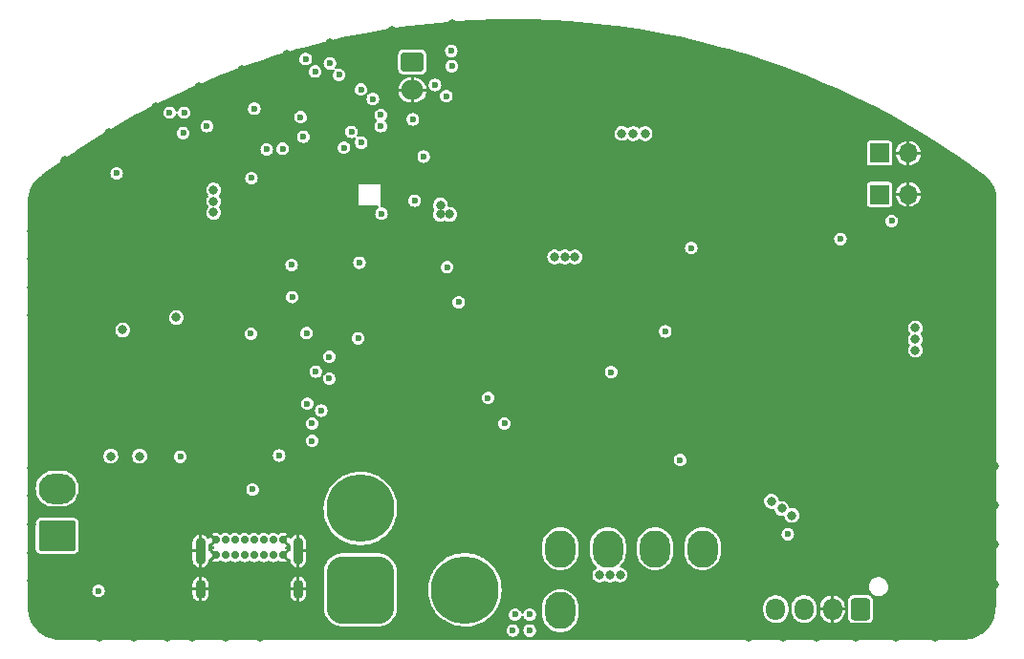
<source format=gbr>
%TF.GenerationSoftware,KiCad,Pcbnew,(6.0.1-0)*%
%TF.CreationDate,2022-08-02T01:26:45+01:00*%
%TF.ProjectId,powerboard_sc21_as25,706f7765-7262-46f6-9172-645f73633231,rev?*%
%TF.SameCoordinates,Original*%
%TF.FileFunction,Copper,L2,Inr*%
%TF.FilePolarity,Positive*%
%FSLAX46Y46*%
G04 Gerber Fmt 4.6, Leading zero omitted, Abs format (unit mm)*
G04 Created by KiCad (PCBNEW (6.0.1-0)) date 2022-08-02 01:26:45*
%MOMM*%
%LPD*%
G01*
G04 APERTURE LIST*
G04 Aperture macros list*
%AMRoundRect*
0 Rectangle with rounded corners*
0 $1 Rounding radius*
0 $2 $3 $4 $5 $6 $7 $8 $9 X,Y pos of 4 corners*
0 Add a 4 corners polygon primitive as box body*
4,1,4,$2,$3,$4,$5,$6,$7,$8,$9,$2,$3,0*
0 Add four circle primitives for the rounded corners*
1,1,$1+$1,$2,$3*
1,1,$1+$1,$4,$5*
1,1,$1+$1,$6,$7*
1,1,$1+$1,$8,$9*
0 Add four rect primitives between the rounded corners*
20,1,$1+$1,$2,$3,$4,$5,0*
20,1,$1+$1,$4,$5,$6,$7,0*
20,1,$1+$1,$6,$7,$8,$9,0*
20,1,$1+$1,$8,$9,$2,$3,0*%
G04 Aperture macros list end*
%TA.AperFunction,ComponentPad*%
%ADD10RoundRect,1.500000X-1.500000X1.500000X-1.500000X-1.500000X1.500000X-1.500000X1.500000X1.500000X0*%
%TD*%
%TA.AperFunction,ComponentPad*%
%ADD11C,6.000000*%
%TD*%
%TA.AperFunction,ComponentPad*%
%ADD12RoundRect,0.250001X1.399999X-1.099999X1.399999X1.099999X-1.399999X1.099999X-1.399999X-1.099999X0*%
%TD*%
%TA.AperFunction,ComponentPad*%
%ADD13O,3.300000X2.700000*%
%TD*%
%TA.AperFunction,ComponentPad*%
%ADD14RoundRect,0.250001X1.099999X1.399999X-1.099999X1.399999X-1.099999X-1.399999X1.099999X-1.399999X0*%
%TD*%
%TA.AperFunction,ComponentPad*%
%ADD15O,2.700000X3.300000*%
%TD*%
%TA.AperFunction,ComponentPad*%
%ADD16C,5.600000*%
%TD*%
%TA.AperFunction,ComponentPad*%
%ADD17R,1.700000X1.700000*%
%TD*%
%TA.AperFunction,ComponentPad*%
%ADD18O,1.700000X1.700000*%
%TD*%
%TA.AperFunction,ComponentPad*%
%ADD19RoundRect,0.250000X0.600000X0.725000X-0.600000X0.725000X-0.600000X-0.725000X0.600000X-0.725000X0*%
%TD*%
%TA.AperFunction,ComponentPad*%
%ADD20O,1.700000X1.950000*%
%TD*%
%TA.AperFunction,ComponentPad*%
%ADD21RoundRect,1.500000X1.500000X-1.500000X1.500000X1.500000X-1.500000X1.500000X-1.500000X-1.500000X0*%
%TD*%
%TA.AperFunction,ComponentPad*%
%ADD22RoundRect,0.250000X-0.750000X0.600000X-0.750000X-0.600000X0.750000X-0.600000X0.750000X0.600000X0*%
%TD*%
%TA.AperFunction,ComponentPad*%
%ADD23O,2.000000X1.700000*%
%TD*%
%TA.AperFunction,ComponentPad*%
%ADD24C,0.700000*%
%TD*%
%TA.AperFunction,ComponentPad*%
%ADD25O,0.900000X2.400000*%
%TD*%
%TA.AperFunction,ComponentPad*%
%ADD26O,0.900000X1.700000*%
%TD*%
%TA.AperFunction,ViaPad*%
%ADD27C,0.800000*%
%TD*%
%TA.AperFunction,ViaPad*%
%ADD28C,0.600000*%
%TD*%
G04 APERTURE END LIST*
D10*
%TO.N,GND*%
%TO.C,J6*%
X87850000Y-71100000D03*
D11*
%TO.N,Net-(C31-Pad1)*%
X87850000Y-78300000D03*
%TD*%
D12*
%TO.N,Net-(J5-Pad1)*%
%TO.C,J5*%
X51750000Y-73525000D03*
D13*
X51750000Y-69325000D03*
%TO.N,GND*%
X57250000Y-73525000D03*
X57250000Y-69325000D03*
%TD*%
D14*
%TO.N,GND*%
%TO.C,J4*%
X108900000Y-80160000D03*
D15*
X104700000Y-80160000D03*
X100500000Y-80160000D03*
%TO.N,/CANL*%
X96300000Y-80160000D03*
%TO.N,Net-(J4-Pad5)*%
X108900000Y-74660000D03*
X104700000Y-74660000D03*
%TO.N,+3V3*%
X100500000Y-74660000D03*
%TO.N,/CANH*%
X96300000Y-74660000D03*
%TD*%
D16*
%TO.N,GND*%
%TO.C,H3*%
X52000000Y-79850000D03*
%TD*%
%TO.N,GND*%
%TO.C,H4*%
X132075000Y-43800000D03*
%TD*%
D17*
%TO.N,Net-(C17-Pad2)*%
%TO.C,J2*%
X124575000Y-43250000D03*
D18*
%TO.N,GND*%
X127115000Y-43250000D03*
%TD*%
D19*
%TO.N,+3V3*%
%TO.C,J10*%
X122890000Y-80025000D03*
D20*
%TO.N,GND*%
X120390000Y-80025000D03*
%TO.N,/SDA*%
X117890000Y-80025000D03*
%TO.N,/SCL*%
X115390000Y-80025000D03*
%TD*%
D16*
%TO.N,GND*%
%TO.C,H2*%
X132000000Y-79800000D03*
%TD*%
D17*
%TO.N,Net-(C18-Pad2)*%
%TO.C,J3*%
X124575000Y-39600000D03*
D18*
%TO.N,GND*%
X127115000Y-39600000D03*
%TD*%
D16*
%TO.N,GND*%
%TO.C,H1*%
X52075000Y-43850000D03*
%TD*%
D21*
%TO.N,Net-(C31-Pad1)*%
%TO.C,J7*%
X78600000Y-78300000D03*
D11*
%TO.N,/Battery Charger/Q3-D*%
X78600000Y-71100000D03*
%TD*%
D22*
%TO.N,Net-(J1-Pad1)*%
%TO.C,J1*%
X83200000Y-31500000D03*
D23*
%TO.N,GND*%
X83200000Y-34000000D03*
%TD*%
D24*
%TO.N,GND*%
%TO.C,J8*%
X71745000Y-73885000D03*
%TO.N,VBUS*%
X70895000Y-73885000D03*
%TO.N,Net-(J8-PadA5)*%
X70045000Y-73885000D03*
%TO.N,/USB To UART/D+*%
X69195000Y-73885000D03*
%TO.N,/USB To UART/D-*%
X68345000Y-73885000D03*
%TO.N,unconnected-(J8-PadA8)*%
X67495000Y-73885000D03*
%TO.N,VBUS*%
X66645000Y-73885000D03*
%TO.N,GND*%
X65795000Y-73885000D03*
X65795000Y-75235000D03*
%TO.N,VBUS*%
X66645000Y-75235000D03*
%TO.N,Net-(J8-PadB5)*%
X67495000Y-75235000D03*
%TO.N,/USB To UART/D+*%
X68345000Y-75235000D03*
%TO.N,/USB To UART/D-*%
X69195000Y-75235000D03*
%TO.N,unconnected-(J8-PadB8)*%
X70045000Y-75235000D03*
%TO.N,VBUS*%
X70895000Y-75235000D03*
%TO.N,GND*%
X71745000Y-75235000D03*
D25*
X73095000Y-74865000D03*
X64445000Y-74865000D03*
D26*
X73095000Y-78245000D03*
X64445000Y-78245000D03*
%TD*%
D27*
%TO.N,GND*%
X58500000Y-82500000D03*
X74649500Y-39700000D03*
X117100000Y-44300000D03*
X134700000Y-67300000D03*
X49500000Y-72500000D03*
D28*
X80324980Y-48372129D03*
D27*
X120200000Y-71600000D03*
X117500000Y-78000000D03*
D28*
X70749501Y-68978269D03*
D27*
X121600000Y-35300000D03*
X127200000Y-70100000D03*
X126200000Y-74600000D03*
X126000000Y-82500000D03*
X122200000Y-74600000D03*
X120100000Y-36300000D03*
X118600000Y-35300000D03*
X61500000Y-82500000D03*
X120200000Y-74600000D03*
X75340000Y-34990000D03*
D28*
X61600000Y-44900000D03*
D27*
X121600000Y-39300000D03*
X49500000Y-46500000D03*
X134700000Y-70800000D03*
D28*
X83437701Y-41762299D03*
X59000000Y-51100000D03*
D27*
X117100000Y-36300000D03*
X76150000Y-34990000D03*
D28*
X78728000Y-46450000D03*
D27*
X122200000Y-71600000D03*
X118600000Y-45300000D03*
X118600000Y-41300000D03*
X125200000Y-67100000D03*
D28*
X58550000Y-40400000D03*
D27*
X75325000Y-36625000D03*
X116000000Y-82500000D03*
X88000000Y-29500000D03*
X76970000Y-36620000D03*
X49500000Y-70000000D03*
X126200000Y-68600000D03*
X114100000Y-42300000D03*
X127200000Y-67100000D03*
X120100000Y-44300000D03*
X76970000Y-34990000D03*
X115600000Y-41300000D03*
X129500000Y-82500000D03*
X115600000Y-39300000D03*
X128200000Y-71600000D03*
X123000000Y-78000000D03*
X134700000Y-74300000D03*
X121200000Y-70100000D03*
X76980000Y-35810000D03*
X115600000Y-37300000D03*
D28*
X80072000Y-45784588D03*
D27*
X49500000Y-75000000D03*
X118600000Y-39300000D03*
X49500000Y-67500000D03*
X129200000Y-73100000D03*
X49500000Y-77500000D03*
X113000000Y-80000000D03*
X127000000Y-78000000D03*
X52450000Y-40280000D03*
X49500000Y-49000000D03*
X115600000Y-43300000D03*
D28*
X81850980Y-44954361D03*
D27*
X123200000Y-67100000D03*
D28*
X80076793Y-46419012D03*
D27*
X120500000Y-78000000D03*
X129200000Y-70100000D03*
X63690000Y-82510000D03*
X121200000Y-67100000D03*
X130200000Y-68600000D03*
X125200000Y-73100000D03*
D28*
X62676405Y-72370102D03*
D27*
X68090000Y-32170000D03*
X86725000Y-28125000D03*
X72050000Y-30850000D03*
X69690000Y-82510000D03*
X121600000Y-41300000D03*
X114100000Y-44300000D03*
X125200000Y-70100000D03*
D28*
X91350000Y-61300000D03*
D27*
X88010000Y-32500000D03*
X130200000Y-74600000D03*
X122200000Y-68600000D03*
D28*
X100500000Y-71000000D03*
D27*
X124200000Y-68600000D03*
X120100000Y-42300000D03*
X115600000Y-45300000D03*
X129200000Y-67100000D03*
X60490000Y-35490000D03*
X114500000Y-78000000D03*
X121600000Y-43300000D03*
D28*
X78728000Y-45800000D03*
D27*
X75850000Y-39700000D03*
X117100000Y-40300000D03*
D28*
X81600000Y-39300000D03*
X68950000Y-42599503D03*
D27*
X118600000Y-37300000D03*
X128200000Y-68600000D03*
X115600000Y-35300000D03*
D28*
X114200000Y-73200000D03*
D27*
X124200000Y-71600000D03*
X54910000Y-41200000D03*
X66690000Y-82510000D03*
X119000000Y-82500000D03*
X76160000Y-36620000D03*
X123200000Y-70100000D03*
X121600000Y-45300000D03*
X127200000Y-73100000D03*
D28*
X78810054Y-48371789D03*
D27*
X117100000Y-38300000D03*
X123200000Y-73100000D03*
D28*
X100000000Y-59000000D03*
D27*
X56330000Y-37810000D03*
X73090000Y-76770000D03*
X130200000Y-71600000D03*
D28*
X61010023Y-66500980D03*
D27*
X51500000Y-47500000D03*
D28*
X80100000Y-47050000D03*
D27*
X134700000Y-77800000D03*
X120100000Y-40300000D03*
X126200000Y-71600000D03*
X62000000Y-75500000D03*
X121600000Y-37300000D03*
X120200000Y-68600000D03*
D28*
X58977376Y-44836593D03*
X68000000Y-37600000D03*
X81500000Y-33200000D03*
D27*
X114100000Y-38300000D03*
X49500000Y-54000000D03*
X124200000Y-74600000D03*
D28*
X125806043Y-46623197D03*
D27*
X121200000Y-73100000D03*
X122500000Y-82500000D03*
X114100000Y-36300000D03*
X49500000Y-51500000D03*
D28*
X61716646Y-42347604D03*
X78728000Y-47100000D03*
D27*
X55500000Y-82500000D03*
X120100000Y-38300000D03*
X75350000Y-35810000D03*
D28*
X78101608Y-41853786D03*
D27*
X56500000Y-39500000D03*
X117100000Y-42300000D03*
X64285410Y-33689992D03*
D28*
X78728000Y-47750000D03*
D27*
X55990000Y-46160000D03*
X75925000Y-29825000D03*
X118600000Y-43300000D03*
X51000000Y-55750000D03*
D28*
X80100000Y-47700000D03*
D27*
X128200000Y-74600000D03*
X81400000Y-28750000D03*
X114100000Y-40300000D03*
X56050000Y-43530000D03*
X113000000Y-82500000D03*
X76160000Y-35810000D03*
D28*
%TO.N,/EN*%
X73900511Y-61807928D03*
X86690000Y-31870000D03*
X73839502Y-55550000D03*
X86210000Y-34530000D03*
%TO.N,/Battery Charger/CE*%
X61700000Y-36000000D03*
X79700000Y-34800000D03*
X74600000Y-32357013D03*
%TO.N,/Battery Charger/PH*%
X70310847Y-39245909D03*
X73541589Y-38134020D03*
%TO.N,/Battery Charger/BTST*%
X71711412Y-39211411D03*
X77144172Y-39108006D03*
%TO.N,/Battery Charger/VCC*%
X57012299Y-41372299D03*
X77800000Y-37700000D03*
D27*
%TO.N,/Battery Charger/Q1-S*%
X59050000Y-66449502D03*
X62300000Y-54154500D03*
%TO.N,/Battery Charger/Q1-G*%
X57550000Y-55250000D03*
X56500000Y-66449502D03*
D28*
%TO.N,Net-(C15-Pad2)*%
X84200000Y-39900000D03*
X86275738Y-49705919D03*
%TO.N,+3V3*%
X55410000Y-78390000D03*
D27*
X85689746Y-44195878D03*
X85675000Y-45025000D03*
X100700000Y-77000000D03*
X115000000Y-70449989D03*
X101600000Y-77000000D03*
D28*
X87309502Y-52800000D03*
X78515270Y-49309385D03*
X68950000Y-41800000D03*
X71400000Y-66400000D03*
X100800000Y-59000000D03*
X80468026Y-44959030D03*
D27*
X86489976Y-45012359D03*
X115900000Y-71100000D03*
X99800000Y-77000000D03*
X116800000Y-71700000D03*
D28*
X62650000Y-66500980D03*
X125650000Y-45600000D03*
X78400000Y-56000000D03*
D27*
%TO.N,+24V*%
X97600000Y-48800000D03*
X96700000Y-48800000D03*
X102760000Y-37860000D03*
X95800000Y-48800000D03*
X127750000Y-55100000D03*
X101750000Y-37850000D03*
X127750000Y-57050000D03*
X103810000Y-37860000D03*
X127740000Y-56100000D03*
D28*
%TO.N,/BOOT*%
X72500000Y-49500000D03*
X86640000Y-30520000D03*
X107900000Y-48000000D03*
X121100000Y-47200000D03*
X68900000Y-55600000D03*
X85200000Y-33550000D03*
D27*
%TO.N,/Battery Charger/Q3-D*%
X65600000Y-42850000D03*
X65600000Y-44850000D03*
X65600000Y-43850000D03*
D28*
%TO.N,/LPC_24V*%
X89900000Y-61300000D03*
%TO.N,/3.3STAT1*%
X83406439Y-43790820D03*
%TO.N,/3.3STAT2*%
X116448755Y-73362685D03*
%TO.N,/PG*%
X76710020Y-32648946D03*
%TO.N,/BATTSTAT2*%
X75900000Y-31621594D03*
%TO.N,/BATTSTAT1*%
X78650000Y-33950000D03*
%TO.N,/RXD*%
X75850000Y-57650000D03*
X74324539Y-63550000D03*
%TO.N,/TXD*%
X74309561Y-65101981D03*
X75848031Y-59575388D03*
%TO.N,/Battery Charger/ACSET*%
X73290817Y-36400500D03*
X65000000Y-37200000D03*
%TO.N,Net-(IC1-Pad23)*%
X78675500Y-38650000D03*
X83250000Y-36600000D03*
%TO.N,/Battery Charger/ICSET2*%
X69200000Y-35659500D03*
X62900000Y-37800000D03*
%TO.N,Net-(IC1-Pad3)*%
X69050000Y-69400000D03*
X75132891Y-62417109D03*
X74649020Y-58950000D03*
X80400000Y-36200000D03*
%TO.N,Net-(IC1-Pad11)*%
X73764380Y-31258023D03*
X63000000Y-36000000D03*
%TO.N,/SDA*%
X92100000Y-81900000D03*
X93596265Y-81910043D03*
%TO.N,/SCL*%
X93600000Y-80500000D03*
X92300000Y-80500000D03*
%TO.N,Net-(C3-Pad1)*%
X72563060Y-52348600D03*
X80400000Y-37200000D03*
%TO.N,Net-(Q7-Pad1)*%
X106900000Y-66800000D03*
X105600000Y-55400000D03*
X91350000Y-63550000D03*
%TD*%
%TA.AperFunction,Conductor*%
%TO.N,GND*%
G36*
X93088221Y-27709702D02*
G01*
X93765433Y-27717699D01*
X93768357Y-27717767D01*
X95416434Y-27776174D01*
X95419392Y-27776315D01*
X95705791Y-27793244D01*
X97065524Y-27873618D01*
X97068492Y-27873828D01*
X97883885Y-27941380D01*
X98711982Y-28009984D01*
X98714880Y-28010259D01*
X99580959Y-28102649D01*
X100354616Y-28185180D01*
X100357571Y-28185530D01*
X101296520Y-28308181D01*
X101992800Y-28399133D01*
X101995706Y-28399548D01*
X103625342Y-28651691D01*
X103628240Y-28652174D01*
X105251574Y-28942750D01*
X105254418Y-28943293D01*
X106828661Y-29263621D01*
X106870404Y-29272115D01*
X106873312Y-29272743D01*
X108481004Y-29639614D01*
X108483897Y-29640310D01*
X110082495Y-30045049D01*
X110085371Y-30045813D01*
X110391541Y-30131072D01*
X111566674Y-30458311D01*
X111673985Y-30488194D01*
X111676833Y-30489023D01*
X113254639Y-30968819D01*
X113257379Y-30969688D01*
X114823352Y-31486588D01*
X114826123Y-31487539D01*
X116174144Y-31968085D01*
X116379442Y-32041270D01*
X116382233Y-32042302D01*
X117912827Y-32629027D01*
X117922051Y-32632563D01*
X117924811Y-32633659D01*
X117981974Y-32657134D01*
X119450230Y-33260104D01*
X119452943Y-33261255D01*
X120963250Y-33923593D01*
X120965847Y-33924770D01*
X122460049Y-34622567D01*
X122462692Y-34623840D01*
X123078923Y-34929550D01*
X123939925Y-35356691D01*
X123942575Y-35358044D01*
X125402141Y-36125601D01*
X125404758Y-36127017D01*
X126845775Y-36928817D01*
X126848358Y-36930295D01*
X127298896Y-37195102D01*
X128270051Y-37765907D01*
X128272521Y-37767399D01*
X129674095Y-38636355D01*
X129676528Y-38637903D01*
X130948201Y-39468525D01*
X131057239Y-39539746D01*
X131059711Y-39541403D01*
X132418635Y-40475527D01*
X132421067Y-40477241D01*
X132885641Y-40813014D01*
X133728992Y-41422551D01*
X133748500Y-41440007D01*
X133755831Y-41448087D01*
X133759774Y-41449949D01*
X133762810Y-41453081D01*
X133772018Y-41457063D01*
X133772049Y-41457086D01*
X133777001Y-41459940D01*
X133784424Y-41465069D01*
X133784288Y-41465266D01*
X133793653Y-41470816D01*
X133998376Y-41630334D01*
X134009244Y-41639854D01*
X134066927Y-41696548D01*
X134214505Y-41841598D01*
X134224220Y-41852310D01*
X134405011Y-42076240D01*
X134413434Y-42087994D01*
X134567375Y-42331163D01*
X134574396Y-42343805D01*
X134699459Y-42603008D01*
X134704985Y-42616369D01*
X134799534Y-42888221D01*
X134803482Y-42902092D01*
X134866262Y-43183000D01*
X134868596Y-43197240D01*
X134891448Y-43413992D01*
X134898773Y-43483472D01*
X134899461Y-43497917D01*
X134896920Y-43757434D01*
X134895436Y-43768230D01*
X134895675Y-43768246D01*
X134894842Y-43780627D01*
X134891609Y-43792608D01*
X134893207Y-43804914D01*
X134893207Y-43804916D01*
X134894933Y-43818208D01*
X134895982Y-43834521D01*
X134885320Y-59152380D01*
X134871025Y-79690746D01*
X134871024Y-79691743D01*
X134869114Y-79713507D01*
X134866087Y-79730690D01*
X134868774Y-79742805D01*
X134869047Y-79755212D01*
X134868871Y-79755216D01*
X134869880Y-79766093D01*
X134860508Y-80048221D01*
X134859281Y-80062066D01*
X134815420Y-80365472D01*
X134814805Y-80369723D01*
X134812062Y-80383344D01*
X134738798Y-80665640D01*
X134733972Y-80684234D01*
X134729745Y-80697470D01*
X134699514Y-80776753D01*
X134618988Y-80987938D01*
X134613327Y-81000631D01*
X134471261Y-81277117D01*
X134464237Y-81289110D01*
X134292580Y-81548274D01*
X134284278Y-81559420D01*
X134085123Y-81798101D01*
X134075644Y-81808265D01*
X133851411Y-82023561D01*
X133840869Y-82032619D01*
X133627735Y-82196236D01*
X133594293Y-82221908D01*
X133582823Y-82229747D01*
X133319140Y-82389370D01*
X133316892Y-82390731D01*
X133304627Y-82397260D01*
X133094615Y-82494592D01*
X133022587Y-82527974D01*
X133009677Y-82533113D01*
X132927813Y-82560572D01*
X132714952Y-82631970D01*
X132701552Y-82635656D01*
X132397739Y-82701451D01*
X132384014Y-82703639D01*
X132103233Y-82732638D01*
X132092306Y-82732388D01*
X132092314Y-82732564D01*
X132079914Y-82733156D01*
X132067643Y-82731319D01*
X132055601Y-82734318D01*
X132043207Y-82734910D01*
X132043202Y-82734801D01*
X132033389Y-82736006D01*
X122163093Y-82737239D01*
X52086185Y-82745995D01*
X52062386Y-82743730D01*
X52060663Y-82743399D01*
X52048335Y-82741029D01*
X52036180Y-82743528D01*
X52023768Y-82743608D01*
X52023767Y-82743399D01*
X52012889Y-82744233D01*
X51896383Y-82738415D01*
X51730900Y-82730150D01*
X51716793Y-82728646D01*
X51563460Y-82703499D01*
X51410118Y-82678350D01*
X51396289Y-82675274D01*
X51097214Y-82590820D01*
X51083801Y-82586202D01*
X50979978Y-82543783D01*
X50796120Y-82468664D01*
X50783321Y-82462573D01*
X50631135Y-82379327D01*
X50510681Y-82313438D01*
X50498637Y-82305940D01*
X50244487Y-82127099D01*
X50233363Y-82118294D01*
X50000941Y-81912025D01*
X49990876Y-81902025D01*
X49989055Y-81900000D01*
X91540715Y-81900000D01*
X91541793Y-81908188D01*
X91556484Y-82019777D01*
X91559772Y-82044754D01*
X91562931Y-82052380D01*
X91590234Y-82118294D01*
X91615645Y-82179642D01*
X91620672Y-82186193D01*
X91685420Y-82270574D01*
X91704526Y-82295474D01*
X91711076Y-82300500D01*
X91711079Y-82300503D01*
X91813804Y-82379327D01*
X91820357Y-82384355D01*
X91955246Y-82440228D01*
X92100000Y-82459285D01*
X92108188Y-82458207D01*
X92236566Y-82441306D01*
X92244754Y-82440228D01*
X92379643Y-82384355D01*
X92386196Y-82379327D01*
X92488921Y-82300503D01*
X92488924Y-82300500D01*
X92495474Y-82295474D01*
X92514581Y-82270574D01*
X92579328Y-82186193D01*
X92584355Y-82179642D01*
X92609767Y-82118294D01*
X92637069Y-82052380D01*
X92640228Y-82044754D01*
X92643517Y-82019777D01*
X92657963Y-81910043D01*
X93036980Y-81910043D01*
X93038058Y-81918231D01*
X93051871Y-82023150D01*
X93056037Y-82054797D01*
X93111910Y-82189685D01*
X93200791Y-82305517D01*
X93207341Y-82310543D01*
X93207344Y-82310546D01*
X93307652Y-82387515D01*
X93316622Y-82394398D01*
X93451511Y-82450271D01*
X93596265Y-82469328D01*
X93604453Y-82468250D01*
X93732831Y-82451349D01*
X93741019Y-82450271D01*
X93875908Y-82394398D01*
X93884878Y-82387515D01*
X93985186Y-82310546D01*
X93985189Y-82310543D01*
X93991739Y-82305517D01*
X94080620Y-82189685D01*
X94136493Y-82054797D01*
X94140660Y-82023150D01*
X94154472Y-81918231D01*
X94155550Y-81910043D01*
X94136493Y-81765289D01*
X94097406Y-81670925D01*
X94083780Y-81638029D01*
X94083779Y-81638027D01*
X94080620Y-81630401D01*
X94023061Y-81555389D01*
X93996766Y-81521120D01*
X93996765Y-81521119D01*
X93991739Y-81514569D01*
X93985189Y-81509543D01*
X93985186Y-81509540D01*
X93882461Y-81430716D01*
X93882459Y-81430715D01*
X93875908Y-81425688D01*
X93741019Y-81369815D01*
X93596265Y-81350758D01*
X93588077Y-81351836D01*
X93459697Y-81368737D01*
X93459695Y-81368738D01*
X93451511Y-81369815D01*
X93403695Y-81389621D01*
X93324251Y-81422528D01*
X93324249Y-81422529D01*
X93316623Y-81425688D01*
X93200791Y-81514569D01*
X93111910Y-81630401D01*
X93108751Y-81638027D01*
X93108750Y-81638029D01*
X93095124Y-81670925D01*
X93056037Y-81765289D01*
X93036980Y-81910043D01*
X92657963Y-81910043D01*
X92658207Y-81908188D01*
X92659285Y-81900000D01*
X92647208Y-81808265D01*
X92641306Y-81763432D01*
X92641305Y-81763430D01*
X92640228Y-81755246D01*
X92584355Y-81620358D01*
X92528563Y-81547648D01*
X92500501Y-81511077D01*
X92500500Y-81511076D01*
X92495474Y-81504526D01*
X92488924Y-81499500D01*
X92488921Y-81499497D01*
X92386196Y-81420673D01*
X92386194Y-81420672D01*
X92379643Y-81415645D01*
X92244754Y-81359772D01*
X92100000Y-81340715D01*
X92091812Y-81341793D01*
X91963432Y-81358694D01*
X91963430Y-81358695D01*
X91955246Y-81359772D01*
X91907430Y-81379578D01*
X91827986Y-81412485D01*
X91827984Y-81412486D01*
X91820358Y-81415645D01*
X91752259Y-81467899D01*
X91713202Y-81497869D01*
X91704526Y-81504526D01*
X91615645Y-81620358D01*
X91559772Y-81755246D01*
X91558695Y-81763430D01*
X91558694Y-81763432D01*
X91552792Y-81808265D01*
X91540715Y-81900000D01*
X49989055Y-81900000D01*
X49783108Y-81670925D01*
X49774232Y-81659857D01*
X49637301Y-81467899D01*
X49593768Y-81406873D01*
X49586193Y-81394878D01*
X49435307Y-81123198D01*
X49429128Y-81110427D01*
X49309746Y-80823517D01*
X49305042Y-80810133D01*
X49263234Y-80665640D01*
X49218668Y-80511612D01*
X49215500Y-80497792D01*
X49197878Y-80394503D01*
X49163235Y-80191458D01*
X49161640Y-80177360D01*
X49145745Y-79895464D01*
X49146508Y-79884580D01*
X49146299Y-79884580D01*
X49146299Y-79884050D01*
X75345500Y-79884050D01*
X75352957Y-80008322D01*
X75353761Y-80012437D01*
X75353761Y-80012440D01*
X75400686Y-80252730D01*
X75402938Y-80264264D01*
X75404502Y-80268668D01*
X75404503Y-80268672D01*
X75429556Y-80339223D01*
X75490202Y-80510006D01*
X75612829Y-80740150D01*
X75706749Y-80866843D01*
X75742559Y-80915149D01*
X75768128Y-80949641D01*
X75855707Y-81037068D01*
X75935771Y-81116992D01*
X75952685Y-81133877D01*
X76162447Y-81288809D01*
X76392805Y-81411035D01*
X76397205Y-81412589D01*
X76397210Y-81412591D01*
X76491736Y-81445971D01*
X76638699Y-81497869D01*
X76894727Y-81547404D01*
X77015950Y-81554500D01*
X80184050Y-81554500D01*
X80308322Y-81547043D01*
X80312437Y-81546239D01*
X80312440Y-81546239D01*
X80559671Y-81497959D01*
X80559672Y-81497959D01*
X80564264Y-81497062D01*
X80568668Y-81495498D01*
X80568672Y-81495497D01*
X80710145Y-81445259D01*
X80810006Y-81409798D01*
X81040150Y-81287171D01*
X81193000Y-81173861D01*
X81245882Y-81134659D01*
X81245885Y-81134656D01*
X81249641Y-81131872D01*
X81387902Y-80993370D01*
X81430574Y-80950624D01*
X81430576Y-80950622D01*
X81433877Y-80947315D01*
X81588809Y-80737553D01*
X81613525Y-80690972D01*
X81642391Y-80636568D01*
X81711035Y-80507195D01*
X81716468Y-80491812D01*
X81765194Y-80353829D01*
X81797869Y-80261301D01*
X81847404Y-80005273D01*
X81854500Y-79884050D01*
X81854500Y-78288623D01*
X84590740Y-78288623D01*
X84608575Y-78640688D01*
X84609112Y-78644043D01*
X84609113Y-78644049D01*
X84642024Y-78849518D01*
X84664328Y-78988767D01*
X84757347Y-79328789D01*
X84886545Y-79656776D01*
X84888128Y-79659791D01*
X85048825Y-79965875D01*
X85048830Y-79965883D01*
X85050409Y-79968891D01*
X85052303Y-79971709D01*
X85052308Y-79971718D01*
X85224513Y-80227986D01*
X85247023Y-80261484D01*
X85474087Y-80531131D01*
X85476547Y-80533482D01*
X85476550Y-80533485D01*
X85726482Y-80772325D01*
X85726489Y-80772331D01*
X85728945Y-80774678D01*
X86008614Y-80989276D01*
X86017099Y-80994435D01*
X86306910Y-81170643D01*
X86306915Y-81170646D01*
X86309825Y-81172415D01*
X86312913Y-81173861D01*
X86312912Y-81173861D01*
X86625968Y-81320508D01*
X86625978Y-81320512D01*
X86629052Y-81321952D01*
X86632270Y-81323054D01*
X86632273Y-81323055D01*
X86959331Y-81435032D01*
X86959335Y-81435033D01*
X86962562Y-81436138D01*
X86965892Y-81436888D01*
X86965901Y-81436891D01*
X87209150Y-81491709D01*
X87306454Y-81513637D01*
X87309839Y-81514023D01*
X87309847Y-81514024D01*
X87653321Y-81553158D01*
X87653329Y-81553158D01*
X87656704Y-81553543D01*
X87660108Y-81553561D01*
X87660111Y-81553561D01*
X87851972Y-81554566D01*
X88009215Y-81555389D01*
X88012601Y-81555039D01*
X88012603Y-81555039D01*
X88356472Y-81519504D01*
X88356481Y-81519503D01*
X88359864Y-81519153D01*
X88363197Y-81518439D01*
X88363200Y-81518438D01*
X88598942Y-81467899D01*
X88704548Y-81445259D01*
X89039236Y-81334572D01*
X89360012Y-81188386D01*
X89362949Y-81186642D01*
X89362955Y-81186639D01*
X89660189Y-81010153D01*
X89663123Y-81008411D01*
X89945025Y-80796753D01*
X90149406Y-80605497D01*
X90199922Y-80558225D01*
X90199925Y-80558222D01*
X90202419Y-80555888D01*
X90223714Y-80531131D01*
X90250491Y-80500000D01*
X91740715Y-80500000D01*
X91741793Y-80508188D01*
X91753964Y-80600634D01*
X91759772Y-80644754D01*
X91762931Y-80652380D01*
X91804963Y-80753853D01*
X91815645Y-80779642D01*
X91904526Y-80895474D01*
X91911076Y-80900500D01*
X91911079Y-80900503D01*
X92013804Y-80979327D01*
X92020357Y-80984355D01*
X92155246Y-81040228D01*
X92300000Y-81059285D01*
X92308188Y-81058207D01*
X92322788Y-81056285D01*
X92444754Y-81040228D01*
X92579643Y-80984355D01*
X92586196Y-80979327D01*
X92688921Y-80900503D01*
X92688924Y-80900500D01*
X92695474Y-80895474D01*
X92784355Y-80779642D01*
X92795038Y-80753853D01*
X92833591Y-80660777D01*
X92878140Y-80605497D01*
X92945503Y-80583076D01*
X93014294Y-80600634D01*
X93062673Y-80652597D01*
X93066409Y-80660777D01*
X93104963Y-80753853D01*
X93115645Y-80779642D01*
X93204526Y-80895474D01*
X93211076Y-80900500D01*
X93211079Y-80900503D01*
X93313804Y-80979327D01*
X93320357Y-80984355D01*
X93455246Y-81040228D01*
X93600000Y-81059285D01*
X93608188Y-81058207D01*
X93622788Y-81056285D01*
X93744754Y-81040228D01*
X93879643Y-80984355D01*
X93886196Y-80979327D01*
X93988921Y-80900503D01*
X93988924Y-80900500D01*
X93995474Y-80895474D01*
X94084355Y-80779642D01*
X94095038Y-80753853D01*
X94137069Y-80652380D01*
X94140228Y-80644754D01*
X94146037Y-80600634D01*
X94156252Y-80523036D01*
X94695500Y-80523036D01*
X94695693Y-80525484D01*
X94695693Y-80525493D01*
X94698085Y-80555888D01*
X94710354Y-80711775D01*
X94711508Y-80716582D01*
X94711509Y-80716588D01*
X94745807Y-80859448D01*
X94769312Y-80957351D01*
X94771205Y-80961922D01*
X94771206Y-80961924D01*
X94852763Y-81158819D01*
X94865960Y-81190680D01*
X94997919Y-81406017D01*
X95161939Y-81598061D01*
X95353983Y-81762081D01*
X95569320Y-81894040D01*
X95573890Y-81895933D01*
X95573894Y-81895935D01*
X95798076Y-81988794D01*
X95802649Y-81990688D01*
X95888865Y-82011387D01*
X96043412Y-82048491D01*
X96043418Y-82048492D01*
X96048225Y-82049646D01*
X96300000Y-82069461D01*
X96551775Y-82049646D01*
X96556582Y-82048492D01*
X96556588Y-82048491D01*
X96711135Y-82011387D01*
X96797351Y-81990688D01*
X96801924Y-81988794D01*
X97026106Y-81895935D01*
X97026110Y-81895933D01*
X97030680Y-81894040D01*
X97246017Y-81762081D01*
X97438061Y-81598061D01*
X97602081Y-81406017D01*
X97734040Y-81190680D01*
X97747238Y-81158819D01*
X97828794Y-80961924D01*
X97828795Y-80961922D01*
X97830688Y-80957351D01*
X97854193Y-80859448D01*
X97888491Y-80716588D01*
X97888492Y-80716582D01*
X97889646Y-80711775D01*
X97901915Y-80555888D01*
X97904307Y-80525493D01*
X97904307Y-80525484D01*
X97904500Y-80523036D01*
X97904500Y-80202659D01*
X114285500Y-80202659D01*
X114300493Y-80359806D01*
X114302183Y-80365566D01*
X114302183Y-80365567D01*
X114344024Y-80508188D01*
X114359823Y-80562042D01*
X114362573Y-80567381D01*
X114451555Y-80740150D01*
X114456324Y-80749410D01*
X114491616Y-80794339D01*
X114582808Y-80910432D01*
X114582812Y-80910436D01*
X114586514Y-80915149D01*
X114591044Y-80919080D01*
X114591045Y-80919081D01*
X114741165Y-81049350D01*
X114741170Y-81049354D01*
X114745696Y-81053281D01*
X114928126Y-81158819D01*
X115127222Y-81227957D01*
X115133155Y-81228817D01*
X115133158Y-81228818D01*
X115329860Y-81257338D01*
X115329863Y-81257338D01*
X115335800Y-81258199D01*
X115546333Y-81248455D01*
X115552157Y-81247051D01*
X115552160Y-81247051D01*
X115745393Y-81200482D01*
X115745395Y-81200481D01*
X115751226Y-81199076D01*
X115756684Y-81196594D01*
X115756688Y-81196593D01*
X115899033Y-81131872D01*
X115943084Y-81111843D01*
X116108135Y-80994764D01*
X116110100Y-80993370D01*
X116110101Y-80993369D01*
X116114986Y-80989904D01*
X116260728Y-80837660D01*
X116287141Y-80796753D01*
X116371800Y-80665640D01*
X116371801Y-80665637D01*
X116375052Y-80660603D01*
X116384739Y-80636568D01*
X116451592Y-80470685D01*
X116453834Y-80465122D01*
X116488300Y-80288634D01*
X116493361Y-80262717D01*
X116493361Y-80262714D01*
X116494229Y-80258271D01*
X116494500Y-80252730D01*
X116494500Y-80202659D01*
X116785500Y-80202659D01*
X116800493Y-80359806D01*
X116802183Y-80365566D01*
X116802183Y-80365567D01*
X116844024Y-80508188D01*
X116859823Y-80562042D01*
X116862573Y-80567381D01*
X116951555Y-80740150D01*
X116956324Y-80749410D01*
X116991616Y-80794339D01*
X117082808Y-80910432D01*
X117082812Y-80910436D01*
X117086514Y-80915149D01*
X117091044Y-80919080D01*
X117091045Y-80919081D01*
X117241165Y-81049350D01*
X117241170Y-81049354D01*
X117245696Y-81053281D01*
X117428126Y-81158819D01*
X117627222Y-81227957D01*
X117633155Y-81228817D01*
X117633158Y-81228818D01*
X117829860Y-81257338D01*
X117829863Y-81257338D01*
X117835800Y-81258199D01*
X118046333Y-81248455D01*
X118052157Y-81247051D01*
X118052160Y-81247051D01*
X118245393Y-81200482D01*
X118245395Y-81200481D01*
X118251226Y-81199076D01*
X118256684Y-81196594D01*
X118256688Y-81196593D01*
X118399033Y-81131872D01*
X118443084Y-81111843D01*
X118608135Y-80994764D01*
X118610100Y-80993370D01*
X118610101Y-80993369D01*
X118614986Y-80989904D01*
X118760728Y-80837660D01*
X118787141Y-80796753D01*
X118871800Y-80665640D01*
X118871801Y-80665637D01*
X118875052Y-80660603D01*
X118884739Y-80636568D01*
X118951592Y-80470685D01*
X118953834Y-80465122D01*
X118988300Y-80288634D01*
X118993361Y-80262717D01*
X118993361Y-80262714D01*
X118994229Y-80258271D01*
X118994500Y-80252730D01*
X118994500Y-80199644D01*
X119286000Y-80199644D01*
X119286285Y-80205621D01*
X119300416Y-80353734D01*
X119302676Y-80365472D01*
X119358598Y-80556091D01*
X119363039Y-80567194D01*
X119454000Y-80743807D01*
X119460450Y-80753853D01*
X119583171Y-80910086D01*
X119591408Y-80918735D01*
X119741457Y-81048940D01*
X119751183Y-81055877D01*
X119923139Y-81155357D01*
X119934003Y-81160331D01*
X120121676Y-81225502D01*
X120133278Y-81228330D01*
X120245071Y-81244539D01*
X120259007Y-81242553D01*
X120262349Y-81231197D01*
X120517000Y-81231197D01*
X120521475Y-81246436D01*
X120521689Y-81246622D01*
X120532007Y-81248618D01*
X120540273Y-81248235D01*
X120552090Y-81246554D01*
X120745229Y-81200007D01*
X120756524Y-81196118D01*
X120937379Y-81113888D01*
X120947721Y-81107941D01*
X121109772Y-80992990D01*
X121118800Y-80985197D01*
X121256189Y-80841679D01*
X121263585Y-80832314D01*
X121285899Y-80797756D01*
X121785500Y-80797756D01*
X121792202Y-80859448D01*
X121794974Y-80866841D01*
X121794974Y-80866843D01*
X121805707Y-80895474D01*
X121842929Y-80994764D01*
X121848309Y-81001943D01*
X121848311Y-81001946D01*
X121914287Y-81089977D01*
X121929596Y-81110404D01*
X121936776Y-81115785D01*
X122038054Y-81191689D01*
X122038057Y-81191691D01*
X122045236Y-81197071D01*
X122129922Y-81228818D01*
X122173157Y-81245026D01*
X122173159Y-81245026D01*
X122180552Y-81247798D01*
X122188402Y-81248651D01*
X122188403Y-81248651D01*
X122189149Y-81248732D01*
X122242244Y-81254500D01*
X123537756Y-81254500D01*
X123590851Y-81248732D01*
X123591597Y-81248651D01*
X123591598Y-81248651D01*
X123599448Y-81247798D01*
X123606841Y-81245026D01*
X123606843Y-81245026D01*
X123650078Y-81228818D01*
X123734764Y-81197071D01*
X123741943Y-81191691D01*
X123741946Y-81191689D01*
X123843224Y-81115785D01*
X123850404Y-81110404D01*
X123865713Y-81089977D01*
X123931689Y-81001946D01*
X123931691Y-81001943D01*
X123937071Y-80994764D01*
X123974293Y-80895474D01*
X123985026Y-80866843D01*
X123985026Y-80866841D01*
X123987798Y-80859448D01*
X123994500Y-80797756D01*
X123994500Y-79252244D01*
X123987798Y-79190552D01*
X123937071Y-79055236D01*
X123931691Y-79048057D01*
X123931689Y-79048054D01*
X123857665Y-78949285D01*
X123850404Y-78939596D01*
X123785804Y-78891181D01*
X123741946Y-78858311D01*
X123741943Y-78858309D01*
X123734764Y-78852929D01*
X123613442Y-78807448D01*
X123606843Y-78804974D01*
X123606841Y-78804974D01*
X123599448Y-78802202D01*
X123591598Y-78801349D01*
X123591597Y-78801349D01*
X123541153Y-78795869D01*
X123541152Y-78795869D01*
X123537756Y-78795500D01*
X122242244Y-78795500D01*
X122238848Y-78795869D01*
X122238847Y-78795869D01*
X122188403Y-78801349D01*
X122188402Y-78801349D01*
X122180552Y-78802202D01*
X122173159Y-78804974D01*
X122173157Y-78804974D01*
X122166558Y-78807448D01*
X122045236Y-78852929D01*
X122038057Y-78858309D01*
X122038054Y-78858311D01*
X121994196Y-78891181D01*
X121929596Y-78939596D01*
X121922335Y-78949285D01*
X121848311Y-79048054D01*
X121848309Y-79048057D01*
X121842929Y-79055236D01*
X121792202Y-79190552D01*
X121785500Y-79252244D01*
X121785500Y-80797756D01*
X121285899Y-80797756D01*
X121371354Y-80665410D01*
X121376850Y-80654806D01*
X121451108Y-80470548D01*
X121454502Y-80459089D01*
X121492861Y-80262668D01*
X121493934Y-80253832D01*
X121494000Y-80251129D01*
X121494000Y-80170115D01*
X121489525Y-80154876D01*
X121488135Y-80153671D01*
X121480452Y-80152000D01*
X120535115Y-80152000D01*
X120519876Y-80156475D01*
X120518671Y-80157865D01*
X120517000Y-80165548D01*
X120517000Y-81231197D01*
X120262349Y-81231197D01*
X120263000Y-81228985D01*
X120263000Y-80170115D01*
X120258525Y-80154876D01*
X120257135Y-80153671D01*
X120249452Y-80152000D01*
X119304115Y-80152000D01*
X119288876Y-80156475D01*
X119287671Y-80157865D01*
X119286000Y-80165548D01*
X119286000Y-80199644D01*
X118994500Y-80199644D01*
X118994500Y-79879885D01*
X119286000Y-79879885D01*
X119290475Y-79895124D01*
X119291865Y-79896329D01*
X119299548Y-79898000D01*
X120244885Y-79898000D01*
X120260124Y-79893525D01*
X120261329Y-79892135D01*
X120263000Y-79884452D01*
X120263000Y-79879885D01*
X120517000Y-79879885D01*
X120521475Y-79895124D01*
X120522865Y-79896329D01*
X120530548Y-79898000D01*
X121475885Y-79898000D01*
X121491124Y-79893525D01*
X121492329Y-79892135D01*
X121494000Y-79884452D01*
X121494000Y-79850356D01*
X121493715Y-79844379D01*
X121479584Y-79696266D01*
X121477324Y-79684528D01*
X121421402Y-79493909D01*
X121416961Y-79482806D01*
X121326000Y-79306193D01*
X121319550Y-79296147D01*
X121196829Y-79139914D01*
X121188592Y-79131265D01*
X121038543Y-79001060D01*
X121028817Y-78994123D01*
X120856861Y-78894643D01*
X120845997Y-78889669D01*
X120658324Y-78824498D01*
X120646722Y-78821670D01*
X120534929Y-78805461D01*
X120520993Y-78807447D01*
X120517000Y-78821015D01*
X120517000Y-79879885D01*
X120263000Y-79879885D01*
X120263000Y-78818803D01*
X120258525Y-78803564D01*
X120258311Y-78803378D01*
X120247993Y-78801382D01*
X120239727Y-78801765D01*
X120227910Y-78803446D01*
X120034771Y-78849993D01*
X120023476Y-78853882D01*
X119842621Y-78936112D01*
X119832279Y-78942059D01*
X119670228Y-79057010D01*
X119661200Y-79064803D01*
X119523811Y-79208321D01*
X119516415Y-79217686D01*
X119408646Y-79384590D01*
X119403150Y-79395194D01*
X119328892Y-79579452D01*
X119325498Y-79590911D01*
X119287139Y-79787332D01*
X119286066Y-79796168D01*
X119286000Y-79798871D01*
X119286000Y-79879885D01*
X118994500Y-79879885D01*
X118994500Y-79847341D01*
X118979507Y-79690194D01*
X118920177Y-79487958D01*
X118866939Y-79384590D01*
X118826422Y-79305921D01*
X118826420Y-79305918D01*
X118823676Y-79300590D01*
X118751198Y-79208321D01*
X118697192Y-79139568D01*
X118697188Y-79139564D01*
X118693486Y-79134851D01*
X118662225Y-79107724D01*
X118538835Y-79000650D01*
X118538830Y-79000646D01*
X118534304Y-78996719D01*
X118351874Y-78891181D01*
X118152778Y-78822043D01*
X118146845Y-78821183D01*
X118146842Y-78821182D01*
X117950140Y-78792662D01*
X117950137Y-78792662D01*
X117944200Y-78791801D01*
X117733667Y-78801545D01*
X117727843Y-78802949D01*
X117727840Y-78802949D01*
X117534607Y-78849518D01*
X117534605Y-78849519D01*
X117528774Y-78850924D01*
X117523316Y-78853406D01*
X117523312Y-78853407D01*
X117408706Y-78905516D01*
X117336916Y-78938157D01*
X117165014Y-79060096D01*
X117019272Y-79212340D01*
X117016021Y-79217375D01*
X116925172Y-79358076D01*
X116904948Y-79389397D01*
X116826166Y-79584878D01*
X116785771Y-79791729D01*
X116785500Y-79797270D01*
X116785500Y-80202659D01*
X116494500Y-80202659D01*
X116494500Y-79847341D01*
X116479507Y-79690194D01*
X116420177Y-79487958D01*
X116366939Y-79384590D01*
X116326422Y-79305921D01*
X116326420Y-79305918D01*
X116323676Y-79300590D01*
X116251198Y-79208321D01*
X116197192Y-79139568D01*
X116197188Y-79139564D01*
X116193486Y-79134851D01*
X116162225Y-79107724D01*
X116038835Y-79000650D01*
X116038830Y-79000646D01*
X116034304Y-78996719D01*
X115851874Y-78891181D01*
X115652778Y-78822043D01*
X115646845Y-78821183D01*
X115646842Y-78821182D01*
X115450140Y-78792662D01*
X115450137Y-78792662D01*
X115444200Y-78791801D01*
X115233667Y-78801545D01*
X115227843Y-78802949D01*
X115227840Y-78802949D01*
X115034607Y-78849518D01*
X115034605Y-78849519D01*
X115028774Y-78850924D01*
X115023316Y-78853406D01*
X115023312Y-78853407D01*
X114908706Y-78905516D01*
X114836916Y-78938157D01*
X114665014Y-79060096D01*
X114519272Y-79212340D01*
X114516021Y-79217375D01*
X114425172Y-79358076D01*
X114404948Y-79389397D01*
X114326166Y-79584878D01*
X114285771Y-79791729D01*
X114285500Y-79797270D01*
X114285500Y-80202659D01*
X97904500Y-80202659D01*
X97904500Y-79796964D01*
X97902071Y-79766093D01*
X97896219Y-79691743D01*
X97889646Y-79608225D01*
X97888492Y-79603418D01*
X97888491Y-79603412D01*
X97838445Y-79394960D01*
X97830688Y-79362649D01*
X97828696Y-79357840D01*
X97735935Y-79133894D01*
X97735933Y-79133890D01*
X97734040Y-79129320D01*
X97724232Y-79113314D01*
X97623714Y-78949285D01*
X97602081Y-78913983D01*
X97438061Y-78721939D01*
X97246017Y-78557919D01*
X97030680Y-78425960D01*
X97026110Y-78424067D01*
X97026106Y-78424065D01*
X96801924Y-78331206D01*
X96801922Y-78331205D01*
X96797351Y-78329312D01*
X96711135Y-78308613D01*
X96556588Y-78271509D01*
X96556582Y-78271508D01*
X96551775Y-78270354D01*
X96300000Y-78250539D01*
X96048225Y-78270354D01*
X96043418Y-78271508D01*
X96043412Y-78271509D01*
X95888865Y-78308613D01*
X95802649Y-78329312D01*
X95798078Y-78331205D01*
X95798076Y-78331206D01*
X95573894Y-78424065D01*
X95573890Y-78424067D01*
X95569320Y-78425960D01*
X95353983Y-78557919D01*
X95161939Y-78721939D01*
X94997919Y-78913983D01*
X94976286Y-78949285D01*
X94875769Y-79113314D01*
X94865960Y-79129320D01*
X94864067Y-79133890D01*
X94864065Y-79133894D01*
X94771304Y-79357840D01*
X94769312Y-79362649D01*
X94761555Y-79394960D01*
X94711509Y-79603412D01*
X94711508Y-79603418D01*
X94710354Y-79608225D01*
X94703781Y-79691743D01*
X94697930Y-79766093D01*
X94695500Y-79796964D01*
X94695500Y-80523036D01*
X94156252Y-80523036D01*
X94158207Y-80508188D01*
X94159285Y-80500000D01*
X94148348Y-80416924D01*
X94141306Y-80363432D01*
X94141305Y-80363430D01*
X94140228Y-80355246D01*
X94101390Y-80261484D01*
X94087515Y-80227986D01*
X94087514Y-80227984D01*
X94084355Y-80220358D01*
X93995474Y-80104526D01*
X93988924Y-80099500D01*
X93988921Y-80099497D01*
X93886196Y-80020673D01*
X93886194Y-80020672D01*
X93879643Y-80015645D01*
X93744754Y-79959772D01*
X93600000Y-79940715D01*
X93591812Y-79941793D01*
X93463432Y-79958694D01*
X93463430Y-79958695D01*
X93455246Y-79959772D01*
X93433231Y-79968891D01*
X93327986Y-80012485D01*
X93327984Y-80012486D01*
X93320358Y-80015645D01*
X93204526Y-80104526D01*
X93115645Y-80220358D01*
X93112486Y-80227984D01*
X93112485Y-80227986D01*
X93066409Y-80339223D01*
X93021860Y-80394503D01*
X92954497Y-80416924D01*
X92885706Y-80399366D01*
X92837327Y-80347403D01*
X92833591Y-80339223D01*
X92787515Y-80227986D01*
X92787514Y-80227984D01*
X92784355Y-80220358D01*
X92695474Y-80104526D01*
X92688924Y-80099500D01*
X92688921Y-80099497D01*
X92586196Y-80020673D01*
X92586194Y-80020672D01*
X92579643Y-80015645D01*
X92444754Y-79959772D01*
X92300000Y-79940715D01*
X92291812Y-79941793D01*
X92163432Y-79958694D01*
X92163430Y-79958695D01*
X92155246Y-79959772D01*
X92133231Y-79968891D01*
X92027986Y-80012485D01*
X92027984Y-80012486D01*
X92020358Y-80015645D01*
X91904526Y-80104526D01*
X91815645Y-80220358D01*
X91812486Y-80227984D01*
X91812485Y-80227986D01*
X91798610Y-80261484D01*
X91759772Y-80355246D01*
X91758695Y-80363430D01*
X91758694Y-80363432D01*
X91751652Y-80416924D01*
X91740715Y-80500000D01*
X90250491Y-80500000D01*
X90341232Y-80394503D01*
X90432294Y-80288634D01*
X90434226Y-80285823D01*
X90630031Y-80000925D01*
X90630036Y-80000918D01*
X90631961Y-79998116D01*
X90633573Y-79995122D01*
X90633578Y-79995114D01*
X90765465Y-79750173D01*
X90799085Y-79687734D01*
X90931710Y-79361118D01*
X90939445Y-79333966D01*
X90997739Y-79129320D01*
X91028285Y-79022089D01*
X91043056Y-78935677D01*
X91087108Y-78677959D01*
X91087108Y-78677957D01*
X91087680Y-78674612D01*
X91089088Y-78651602D01*
X91108800Y-78329312D01*
X91109201Y-78322754D01*
X91109280Y-78300000D01*
X91091788Y-77977019D01*
X123631801Y-77977019D01*
X123632158Y-77983836D01*
X123632158Y-77983840D01*
X123636473Y-78066160D01*
X123641518Y-78162424D01*
X123643328Y-78168996D01*
X123643329Y-78169001D01*
X123669079Y-78262484D01*
X123690821Y-78341417D01*
X123777410Y-78505648D01*
X123897245Y-78647454D01*
X123902668Y-78651601D01*
X123902670Y-78651602D01*
X124039315Y-78756075D01*
X124039319Y-78756077D01*
X124044736Y-78760219D01*
X124050916Y-78763101D01*
X124050918Y-78763102D01*
X124206823Y-78835802D01*
X124206826Y-78835803D01*
X124213000Y-78838682D01*
X124219648Y-78840168D01*
X124219651Y-78840169D01*
X124318711Y-78862311D01*
X124394188Y-78879182D01*
X124399876Y-78879500D01*
X124536385Y-78879500D01*
X124674573Y-78864488D01*
X124825100Y-78813830D01*
X124844064Y-78807448D01*
X124844066Y-78807447D01*
X124850535Y-78805270D01*
X125009677Y-78709649D01*
X125014634Y-78704961D01*
X125014637Y-78704959D01*
X125139614Y-78586773D01*
X125139616Y-78586771D01*
X125144572Y-78582084D01*
X125248928Y-78428529D01*
X125264339Y-78390000D01*
X125315342Y-78262484D01*
X125315343Y-78262479D01*
X125317876Y-78256147D01*
X125318990Y-78249420D01*
X125318991Y-78249415D01*
X125347084Y-78079718D01*
X125347084Y-78079715D01*
X125348199Y-78072981D01*
X125344431Y-78001072D01*
X125339923Y-77915080D01*
X125338482Y-77887576D01*
X125336672Y-77881004D01*
X125336671Y-77880999D01*
X125290992Y-77715165D01*
X125289179Y-77708583D01*
X125202590Y-77544352D01*
X125082755Y-77402546D01*
X125056243Y-77382276D01*
X124940685Y-77293925D01*
X124940681Y-77293923D01*
X124935264Y-77289781D01*
X124929084Y-77286899D01*
X124929082Y-77286898D01*
X124773177Y-77214198D01*
X124773174Y-77214197D01*
X124767000Y-77211318D01*
X124760352Y-77209832D01*
X124760349Y-77209831D01*
X124590849Y-77171944D01*
X124590850Y-77171944D01*
X124585812Y-77170818D01*
X124580124Y-77170500D01*
X124443615Y-77170500D01*
X124305427Y-77185512D01*
X124220189Y-77214198D01*
X124135936Y-77242552D01*
X124135934Y-77242553D01*
X124129465Y-77244730D01*
X123970323Y-77340351D01*
X123965366Y-77345039D01*
X123965363Y-77345041D01*
X123853100Y-77451204D01*
X123835428Y-77467916D01*
X123731072Y-77621471D01*
X123728539Y-77627805D01*
X123728537Y-77627808D01*
X123664658Y-77787516D01*
X123664657Y-77787521D01*
X123662124Y-77793853D01*
X123661010Y-77800580D01*
X123661009Y-77800585D01*
X123639034Y-77933327D01*
X123631801Y-77977019D01*
X91091788Y-77977019D01*
X91090216Y-77948000D01*
X91065080Y-77794505D01*
X91033797Y-77603468D01*
X91033796Y-77603463D01*
X91033248Y-77600117D01*
X90939043Y-77260422D01*
X90808701Y-76932888D01*
X90779770Y-76878246D01*
X90645347Y-76624366D01*
X90645343Y-76624359D01*
X90643748Y-76621347D01*
X90446114Y-76329442D01*
X90218110Y-76060589D01*
X89962404Y-75817933D01*
X89959697Y-75815871D01*
X89959689Y-75815864D01*
X89789356Y-75686106D01*
X89681987Y-75604313D01*
X89458382Y-75469426D01*
X89383054Y-75423985D01*
X89383048Y-75423982D01*
X89380139Y-75422227D01*
X89060392Y-75273805D01*
X88819885Y-75192398D01*
X88729712Y-75161876D01*
X88729707Y-75161875D01*
X88726485Y-75160784D01*
X88468939Y-75103687D01*
X88385655Y-75085223D01*
X88385651Y-75085222D01*
X88382325Y-75084485D01*
X88238771Y-75068637D01*
X88035320Y-75046175D01*
X88035313Y-75046175D01*
X88031938Y-75045802D01*
X88028539Y-75045796D01*
X88028538Y-75045796D01*
X87862052Y-75045506D01*
X87679422Y-75045187D01*
X87599194Y-75053761D01*
X87332286Y-75082285D01*
X87332280Y-75082286D01*
X87328902Y-75082647D01*
X87325579Y-75083371D01*
X87325576Y-75083372D01*
X87213119Y-75107891D01*
X86984478Y-75157743D01*
X86650179Y-75269598D01*
X86647086Y-75271020D01*
X86647085Y-75271021D01*
X86550133Y-75315614D01*
X86329915Y-75416903D01*
X86326981Y-75418659D01*
X86326979Y-75418660D01*
X86084114Y-75564012D01*
X86027434Y-75597934D01*
X86024708Y-75599996D01*
X86024706Y-75599997D01*
X85771807Y-75791264D01*
X85746273Y-75810575D01*
X85743788Y-75812917D01*
X85743783Y-75812921D01*
X85689607Y-75863974D01*
X85489721Y-76052337D01*
X85487509Y-76054927D01*
X85487507Y-76054929D01*
X85451396Y-76097210D01*
X85260780Y-76320392D01*
X85258861Y-76323204D01*
X85258858Y-76323209D01*
X85070797Y-76598897D01*
X85062128Y-76611605D01*
X85060521Y-76614615D01*
X85060519Y-76614618D01*
X85014049Y-76701649D01*
X84896089Y-76922569D01*
X84894816Y-76925737D01*
X84894815Y-76925738D01*
X84767457Y-77242552D01*
X84764605Y-77249646D01*
X84763687Y-77252914D01*
X84763684Y-77252921D01*
X84670135Y-77585732D01*
X84669214Y-77589010D01*
X84668652Y-77592367D01*
X84668652Y-77592368D01*
X84634157Y-77798505D01*
X84611032Y-77936692D01*
X84590740Y-78288623D01*
X81854500Y-78288623D01*
X81854500Y-76715950D01*
X81847043Y-76591678D01*
X81842705Y-76569461D01*
X81797959Y-76340329D01*
X81797959Y-76340328D01*
X81797062Y-76335736D01*
X81791614Y-76320392D01*
X81744299Y-76187151D01*
X81709798Y-76089994D01*
X81587171Y-75859850D01*
X81490455Y-75729385D01*
X81434659Y-75654118D01*
X81434656Y-75654115D01*
X81431872Y-75650359D01*
X81332681Y-75551341D01*
X81250624Y-75469426D01*
X81250622Y-75469424D01*
X81247315Y-75466123D01*
X81037553Y-75311191D01*
X80807195Y-75188965D01*
X80802795Y-75187411D01*
X80802790Y-75187409D01*
X80684248Y-75145548D01*
X80561301Y-75102131D01*
X80305273Y-75052596D01*
X80184050Y-75045500D01*
X77015950Y-75045500D01*
X76891678Y-75052957D01*
X76887563Y-75053761D01*
X76887560Y-75053761D01*
X76640329Y-75102041D01*
X76635736Y-75102938D01*
X76631332Y-75104502D01*
X76631328Y-75104503D01*
X76560938Y-75129499D01*
X76389994Y-75190202D01*
X76159850Y-75312829D01*
X76144653Y-75324095D01*
X75954118Y-75465341D01*
X75954115Y-75465344D01*
X75950359Y-75468128D01*
X75766123Y-75652685D01*
X75611191Y-75862447D01*
X75488965Y-76092805D01*
X75487411Y-76097205D01*
X75487409Y-76097210D01*
X75485976Y-76101269D01*
X75402131Y-76338699D01*
X75352596Y-76594727D01*
X75345500Y-76715950D01*
X75345500Y-79884050D01*
X49146299Y-79884050D01*
X49146299Y-79872172D01*
X49148720Y-79860000D01*
X49146165Y-79847154D01*
X49143744Y-79822573D01*
X49143745Y-79755216D01*
X49143755Y-78390000D01*
X54850715Y-78390000D01*
X54869772Y-78534754D01*
X54887040Y-78576442D01*
X54918173Y-78651602D01*
X54925645Y-78669642D01*
X55014526Y-78785474D01*
X55021076Y-78790500D01*
X55021079Y-78790503D01*
X55123804Y-78869327D01*
X55130357Y-78874355D01*
X55265246Y-78930228D01*
X55273434Y-78931306D01*
X55306636Y-78935677D01*
X55410000Y-78949285D01*
X55418188Y-78948207D01*
X55464888Y-78942059D01*
X55513364Y-78935677D01*
X55546566Y-78931306D01*
X55554754Y-78930228D01*
X55689643Y-78874355D01*
X55696196Y-78869327D01*
X55798921Y-78790503D01*
X55798924Y-78790500D01*
X55805474Y-78785474D01*
X55883383Y-78683941D01*
X63741000Y-78683941D01*
X63741456Y-78691495D01*
X63755388Y-78806621D01*
X63758984Y-78821264D01*
X63813846Y-78966453D01*
X63820831Y-78979814D01*
X63908741Y-79107724D01*
X63918714Y-79119036D01*
X64034595Y-79222282D01*
X64046976Y-79230888D01*
X64184148Y-79303516D01*
X64198219Y-79308917D01*
X64300430Y-79334592D01*
X64314520Y-79334035D01*
X64318000Y-79325543D01*
X64318000Y-79320435D01*
X64572000Y-79320435D01*
X64575973Y-79333966D01*
X64585431Y-79335326D01*
X64684811Y-79311466D01*
X64698948Y-79306208D01*
X64836864Y-79235025D01*
X64849336Y-79226550D01*
X64966292Y-79124522D01*
X64976384Y-79113314D01*
X65065626Y-78986336D01*
X65072755Y-78973039D01*
X65129131Y-78828444D01*
X65132883Y-78813830D01*
X65148462Y-78695495D01*
X65149000Y-78687286D01*
X65149000Y-78683941D01*
X72391000Y-78683941D01*
X72391456Y-78691495D01*
X72405388Y-78806621D01*
X72408984Y-78821264D01*
X72463846Y-78966453D01*
X72470831Y-78979814D01*
X72558741Y-79107724D01*
X72568714Y-79119036D01*
X72684595Y-79222282D01*
X72696976Y-79230888D01*
X72834148Y-79303516D01*
X72848219Y-79308917D01*
X72950430Y-79334592D01*
X72964520Y-79334035D01*
X72968000Y-79325543D01*
X72968000Y-79320435D01*
X73222000Y-79320435D01*
X73225973Y-79333966D01*
X73235431Y-79335326D01*
X73334811Y-79311466D01*
X73348948Y-79306208D01*
X73486864Y-79235025D01*
X73499336Y-79226550D01*
X73616292Y-79124522D01*
X73626384Y-79113314D01*
X73715626Y-78986336D01*
X73722755Y-78973039D01*
X73779131Y-78828444D01*
X73782883Y-78813830D01*
X73798462Y-78695495D01*
X73799000Y-78687286D01*
X73799000Y-78390115D01*
X73794525Y-78374876D01*
X73793135Y-78373671D01*
X73785452Y-78372000D01*
X73240115Y-78372000D01*
X73224876Y-78376475D01*
X73223671Y-78377865D01*
X73222000Y-78385548D01*
X73222000Y-79320435D01*
X72968000Y-79320435D01*
X72968000Y-78390115D01*
X72963525Y-78374876D01*
X72962135Y-78373671D01*
X72954452Y-78372000D01*
X72409115Y-78372000D01*
X72393876Y-78376475D01*
X72392671Y-78377865D01*
X72391000Y-78385548D01*
X72391000Y-78683941D01*
X65149000Y-78683941D01*
X65149000Y-78390115D01*
X65144525Y-78374876D01*
X65143135Y-78373671D01*
X65135452Y-78372000D01*
X64590115Y-78372000D01*
X64574876Y-78376475D01*
X64573671Y-78377865D01*
X64572000Y-78385548D01*
X64572000Y-79320435D01*
X64318000Y-79320435D01*
X64318000Y-78390115D01*
X64313525Y-78374876D01*
X64312135Y-78373671D01*
X64304452Y-78372000D01*
X63759115Y-78372000D01*
X63743876Y-78376475D01*
X63742671Y-78377865D01*
X63741000Y-78385548D01*
X63741000Y-78683941D01*
X55883383Y-78683941D01*
X55894355Y-78669642D01*
X55901828Y-78651602D01*
X55932960Y-78576442D01*
X55950228Y-78534754D01*
X55969285Y-78390000D01*
X55962889Y-78341417D01*
X55951306Y-78253432D01*
X55951305Y-78253430D01*
X55950228Y-78245246D01*
X55913100Y-78155611D01*
X55897515Y-78117986D01*
X55897514Y-78117984D01*
X55894355Y-78110358D01*
X55886319Y-78099885D01*
X63741000Y-78099885D01*
X63745475Y-78115124D01*
X63746865Y-78116329D01*
X63754548Y-78118000D01*
X64299885Y-78118000D01*
X64315124Y-78113525D01*
X64316329Y-78112135D01*
X64318000Y-78104452D01*
X64318000Y-78099885D01*
X64572000Y-78099885D01*
X64576475Y-78115124D01*
X64577865Y-78116329D01*
X64585548Y-78118000D01*
X65130885Y-78118000D01*
X65146124Y-78113525D01*
X65147329Y-78112135D01*
X65149000Y-78104452D01*
X65149000Y-78099885D01*
X72391000Y-78099885D01*
X72395475Y-78115124D01*
X72396865Y-78116329D01*
X72404548Y-78118000D01*
X72949885Y-78118000D01*
X72965124Y-78113525D01*
X72966329Y-78112135D01*
X72968000Y-78104452D01*
X72968000Y-78099885D01*
X73222000Y-78099885D01*
X73226475Y-78115124D01*
X73227865Y-78116329D01*
X73235548Y-78118000D01*
X73780885Y-78118000D01*
X73796124Y-78113525D01*
X73797329Y-78112135D01*
X73799000Y-78104452D01*
X73799000Y-77806059D01*
X73798544Y-77798505D01*
X73784612Y-77683379D01*
X73781016Y-77668736D01*
X73726154Y-77523547D01*
X73719169Y-77510186D01*
X73631259Y-77382276D01*
X73621286Y-77370964D01*
X73505405Y-77267718D01*
X73493024Y-77259112D01*
X73355852Y-77186484D01*
X73341781Y-77181083D01*
X73239570Y-77155408D01*
X73225480Y-77155965D01*
X73222000Y-77164457D01*
X73222000Y-78099885D01*
X72968000Y-78099885D01*
X72968000Y-77169565D01*
X72964027Y-77156034D01*
X72954569Y-77154674D01*
X72855189Y-77178534D01*
X72841052Y-77183792D01*
X72703136Y-77254975D01*
X72690664Y-77263450D01*
X72573708Y-77365478D01*
X72563616Y-77376686D01*
X72474374Y-77503664D01*
X72467245Y-77516961D01*
X72410869Y-77661556D01*
X72407117Y-77676170D01*
X72391538Y-77794505D01*
X72391000Y-77802714D01*
X72391000Y-78099885D01*
X65149000Y-78099885D01*
X65149000Y-77806059D01*
X65148544Y-77798505D01*
X65134612Y-77683379D01*
X65131016Y-77668736D01*
X65076154Y-77523547D01*
X65069169Y-77510186D01*
X64981259Y-77382276D01*
X64971286Y-77370964D01*
X64855405Y-77267718D01*
X64843024Y-77259112D01*
X64705852Y-77186484D01*
X64691781Y-77181083D01*
X64589570Y-77155408D01*
X64575480Y-77155965D01*
X64572000Y-77164457D01*
X64572000Y-78099885D01*
X64318000Y-78099885D01*
X64318000Y-77169565D01*
X64314027Y-77156034D01*
X64304569Y-77154674D01*
X64205189Y-77178534D01*
X64191052Y-77183792D01*
X64053136Y-77254975D01*
X64040664Y-77263450D01*
X63923708Y-77365478D01*
X63913616Y-77376686D01*
X63824374Y-77503664D01*
X63817245Y-77516961D01*
X63760869Y-77661556D01*
X63757117Y-77676170D01*
X63741538Y-77794505D01*
X63741000Y-77802714D01*
X63741000Y-78099885D01*
X55886319Y-78099885D01*
X55805474Y-77994526D01*
X55798924Y-77989500D01*
X55798921Y-77989497D01*
X55696196Y-77910673D01*
X55696194Y-77910672D01*
X55689643Y-77905645D01*
X55554754Y-77849772D01*
X55410000Y-77830715D01*
X55401812Y-77831793D01*
X55273432Y-77848694D01*
X55273430Y-77848695D01*
X55265246Y-77849772D01*
X55217430Y-77869578D01*
X55137986Y-77902485D01*
X55137984Y-77902486D01*
X55130358Y-77905645D01*
X55014526Y-77994526D01*
X54925645Y-78110358D01*
X54922486Y-78117984D01*
X54922485Y-78117986D01*
X54906900Y-78155611D01*
X54869772Y-78245246D01*
X54868695Y-78253430D01*
X54868694Y-78253432D01*
X54857111Y-78341417D01*
X54850715Y-78390000D01*
X49143755Y-78390000D01*
X49143774Y-75653941D01*
X63741000Y-75653941D01*
X63741456Y-75661495D01*
X63755388Y-75776621D01*
X63758984Y-75791264D01*
X63813846Y-75936453D01*
X63820831Y-75949814D01*
X63908741Y-76077724D01*
X63918714Y-76089036D01*
X64034595Y-76192282D01*
X64046976Y-76200888D01*
X64184148Y-76273516D01*
X64198219Y-76278917D01*
X64300430Y-76304592D01*
X64314520Y-76304035D01*
X64318000Y-76295543D01*
X64318000Y-76290435D01*
X64572000Y-76290435D01*
X64575973Y-76303966D01*
X64585431Y-76305326D01*
X64684811Y-76281466D01*
X64698948Y-76276208D01*
X64836864Y-76205025D01*
X64849336Y-76196550D01*
X64966292Y-76094522D01*
X64976384Y-76083314D01*
X65065626Y-75956336D01*
X65072755Y-75943039D01*
X65129131Y-75798444D01*
X65132883Y-75783830D01*
X65148128Y-75668031D01*
X65176850Y-75603104D01*
X65236115Y-75564012D01*
X65280544Y-75558700D01*
X65285456Y-75558993D01*
X65298782Y-75551613D01*
X65602583Y-75247812D01*
X65610197Y-75233868D01*
X65610066Y-75232035D01*
X65605815Y-75225420D01*
X65299054Y-74918659D01*
X65285110Y-74911045D01*
X65283990Y-74911125D01*
X65214616Y-74896034D01*
X65164413Y-74845833D01*
X65149000Y-74785446D01*
X65149000Y-74726806D01*
X65471755Y-74726806D01*
X65478387Y-74738782D01*
X65885510Y-75145905D01*
X65919536Y-75208217D01*
X65914471Y-75279032D01*
X65885510Y-75324095D01*
X65478659Y-75730946D01*
X65471778Y-75743547D01*
X65479916Y-75754553D01*
X65483842Y-75757565D01*
X65498023Y-75765753D01*
X65629698Y-75820295D01*
X65645510Y-75824532D01*
X65786812Y-75843134D01*
X65803188Y-75843134D01*
X65944490Y-75824532D01*
X65960302Y-75820295D01*
X66091978Y-75765753D01*
X66106162Y-75757563D01*
X66142886Y-75729384D01*
X66209106Y-75703783D01*
X66278655Y-75718048D01*
X66296295Y-75729385D01*
X66333587Y-75758001D01*
X66333592Y-75758004D01*
X66340142Y-75763030D01*
X66347771Y-75766190D01*
X66479566Y-75820781D01*
X66479570Y-75820782D01*
X66487194Y-75823940D01*
X66645000Y-75844716D01*
X66802806Y-75823940D01*
X66810430Y-75820782D01*
X66810434Y-75820781D01*
X66942227Y-75766191D01*
X66942228Y-75766190D01*
X66949858Y-75763030D01*
X66993297Y-75729697D01*
X67059517Y-75704098D01*
X67129065Y-75718363D01*
X67146700Y-75729695D01*
X67190142Y-75763030D01*
X67197772Y-75766190D01*
X67197773Y-75766191D01*
X67329566Y-75820781D01*
X67329570Y-75820782D01*
X67337194Y-75823940D01*
X67495000Y-75844716D01*
X67652806Y-75823940D01*
X67660430Y-75820782D01*
X67660434Y-75820781D01*
X67792227Y-75766191D01*
X67792228Y-75766190D01*
X67799858Y-75763030D01*
X67843297Y-75729697D01*
X67909517Y-75704098D01*
X67979065Y-75718363D01*
X67996700Y-75729695D01*
X68040142Y-75763030D01*
X68047772Y-75766190D01*
X68047773Y-75766191D01*
X68179566Y-75820781D01*
X68179570Y-75820782D01*
X68187194Y-75823940D01*
X68345000Y-75844716D01*
X68502806Y-75823940D01*
X68510430Y-75820782D01*
X68510434Y-75820781D01*
X68642227Y-75766191D01*
X68642228Y-75766190D01*
X68649858Y-75763030D01*
X68693297Y-75729697D01*
X68759517Y-75704098D01*
X68829065Y-75718363D01*
X68846700Y-75729695D01*
X68890142Y-75763030D01*
X68897772Y-75766190D01*
X68897773Y-75766191D01*
X69029566Y-75820781D01*
X69029570Y-75820782D01*
X69037194Y-75823940D01*
X69195000Y-75844716D01*
X69352806Y-75823940D01*
X69360430Y-75820782D01*
X69360434Y-75820781D01*
X69492227Y-75766191D01*
X69492228Y-75766190D01*
X69499858Y-75763030D01*
X69543297Y-75729697D01*
X69609517Y-75704098D01*
X69679065Y-75718363D01*
X69696700Y-75729695D01*
X69740142Y-75763030D01*
X69747772Y-75766190D01*
X69747773Y-75766191D01*
X69879566Y-75820781D01*
X69879570Y-75820782D01*
X69887194Y-75823940D01*
X70045000Y-75844716D01*
X70202806Y-75823940D01*
X70210430Y-75820782D01*
X70210434Y-75820781D01*
X70342227Y-75766191D01*
X70342228Y-75766190D01*
X70349858Y-75763030D01*
X70393297Y-75729697D01*
X70459517Y-75704098D01*
X70529065Y-75718363D01*
X70546700Y-75729695D01*
X70590142Y-75763030D01*
X70597772Y-75766190D01*
X70597773Y-75766191D01*
X70729566Y-75820781D01*
X70729570Y-75820782D01*
X70737194Y-75823940D01*
X70895000Y-75844716D01*
X71052806Y-75823940D01*
X71060430Y-75820782D01*
X71060434Y-75820781D01*
X71192229Y-75766190D01*
X71199858Y-75763030D01*
X71206408Y-75758004D01*
X71206413Y-75758001D01*
X71243705Y-75729385D01*
X71309925Y-75703783D01*
X71379474Y-75718047D01*
X71397114Y-75729384D01*
X71433838Y-75757563D01*
X71448022Y-75765753D01*
X71579698Y-75820295D01*
X71595510Y-75824532D01*
X71736812Y-75843134D01*
X71753188Y-75843134D01*
X71894490Y-75824532D01*
X71910302Y-75820295D01*
X72041977Y-75765753D01*
X72056158Y-75757565D01*
X72059781Y-75754786D01*
X72068245Y-75743194D01*
X72061613Y-75731218D01*
X71654490Y-75324095D01*
X71620464Y-75261783D01*
X71622299Y-75236132D01*
X71929803Y-75236132D01*
X71929934Y-75237965D01*
X71934185Y-75244580D01*
X72240946Y-75551341D01*
X72254890Y-75558955D01*
X72258317Y-75558710D01*
X72327691Y-75573801D01*
X72377894Y-75624003D01*
X72392394Y-75669251D01*
X72405388Y-75776622D01*
X72408984Y-75791264D01*
X72463846Y-75936453D01*
X72470831Y-75949814D01*
X72558741Y-76077724D01*
X72568714Y-76089036D01*
X72684595Y-76192282D01*
X72696976Y-76200888D01*
X72834148Y-76273516D01*
X72848219Y-76278917D01*
X72950430Y-76304592D01*
X72964520Y-76304035D01*
X72968000Y-76295543D01*
X72968000Y-76290435D01*
X73222000Y-76290435D01*
X73225973Y-76303966D01*
X73235431Y-76305326D01*
X73334811Y-76281466D01*
X73348948Y-76276208D01*
X73486864Y-76205025D01*
X73499336Y-76196550D01*
X73616292Y-76094522D01*
X73626384Y-76083314D01*
X73715626Y-75956336D01*
X73722755Y-75943039D01*
X73779131Y-75798444D01*
X73782883Y-75783830D01*
X73798462Y-75665495D01*
X73799000Y-75657286D01*
X73799000Y-75023036D01*
X94695500Y-75023036D01*
X94695693Y-75025484D01*
X94695693Y-75025493D01*
X94703133Y-75120023D01*
X94710354Y-75211775D01*
X94711508Y-75216582D01*
X94711509Y-75216588D01*
X94734222Y-75311191D01*
X94769312Y-75457351D01*
X94771205Y-75461922D01*
X94771206Y-75461924D01*
X94857084Y-75669251D01*
X94865960Y-75690680D01*
X94997919Y-75906017D01*
X95161939Y-76098061D01*
X95353983Y-76262081D01*
X95569320Y-76394040D01*
X95573890Y-76395933D01*
X95573894Y-76395935D01*
X95737407Y-76463664D01*
X95802649Y-76490688D01*
X95888865Y-76511387D01*
X96043412Y-76548491D01*
X96043418Y-76548492D01*
X96048225Y-76549646D01*
X96300000Y-76569461D01*
X96551775Y-76549646D01*
X96556582Y-76548492D01*
X96556588Y-76548491D01*
X96711135Y-76511387D01*
X96797351Y-76490688D01*
X96862593Y-76463664D01*
X97026106Y-76395935D01*
X97026110Y-76395933D01*
X97030680Y-76394040D01*
X97246017Y-76262081D01*
X97438061Y-76098061D01*
X97602081Y-75906017D01*
X97734040Y-75690680D01*
X97742917Y-75669251D01*
X97828794Y-75461924D01*
X97828795Y-75461922D01*
X97830688Y-75457351D01*
X97865778Y-75311191D01*
X97888491Y-75216588D01*
X97888492Y-75216582D01*
X97889646Y-75211775D01*
X97896867Y-75120023D01*
X97904307Y-75025493D01*
X97904307Y-75025484D01*
X97904500Y-75023036D01*
X98895500Y-75023036D01*
X98895693Y-75025484D01*
X98895693Y-75025493D01*
X98903133Y-75120023D01*
X98910354Y-75211775D01*
X98911508Y-75216582D01*
X98911509Y-75216588D01*
X98934222Y-75311191D01*
X98969312Y-75457351D01*
X98971205Y-75461922D01*
X98971206Y-75461924D01*
X99057084Y-75669251D01*
X99065960Y-75690680D01*
X99197919Y-75906017D01*
X99361939Y-76098061D01*
X99365701Y-76101274D01*
X99505053Y-76220291D01*
X99543862Y-76279741D01*
X99544370Y-76350736D01*
X99506414Y-76410735D01*
X99481012Y-76428068D01*
X99429414Y-76454700D01*
X99310039Y-76558838D01*
X99218950Y-76688444D01*
X99161406Y-76836037D01*
X99160414Y-76843570D01*
X99160414Y-76843571D01*
X99149053Y-76929872D01*
X99140729Y-76993096D01*
X99158113Y-77150553D01*
X99160723Y-77157684D01*
X99160723Y-77157686D01*
X99209063Y-77289781D01*
X99212553Y-77299319D01*
X99216789Y-77305622D01*
X99216789Y-77305623D01*
X99264542Y-77376686D01*
X99300908Y-77430805D01*
X99306527Y-77435918D01*
X99306528Y-77435919D01*
X99388147Y-77510186D01*
X99418076Y-77537419D01*
X99557293Y-77613008D01*
X99710522Y-77653207D01*
X99794477Y-77654526D01*
X99861319Y-77655576D01*
X99861322Y-77655576D01*
X99868916Y-77655695D01*
X100023332Y-77620329D01*
X100093742Y-77584917D01*
X100158072Y-77552563D01*
X100158075Y-77552561D01*
X100164855Y-77549151D01*
X100170627Y-77544221D01*
X100176959Y-77540014D01*
X100178221Y-77541913D01*
X100232715Y-77517490D01*
X100302916Y-77528090D01*
X100316508Y-77535993D01*
X100318076Y-77537419D01*
X100324753Y-77541044D01*
X100324754Y-77541045D01*
X100341971Y-77550393D01*
X100457293Y-77613008D01*
X100610522Y-77653207D01*
X100694477Y-77654526D01*
X100761319Y-77655576D01*
X100761322Y-77655576D01*
X100768916Y-77655695D01*
X100923332Y-77620329D01*
X100993742Y-77584917D01*
X101058072Y-77552563D01*
X101058075Y-77552561D01*
X101064855Y-77549151D01*
X101070627Y-77544221D01*
X101076959Y-77540014D01*
X101078221Y-77541913D01*
X101132715Y-77517490D01*
X101202916Y-77528090D01*
X101216508Y-77535993D01*
X101218076Y-77537419D01*
X101224753Y-77541044D01*
X101224754Y-77541045D01*
X101241971Y-77550393D01*
X101357293Y-77613008D01*
X101510522Y-77653207D01*
X101594477Y-77654526D01*
X101661319Y-77655576D01*
X101661322Y-77655576D01*
X101668916Y-77655695D01*
X101823332Y-77620329D01*
X101893742Y-77584917D01*
X101958072Y-77552563D01*
X101958075Y-77552561D01*
X101964855Y-77549151D01*
X101970626Y-77544222D01*
X101970629Y-77544220D01*
X102079536Y-77451204D01*
X102079536Y-77451203D01*
X102085314Y-77446269D01*
X102177755Y-77317624D01*
X102236842Y-77170641D01*
X102259162Y-77013807D01*
X102259307Y-77000000D01*
X102240276Y-76842733D01*
X102184280Y-76694546D01*
X102133972Y-76621347D01*
X102098855Y-76570251D01*
X102098854Y-76570249D01*
X102094553Y-76563992D01*
X101976275Y-76458611D01*
X101968889Y-76454700D01*
X101842988Y-76388039D01*
X101842989Y-76388039D01*
X101836274Y-76384484D01*
X101682633Y-76345892D01*
X101675031Y-76345852D01*
X101672845Y-76345576D01*
X101607768Y-76317196D01*
X101568364Y-76258138D01*
X101567145Y-76187151D01*
X101606801Y-76124759D01*
X101638061Y-76098061D01*
X101802081Y-75906017D01*
X101934040Y-75690680D01*
X101942917Y-75669251D01*
X102028794Y-75461924D01*
X102028795Y-75461922D01*
X102030688Y-75457351D01*
X102065778Y-75311191D01*
X102088491Y-75216588D01*
X102088492Y-75216582D01*
X102089646Y-75211775D01*
X102096867Y-75120023D01*
X102104307Y-75025493D01*
X102104307Y-75025484D01*
X102104500Y-75023036D01*
X103095500Y-75023036D01*
X103095693Y-75025484D01*
X103095693Y-75025493D01*
X103103133Y-75120023D01*
X103110354Y-75211775D01*
X103111508Y-75216582D01*
X103111509Y-75216588D01*
X103134222Y-75311191D01*
X103169312Y-75457351D01*
X103171205Y-75461922D01*
X103171206Y-75461924D01*
X103257084Y-75669251D01*
X103265960Y-75690680D01*
X103397919Y-75906017D01*
X103561939Y-76098061D01*
X103753983Y-76262081D01*
X103969320Y-76394040D01*
X103973890Y-76395933D01*
X103973894Y-76395935D01*
X104137407Y-76463664D01*
X104202649Y-76490688D01*
X104288865Y-76511387D01*
X104443412Y-76548491D01*
X104443418Y-76548492D01*
X104448225Y-76549646D01*
X104700000Y-76569461D01*
X104951775Y-76549646D01*
X104956582Y-76548492D01*
X104956588Y-76548491D01*
X105111135Y-76511387D01*
X105197351Y-76490688D01*
X105262593Y-76463664D01*
X105426106Y-76395935D01*
X105426110Y-76395933D01*
X105430680Y-76394040D01*
X105646017Y-76262081D01*
X105838061Y-76098061D01*
X106002081Y-75906017D01*
X106134040Y-75690680D01*
X106142917Y-75669251D01*
X106228794Y-75461924D01*
X106228795Y-75461922D01*
X106230688Y-75457351D01*
X106265778Y-75311191D01*
X106288491Y-75216588D01*
X106288492Y-75216582D01*
X106289646Y-75211775D01*
X106296867Y-75120023D01*
X106304307Y-75025493D01*
X106304307Y-75025484D01*
X106304500Y-75023036D01*
X107295500Y-75023036D01*
X107295693Y-75025484D01*
X107295693Y-75025493D01*
X107303133Y-75120023D01*
X107310354Y-75211775D01*
X107311508Y-75216582D01*
X107311509Y-75216588D01*
X107334222Y-75311191D01*
X107369312Y-75457351D01*
X107371205Y-75461922D01*
X107371206Y-75461924D01*
X107457084Y-75669251D01*
X107465960Y-75690680D01*
X107597919Y-75906017D01*
X107761939Y-76098061D01*
X107953983Y-76262081D01*
X108169320Y-76394040D01*
X108173890Y-76395933D01*
X108173894Y-76395935D01*
X108337407Y-76463664D01*
X108402649Y-76490688D01*
X108488865Y-76511387D01*
X108643412Y-76548491D01*
X108643418Y-76548492D01*
X108648225Y-76549646D01*
X108900000Y-76569461D01*
X109151775Y-76549646D01*
X109156582Y-76548492D01*
X109156588Y-76548491D01*
X109311135Y-76511387D01*
X109397351Y-76490688D01*
X109462593Y-76463664D01*
X109626106Y-76395935D01*
X109626110Y-76395933D01*
X109630680Y-76394040D01*
X109846017Y-76262081D01*
X110038061Y-76098061D01*
X110202081Y-75906017D01*
X110334040Y-75690680D01*
X110342917Y-75669251D01*
X110428794Y-75461924D01*
X110428795Y-75461922D01*
X110430688Y-75457351D01*
X110465778Y-75311191D01*
X110488491Y-75216588D01*
X110488492Y-75216582D01*
X110489646Y-75211775D01*
X110496867Y-75120023D01*
X110504307Y-75025493D01*
X110504307Y-75025484D01*
X110504500Y-75023036D01*
X110504500Y-74296964D01*
X110502101Y-74266473D01*
X110491804Y-74135642D01*
X110489646Y-74108225D01*
X110488492Y-74103418D01*
X110488491Y-74103412D01*
X110440613Y-73903991D01*
X110430688Y-73862649D01*
X110428794Y-73858076D01*
X110335935Y-73633894D01*
X110335933Y-73633890D01*
X110334040Y-73629320D01*
X110202081Y-73413983D01*
X110158269Y-73362685D01*
X115889470Y-73362685D01*
X115890548Y-73370873D01*
X115897728Y-73425408D01*
X115908527Y-73507439D01*
X115911686Y-73515065D01*
X115946374Y-73598808D01*
X115964400Y-73642327D01*
X116003878Y-73693776D01*
X116044365Y-73746539D01*
X116053281Y-73758159D01*
X116059831Y-73763185D01*
X116059834Y-73763188D01*
X116162559Y-73842012D01*
X116169112Y-73847040D01*
X116304001Y-73902913D01*
X116448755Y-73921970D01*
X116456943Y-73920892D01*
X116585321Y-73903991D01*
X116593509Y-73902913D01*
X116728398Y-73847040D01*
X116734951Y-73842012D01*
X116837676Y-73763188D01*
X116837679Y-73763185D01*
X116844229Y-73758159D01*
X116853146Y-73746539D01*
X116893632Y-73693776D01*
X116933110Y-73642327D01*
X116951137Y-73598808D01*
X116985824Y-73515065D01*
X116988983Y-73507439D01*
X116999783Y-73425408D01*
X117006962Y-73370873D01*
X117008040Y-73362685D01*
X116996742Y-73276866D01*
X116990061Y-73226117D01*
X116990060Y-73226115D01*
X116988983Y-73217931D01*
X116969177Y-73170115D01*
X116936270Y-73090671D01*
X116936269Y-73090669D01*
X116933110Y-73083043D01*
X116844229Y-72967211D01*
X116837679Y-72962185D01*
X116837676Y-72962182D01*
X116734951Y-72883358D01*
X116734949Y-72883357D01*
X116728398Y-72878330D01*
X116593509Y-72822457D01*
X116448755Y-72803400D01*
X116440567Y-72804478D01*
X116312187Y-72821379D01*
X116312185Y-72821380D01*
X116304001Y-72822457D01*
X116256185Y-72842263D01*
X116176741Y-72875170D01*
X116176739Y-72875171D01*
X116169113Y-72878330D01*
X116053281Y-72967211D01*
X115964400Y-73083043D01*
X115961241Y-73090669D01*
X115961240Y-73090671D01*
X115928333Y-73170115D01*
X115908527Y-73217931D01*
X115907450Y-73226115D01*
X115907449Y-73226117D01*
X115900768Y-73276866D01*
X115889470Y-73362685D01*
X110158269Y-73362685D01*
X110038061Y-73221939D01*
X109846017Y-73057919D01*
X109630680Y-72925960D01*
X109626110Y-72924067D01*
X109626106Y-72924065D01*
X109401924Y-72831206D01*
X109401922Y-72831205D01*
X109397351Y-72829312D01*
X109289421Y-72803400D01*
X109156588Y-72771509D01*
X109156582Y-72771508D01*
X109151775Y-72770354D01*
X108900000Y-72750539D01*
X108648225Y-72770354D01*
X108643418Y-72771508D01*
X108643412Y-72771509D01*
X108510579Y-72803400D01*
X108402649Y-72829312D01*
X108398078Y-72831205D01*
X108398076Y-72831206D01*
X108173894Y-72924065D01*
X108173890Y-72924067D01*
X108169320Y-72925960D01*
X107953983Y-73057919D01*
X107761939Y-73221939D01*
X107597919Y-73413983D01*
X107465960Y-73629320D01*
X107464067Y-73633890D01*
X107464065Y-73633894D01*
X107371206Y-73858076D01*
X107369312Y-73862649D01*
X107359387Y-73903991D01*
X107311509Y-74103412D01*
X107311508Y-74103418D01*
X107310354Y-74108225D01*
X107308196Y-74135642D01*
X107297900Y-74266473D01*
X107295500Y-74296964D01*
X107295500Y-75023036D01*
X106304500Y-75023036D01*
X106304500Y-74296964D01*
X106302101Y-74266473D01*
X106291804Y-74135642D01*
X106289646Y-74108225D01*
X106288492Y-74103418D01*
X106288491Y-74103412D01*
X106240613Y-73903991D01*
X106230688Y-73862649D01*
X106228794Y-73858076D01*
X106135935Y-73633894D01*
X106135933Y-73633890D01*
X106134040Y-73629320D01*
X106002081Y-73413983D01*
X105838061Y-73221939D01*
X105646017Y-73057919D01*
X105430680Y-72925960D01*
X105426110Y-72924067D01*
X105426106Y-72924065D01*
X105201924Y-72831206D01*
X105201922Y-72831205D01*
X105197351Y-72829312D01*
X105089421Y-72803400D01*
X104956588Y-72771509D01*
X104956582Y-72771508D01*
X104951775Y-72770354D01*
X104700000Y-72750539D01*
X104448225Y-72770354D01*
X104443418Y-72771508D01*
X104443412Y-72771509D01*
X104310579Y-72803400D01*
X104202649Y-72829312D01*
X104198078Y-72831205D01*
X104198076Y-72831206D01*
X103973894Y-72924065D01*
X103973890Y-72924067D01*
X103969320Y-72925960D01*
X103753983Y-73057919D01*
X103561939Y-73221939D01*
X103397919Y-73413983D01*
X103265960Y-73629320D01*
X103264067Y-73633890D01*
X103264065Y-73633894D01*
X103171206Y-73858076D01*
X103169312Y-73862649D01*
X103159387Y-73903991D01*
X103111509Y-74103412D01*
X103111508Y-74103418D01*
X103110354Y-74108225D01*
X103108196Y-74135642D01*
X103097900Y-74266473D01*
X103095500Y-74296964D01*
X103095500Y-75023036D01*
X102104500Y-75023036D01*
X102104500Y-74296964D01*
X102102101Y-74266473D01*
X102091804Y-74135642D01*
X102089646Y-74108225D01*
X102088492Y-74103418D01*
X102088491Y-74103412D01*
X102040613Y-73903991D01*
X102030688Y-73862649D01*
X102028794Y-73858076D01*
X101935935Y-73633894D01*
X101935933Y-73633890D01*
X101934040Y-73629320D01*
X101802081Y-73413983D01*
X101638061Y-73221939D01*
X101446017Y-73057919D01*
X101230680Y-72925960D01*
X101226110Y-72924067D01*
X101226106Y-72924065D01*
X101001924Y-72831206D01*
X101001922Y-72831205D01*
X100997351Y-72829312D01*
X100889421Y-72803400D01*
X100756588Y-72771509D01*
X100756582Y-72771508D01*
X100751775Y-72770354D01*
X100500000Y-72750539D01*
X100248225Y-72770354D01*
X100243418Y-72771508D01*
X100243412Y-72771509D01*
X100110579Y-72803400D01*
X100002649Y-72829312D01*
X99998078Y-72831205D01*
X99998076Y-72831206D01*
X99773894Y-72924065D01*
X99773890Y-72924067D01*
X99769320Y-72925960D01*
X99553983Y-73057919D01*
X99361939Y-73221939D01*
X99197919Y-73413983D01*
X99065960Y-73629320D01*
X99064067Y-73633890D01*
X99064065Y-73633894D01*
X98971206Y-73858076D01*
X98969312Y-73862649D01*
X98959387Y-73903991D01*
X98911509Y-74103412D01*
X98911508Y-74103418D01*
X98910354Y-74108225D01*
X98908196Y-74135642D01*
X98897900Y-74266473D01*
X98895500Y-74296964D01*
X98895500Y-75023036D01*
X97904500Y-75023036D01*
X97904500Y-74296964D01*
X97902101Y-74266473D01*
X97891804Y-74135642D01*
X97889646Y-74108225D01*
X97888492Y-74103418D01*
X97888491Y-74103412D01*
X97840613Y-73903991D01*
X97830688Y-73862649D01*
X97828794Y-73858076D01*
X97735935Y-73633894D01*
X97735933Y-73633890D01*
X97734040Y-73629320D01*
X97602081Y-73413983D01*
X97438061Y-73221939D01*
X97246017Y-73057919D01*
X97030680Y-72925960D01*
X97026110Y-72924067D01*
X97026106Y-72924065D01*
X96801924Y-72831206D01*
X96801922Y-72831205D01*
X96797351Y-72829312D01*
X96689421Y-72803400D01*
X96556588Y-72771509D01*
X96556582Y-72771508D01*
X96551775Y-72770354D01*
X96300000Y-72750539D01*
X96048225Y-72770354D01*
X96043418Y-72771508D01*
X96043412Y-72771509D01*
X95910579Y-72803400D01*
X95802649Y-72829312D01*
X95798078Y-72831205D01*
X95798076Y-72831206D01*
X95573894Y-72924065D01*
X95573890Y-72924067D01*
X95569320Y-72925960D01*
X95353983Y-73057919D01*
X95161939Y-73221939D01*
X94997919Y-73413983D01*
X94865960Y-73629320D01*
X94864067Y-73633890D01*
X94864065Y-73633894D01*
X94771206Y-73858076D01*
X94769312Y-73862649D01*
X94759387Y-73903991D01*
X94711509Y-74103412D01*
X94711508Y-74103418D01*
X94710354Y-74108225D01*
X94708196Y-74135642D01*
X94697900Y-74266473D01*
X94695500Y-74296964D01*
X94695500Y-75023036D01*
X73799000Y-75023036D01*
X73799000Y-75010115D01*
X73794525Y-74994876D01*
X73793135Y-74993671D01*
X73785452Y-74992000D01*
X73240115Y-74992000D01*
X73224876Y-74996475D01*
X73223671Y-74997865D01*
X73222000Y-75005548D01*
X73222000Y-76290435D01*
X72968000Y-76290435D01*
X72968000Y-74719885D01*
X73222000Y-74719885D01*
X73226475Y-74735124D01*
X73227865Y-74736329D01*
X73235548Y-74738000D01*
X73780885Y-74738000D01*
X73796124Y-74733525D01*
X73797329Y-74732135D01*
X73799000Y-74724452D01*
X73799000Y-74076059D01*
X73798544Y-74068505D01*
X73784612Y-73953379D01*
X73781016Y-73938736D01*
X73726154Y-73793547D01*
X73719169Y-73780186D01*
X73631259Y-73652276D01*
X73621286Y-73640964D01*
X73505405Y-73537718D01*
X73493024Y-73529112D01*
X73355852Y-73456484D01*
X73341781Y-73451083D01*
X73239570Y-73425408D01*
X73225480Y-73425965D01*
X73222000Y-73434457D01*
X73222000Y-74719885D01*
X72968000Y-74719885D01*
X72968000Y-73439565D01*
X72964027Y-73426034D01*
X72954569Y-73424674D01*
X72855189Y-73448534D01*
X72841052Y-73453792D01*
X72703136Y-73524975D01*
X72690664Y-73533450D01*
X72573708Y-73635478D01*
X72563615Y-73646686D01*
X72529574Y-73695122D01*
X72474039Y-73739354D01*
X72403407Y-73746539D01*
X72340103Y-73714397D01*
X72310078Y-73670889D01*
X72275754Y-73588025D01*
X72267565Y-73573842D01*
X72264786Y-73570219D01*
X72253194Y-73561755D01*
X72241218Y-73568387D01*
X71937417Y-73872188D01*
X71929803Y-73886132D01*
X71929934Y-73887965D01*
X71934185Y-73894580D01*
X72240946Y-74201341D01*
X72254890Y-74208955D01*
X72256010Y-74208875D01*
X72325384Y-74223966D01*
X72375587Y-74274167D01*
X72391000Y-74334554D01*
X72391000Y-74785406D01*
X72370998Y-74853527D01*
X72317342Y-74900020D01*
X72257508Y-74911183D01*
X72254545Y-74911007D01*
X72241218Y-74918387D01*
X71937417Y-75222188D01*
X71929803Y-75236132D01*
X71622299Y-75236132D01*
X71625529Y-75190968D01*
X71654490Y-75145905D01*
X72061341Y-74739054D01*
X72068222Y-74726453D01*
X72060084Y-74715447D01*
X72056158Y-74712435D01*
X72041977Y-74704247D01*
X71974771Y-74676409D01*
X71919491Y-74631860D01*
X71897070Y-74564497D01*
X71914628Y-74495706D01*
X71966591Y-74447327D01*
X71974771Y-74443591D01*
X72041977Y-74415753D01*
X72056158Y-74407565D01*
X72059781Y-74404786D01*
X72068245Y-74393194D01*
X72061613Y-74381218D01*
X71654490Y-73974095D01*
X71620464Y-73911783D01*
X71625529Y-73840968D01*
X71654490Y-73795905D01*
X72061341Y-73389054D01*
X72068222Y-73376453D01*
X72060084Y-73365447D01*
X72056158Y-73362435D01*
X72041977Y-73354247D01*
X71910302Y-73299705D01*
X71894490Y-73295468D01*
X71753188Y-73276866D01*
X71736812Y-73276866D01*
X71595510Y-73295468D01*
X71579698Y-73299705D01*
X71448022Y-73354247D01*
X71433838Y-73362437D01*
X71397114Y-73390616D01*
X71330894Y-73416217D01*
X71261345Y-73401952D01*
X71243705Y-73390615D01*
X71206413Y-73361999D01*
X71206408Y-73361996D01*
X71199858Y-73356970D01*
X71190993Y-73353298D01*
X71060434Y-73299219D01*
X71060430Y-73299218D01*
X71052806Y-73296060D01*
X70895000Y-73275284D01*
X70737194Y-73296060D01*
X70729570Y-73299218D01*
X70729566Y-73299219D01*
X70599007Y-73353298D01*
X70590142Y-73356970D01*
X70546703Y-73390303D01*
X70480483Y-73415902D01*
X70410935Y-73401637D01*
X70393300Y-73390305D01*
X70349858Y-73356970D01*
X70340993Y-73353298D01*
X70210434Y-73299219D01*
X70210430Y-73299218D01*
X70202806Y-73296060D01*
X70045000Y-73275284D01*
X69887194Y-73296060D01*
X69879570Y-73299218D01*
X69879566Y-73299219D01*
X69749007Y-73353298D01*
X69740142Y-73356970D01*
X69696703Y-73390303D01*
X69630483Y-73415902D01*
X69560935Y-73401637D01*
X69543300Y-73390305D01*
X69499858Y-73356970D01*
X69490993Y-73353298D01*
X69360434Y-73299219D01*
X69360430Y-73299218D01*
X69352806Y-73296060D01*
X69195000Y-73275284D01*
X69037194Y-73296060D01*
X69029570Y-73299218D01*
X69029566Y-73299219D01*
X68899007Y-73353298D01*
X68890142Y-73356970D01*
X68846703Y-73390303D01*
X68780483Y-73415902D01*
X68710935Y-73401637D01*
X68693300Y-73390305D01*
X68649858Y-73356970D01*
X68640993Y-73353298D01*
X68510434Y-73299219D01*
X68510430Y-73299218D01*
X68502806Y-73296060D01*
X68345000Y-73275284D01*
X68187194Y-73296060D01*
X68179570Y-73299218D01*
X68179566Y-73299219D01*
X68049007Y-73353298D01*
X68040142Y-73356970D01*
X67996703Y-73390303D01*
X67930483Y-73415902D01*
X67860935Y-73401637D01*
X67843300Y-73390305D01*
X67799858Y-73356970D01*
X67790993Y-73353298D01*
X67660434Y-73299219D01*
X67660430Y-73299218D01*
X67652806Y-73296060D01*
X67495000Y-73275284D01*
X67337194Y-73296060D01*
X67329570Y-73299218D01*
X67329566Y-73299219D01*
X67199007Y-73353298D01*
X67190142Y-73356970D01*
X67146703Y-73390303D01*
X67080483Y-73415902D01*
X67010935Y-73401637D01*
X66993300Y-73390305D01*
X66949858Y-73356970D01*
X66940993Y-73353298D01*
X66810434Y-73299219D01*
X66810430Y-73299218D01*
X66802806Y-73296060D01*
X66645000Y-73275284D01*
X66487194Y-73296060D01*
X66479570Y-73299218D01*
X66479566Y-73299219D01*
X66349007Y-73353298D01*
X66340142Y-73356970D01*
X66333592Y-73361996D01*
X66333587Y-73361999D01*
X66296295Y-73390615D01*
X66230075Y-73416217D01*
X66160526Y-73401953D01*
X66142886Y-73390616D01*
X66106162Y-73362437D01*
X66091978Y-73354247D01*
X65960302Y-73299705D01*
X65944490Y-73295468D01*
X65803188Y-73276866D01*
X65786812Y-73276866D01*
X65645510Y-73295468D01*
X65629698Y-73299705D01*
X65498023Y-73354247D01*
X65483842Y-73362435D01*
X65480219Y-73365214D01*
X65471755Y-73376806D01*
X65478387Y-73388782D01*
X65885510Y-73795905D01*
X65919536Y-73858217D01*
X65914471Y-73929032D01*
X65885510Y-73974095D01*
X65478659Y-74380946D01*
X65471778Y-74393547D01*
X65479916Y-74404553D01*
X65483842Y-74407565D01*
X65498023Y-74415753D01*
X65565229Y-74443591D01*
X65620509Y-74488140D01*
X65642930Y-74555503D01*
X65625372Y-74624294D01*
X65573409Y-74672673D01*
X65565229Y-74676409D01*
X65498023Y-74704247D01*
X65483842Y-74712435D01*
X65480219Y-74715214D01*
X65471755Y-74726806D01*
X65149000Y-74726806D01*
X65149000Y-74334594D01*
X65169002Y-74266473D01*
X65222658Y-74219980D01*
X65282492Y-74208817D01*
X65285455Y-74208993D01*
X65298782Y-74201613D01*
X65602583Y-73897812D01*
X65610197Y-73883868D01*
X65610066Y-73882035D01*
X65605815Y-73875420D01*
X65299054Y-73568659D01*
X65286453Y-73561778D01*
X65275447Y-73569916D01*
X65272435Y-73573842D01*
X65264247Y-73588023D01*
X65230030Y-73670629D01*
X65185481Y-73725909D01*
X65118118Y-73748330D01*
X65049327Y-73730772D01*
X65009781Y-73693776D01*
X64981261Y-73652279D01*
X64971286Y-73640964D01*
X64855405Y-73537718D01*
X64843024Y-73529112D01*
X64705852Y-73456484D01*
X64691781Y-73451083D01*
X64589570Y-73425408D01*
X64575480Y-73425965D01*
X64572000Y-73434457D01*
X64572000Y-76290435D01*
X64318000Y-76290435D01*
X64318000Y-75010115D01*
X64313525Y-74994876D01*
X64312135Y-74993671D01*
X64304452Y-74992000D01*
X63759115Y-74992000D01*
X63743876Y-74996475D01*
X63742671Y-74997865D01*
X63741000Y-75005548D01*
X63741000Y-75653941D01*
X49143774Y-75653941D01*
X49143797Y-72377245D01*
X49845500Y-72377245D01*
X49845501Y-74672754D01*
X49845870Y-74676148D01*
X49845870Y-74676154D01*
X49851334Y-74726453D01*
X49852202Y-74734447D01*
X49902929Y-74869764D01*
X49908309Y-74876943D01*
X49908311Y-74876946D01*
X49974287Y-74964977D01*
X49989596Y-74985404D01*
X49996776Y-74990785D01*
X50098054Y-75066689D01*
X50098057Y-75066691D01*
X50105236Y-75072071D01*
X50113639Y-75075221D01*
X50233158Y-75120026D01*
X50233159Y-75120026D01*
X50240553Y-75122798D01*
X50248403Y-75123651D01*
X50248404Y-75123651D01*
X50298839Y-75129130D01*
X50302245Y-75129500D01*
X51749788Y-75129500D01*
X53197754Y-75129499D01*
X53201148Y-75129130D01*
X53201154Y-75129130D01*
X53251589Y-75123652D01*
X53251593Y-75123651D01*
X53259447Y-75122798D01*
X53394764Y-75072071D01*
X53401943Y-75066691D01*
X53401946Y-75066689D01*
X53503224Y-74990785D01*
X53510404Y-74985404D01*
X53525713Y-74964977D01*
X53591689Y-74876946D01*
X53591691Y-74876943D01*
X53597071Y-74869764D01*
X53636006Y-74765902D01*
X53645026Y-74741842D01*
X53645026Y-74741841D01*
X53647798Y-74734447D01*
X53648667Y-74726453D01*
X53649380Y-74719885D01*
X63741000Y-74719885D01*
X63745475Y-74735124D01*
X63746865Y-74736329D01*
X63754548Y-74738000D01*
X64299885Y-74738000D01*
X64315124Y-74733525D01*
X64316329Y-74732135D01*
X64318000Y-74724452D01*
X64318000Y-73439565D01*
X64314027Y-73426034D01*
X64304569Y-73424674D01*
X64205189Y-73448534D01*
X64191052Y-73453792D01*
X64053136Y-73524975D01*
X64040664Y-73533450D01*
X63923708Y-73635478D01*
X63913616Y-73646686D01*
X63824374Y-73773664D01*
X63817245Y-73786961D01*
X63760869Y-73931556D01*
X63757117Y-73946170D01*
X63741538Y-74064505D01*
X63741000Y-74072714D01*
X63741000Y-74719885D01*
X53649380Y-74719885D01*
X53654131Y-74676152D01*
X53654131Y-74676151D01*
X53654500Y-74672755D01*
X53654499Y-72377246D01*
X53654130Y-72373846D01*
X53648652Y-72323411D01*
X53648651Y-72323407D01*
X53647798Y-72315553D01*
X53597071Y-72180236D01*
X53591691Y-72173057D01*
X53591689Y-72173054D01*
X53515785Y-72071776D01*
X53510404Y-72064596D01*
X53455967Y-72023798D01*
X53401946Y-71983311D01*
X53401943Y-71983309D01*
X53394764Y-71977929D01*
X53353442Y-71962438D01*
X53266842Y-71929974D01*
X53266841Y-71929974D01*
X53259447Y-71927202D01*
X53251597Y-71926349D01*
X53251596Y-71926349D01*
X53201152Y-71920869D01*
X53201151Y-71920869D01*
X53197755Y-71920500D01*
X51750212Y-71920500D01*
X50302246Y-71920501D01*
X50298852Y-71920870D01*
X50298846Y-71920870D01*
X50248411Y-71926348D01*
X50248407Y-71926349D01*
X50240553Y-71927202D01*
X50105236Y-71977929D01*
X50098057Y-71983309D01*
X50098054Y-71983311D01*
X50044033Y-72023798D01*
X49989596Y-72064596D01*
X49984215Y-72071776D01*
X49908311Y-72173054D01*
X49908309Y-72173057D01*
X49902929Y-72180236D01*
X49899779Y-72188639D01*
X49881493Y-72237419D01*
X49852202Y-72315553D01*
X49845500Y-72377245D01*
X49143797Y-72377245D01*
X49143806Y-71088623D01*
X75340740Y-71088623D01*
X75340912Y-71092018D01*
X75340912Y-71092019D01*
X75356118Y-71392185D01*
X75358575Y-71440688D01*
X75359112Y-71444043D01*
X75359113Y-71444049D01*
X75389268Y-71632309D01*
X75414328Y-71788767D01*
X75507347Y-72128789D01*
X75636545Y-72456776D01*
X75638128Y-72459791D01*
X75798825Y-72765875D01*
X75798830Y-72765883D01*
X75800409Y-72768891D01*
X75802303Y-72771709D01*
X75802308Y-72771718D01*
X75930295Y-72962182D01*
X75997023Y-73061484D01*
X76224087Y-73331131D01*
X76226547Y-73333482D01*
X76226550Y-73333485D01*
X76476482Y-73572325D01*
X76476489Y-73572331D01*
X76478945Y-73574678D01*
X76758614Y-73789276D01*
X76845350Y-73842012D01*
X77056910Y-73970643D01*
X77056915Y-73970646D01*
X77059825Y-73972415D01*
X77088416Y-73985808D01*
X77375968Y-74120508D01*
X77375978Y-74120512D01*
X77379052Y-74121952D01*
X77382270Y-74123054D01*
X77382273Y-74123055D01*
X77709331Y-74235032D01*
X77709335Y-74235033D01*
X77712562Y-74236138D01*
X77715892Y-74236888D01*
X77715901Y-74236891D01*
X77959150Y-74291709D01*
X78056454Y-74313637D01*
X78059839Y-74314023D01*
X78059847Y-74314024D01*
X78403321Y-74353158D01*
X78403329Y-74353158D01*
X78406704Y-74353543D01*
X78410108Y-74353561D01*
X78410111Y-74353561D01*
X78601972Y-74354566D01*
X78759215Y-74355389D01*
X78762601Y-74355039D01*
X78762603Y-74355039D01*
X79106472Y-74319504D01*
X79106481Y-74319503D01*
X79109864Y-74319153D01*
X79113197Y-74318439D01*
X79113200Y-74318438D01*
X79282855Y-74282067D01*
X79454548Y-74245259D01*
X79789236Y-74134572D01*
X80110012Y-73988386D01*
X80112949Y-73986642D01*
X80112955Y-73986639D01*
X80410189Y-73810153D01*
X80413123Y-73808411D01*
X80695025Y-73596753D01*
X80915309Y-73390615D01*
X80949922Y-73358225D01*
X80949925Y-73358222D01*
X80952419Y-73355888D01*
X80973714Y-73331131D01*
X81064040Y-73226117D01*
X81182294Y-73088634D01*
X81190639Y-73076492D01*
X81380031Y-72800925D01*
X81380036Y-72800918D01*
X81381961Y-72798116D01*
X81383573Y-72795122D01*
X81383578Y-72795114D01*
X81547463Y-72490746D01*
X81549085Y-72487734D01*
X81681710Y-72161118D01*
X81778285Y-71822089D01*
X81796794Y-71713807D01*
X81837108Y-71477959D01*
X81837108Y-71477957D01*
X81837680Y-71474612D01*
X81839550Y-71444049D01*
X81859089Y-71124584D01*
X81859201Y-71122754D01*
X81859266Y-71103988D01*
X81859274Y-71101820D01*
X81859274Y-71101809D01*
X81859280Y-71100000D01*
X81840216Y-70748000D01*
X81816069Y-70600542D01*
X81790285Y-70443085D01*
X114340729Y-70443085D01*
X114345300Y-70484484D01*
X114353484Y-70558611D01*
X114358113Y-70600542D01*
X114360723Y-70607673D01*
X114360723Y-70607675D01*
X114383623Y-70670251D01*
X114412553Y-70749308D01*
X114416789Y-70755611D01*
X114416789Y-70755612D01*
X114484814Y-70856843D01*
X114500908Y-70880794D01*
X114506527Y-70885907D01*
X114506528Y-70885908D01*
X114585371Y-70957649D01*
X114618076Y-70987408D01*
X114757293Y-71062997D01*
X114910522Y-71103196D01*
X114994477Y-71104515D01*
X115061319Y-71105565D01*
X115061322Y-71105565D01*
X115068916Y-71105684D01*
X115076318Y-71103989D01*
X115076325Y-71103988D01*
X115099996Y-71098566D01*
X115170863Y-71102854D01*
X115228161Y-71144775D01*
X115253366Y-71207558D01*
X115258113Y-71250553D01*
X115260723Y-71257684D01*
X115260723Y-71257686D01*
X115261183Y-71258941D01*
X115312553Y-71399319D01*
X115400908Y-71530805D01*
X115518076Y-71637419D01*
X115657293Y-71713008D01*
X115810522Y-71753207D01*
X115894477Y-71754526D01*
X115961319Y-71755576D01*
X115961322Y-71755576D01*
X115968916Y-71755695D01*
X115976320Y-71753999D01*
X115976322Y-71753999D01*
X116006065Y-71747187D01*
X116076931Y-71751476D01*
X116134230Y-71793398D01*
X116156865Y-71841236D01*
X116157279Y-71843003D01*
X116158113Y-71850553D01*
X116160723Y-71857685D01*
X116203573Y-71974779D01*
X116212553Y-71999319D01*
X116300908Y-72130805D01*
X116306527Y-72135918D01*
X116306528Y-72135919D01*
X116317903Y-72146269D01*
X116418076Y-72237419D01*
X116557293Y-72313008D01*
X116710522Y-72353207D01*
X116794477Y-72354526D01*
X116861319Y-72355576D01*
X116861322Y-72355576D01*
X116868916Y-72355695D01*
X117023332Y-72320329D01*
X117093742Y-72284917D01*
X117158072Y-72252563D01*
X117158075Y-72252561D01*
X117164855Y-72249151D01*
X117170626Y-72244222D01*
X117170629Y-72244220D01*
X117279536Y-72151204D01*
X117279536Y-72151203D01*
X117285314Y-72146269D01*
X117377755Y-72017624D01*
X117436842Y-71870641D01*
X117453829Y-71751279D01*
X117458581Y-71717891D01*
X117458581Y-71717888D01*
X117459162Y-71713807D01*
X117459307Y-71700000D01*
X117440276Y-71542733D01*
X117384280Y-71394546D01*
X117294553Y-71263992D01*
X117176275Y-71158611D01*
X117036274Y-71084484D01*
X116882633Y-71045892D01*
X116875034Y-71045852D01*
X116875033Y-71045852D01*
X116809181Y-71045507D01*
X116724221Y-71045062D01*
X116716841Y-71046834D01*
X116716839Y-71046834D01*
X116695014Y-71052074D01*
X116624106Y-71048527D01*
X116566372Y-71007207D01*
X116545608Y-70957008D01*
X116543000Y-70957649D01*
X116541188Y-70950274D01*
X116540276Y-70942733D01*
X116484280Y-70794546D01*
X116461180Y-70760935D01*
X116398855Y-70670251D01*
X116398854Y-70670249D01*
X116394553Y-70663992D01*
X116276275Y-70558611D01*
X116136274Y-70484484D01*
X115982633Y-70445892D01*
X115975034Y-70445852D01*
X115975033Y-70445852D01*
X115909181Y-70445507D01*
X115824221Y-70445062D01*
X115816841Y-70446834D01*
X115816839Y-70446834D01*
X115800895Y-70450662D01*
X115729987Y-70447115D01*
X115672253Y-70405795D01*
X115646394Y-70343280D01*
X115641188Y-70300262D01*
X115640276Y-70292722D01*
X115584280Y-70144535D01*
X115526112Y-70059900D01*
X115498855Y-70020240D01*
X115498854Y-70020238D01*
X115494553Y-70013981D01*
X115376275Y-69908600D01*
X115368889Y-69904689D01*
X115242988Y-69838028D01*
X115242989Y-69838028D01*
X115236274Y-69834473D01*
X115082633Y-69795881D01*
X115075034Y-69795841D01*
X115075033Y-69795841D01*
X115009181Y-69795496D01*
X114924221Y-69795051D01*
X114916841Y-69796823D01*
X114916839Y-69796823D01*
X114777563Y-69830260D01*
X114777560Y-69830261D01*
X114770184Y-69832032D01*
X114629414Y-69904689D01*
X114510039Y-70008827D01*
X114418950Y-70138433D01*
X114416190Y-70145513D01*
X114365790Y-70274782D01*
X114361406Y-70286026D01*
X114360414Y-70293559D01*
X114360414Y-70293560D01*
X114345945Y-70403468D01*
X114340729Y-70443085D01*
X81790285Y-70443085D01*
X81783797Y-70403468D01*
X81783796Y-70403463D01*
X81783248Y-70400117D01*
X81689043Y-70060422D01*
X81558701Y-69732888D01*
X81454755Y-69536568D01*
X81395347Y-69424366D01*
X81395343Y-69424359D01*
X81393748Y-69421347D01*
X81196114Y-69129442D01*
X80968110Y-68860589D01*
X80712404Y-68617933D01*
X80709697Y-68615871D01*
X80709689Y-68615864D01*
X80551468Y-68495333D01*
X80431987Y-68404313D01*
X80383756Y-68375218D01*
X80133054Y-68223985D01*
X80133048Y-68223982D01*
X80130139Y-68222227D01*
X79810392Y-68073805D01*
X79643439Y-68017295D01*
X79479712Y-67961876D01*
X79479707Y-67961875D01*
X79476485Y-67960784D01*
X79252378Y-67911100D01*
X79135655Y-67885223D01*
X79135651Y-67885222D01*
X79132325Y-67884485D01*
X78988771Y-67868637D01*
X78785320Y-67846175D01*
X78785313Y-67846175D01*
X78781938Y-67845802D01*
X78778539Y-67845796D01*
X78778538Y-67845796D01*
X78612052Y-67845506D01*
X78429422Y-67845187D01*
X78298668Y-67859161D01*
X78082286Y-67882285D01*
X78082280Y-67882286D01*
X78078902Y-67882647D01*
X78075579Y-67883371D01*
X78075576Y-67883372D01*
X78028914Y-67893546D01*
X77734478Y-67957743D01*
X77400179Y-68069598D01*
X77397086Y-68071020D01*
X77397085Y-68071021D01*
X77391032Y-68073805D01*
X77079915Y-68216903D01*
X77076981Y-68218659D01*
X77076979Y-68218660D01*
X76802053Y-68383200D01*
X76777434Y-68397934D01*
X76774708Y-68399996D01*
X76774706Y-68399997D01*
X76523346Y-68590100D01*
X76496273Y-68610575D01*
X76493788Y-68612917D01*
X76493783Y-68612921D01*
X76485972Y-68620282D01*
X76239721Y-68852337D01*
X76237509Y-68854927D01*
X76237507Y-68854929D01*
X76188350Y-68912485D01*
X76010780Y-69120392D01*
X76008861Y-69123204D01*
X76008858Y-69123209D01*
X75825630Y-69391812D01*
X75812128Y-69411605D01*
X75810521Y-69414615D01*
X75810519Y-69414618D01*
X75721366Y-69581588D01*
X75646089Y-69722569D01*
X75644816Y-69725737D01*
X75644815Y-69725738D01*
X75530973Y-70008930D01*
X75514605Y-70049646D01*
X75513687Y-70052914D01*
X75513684Y-70052921D01*
X75444160Y-70300262D01*
X75419214Y-70389010D01*
X75418652Y-70392367D01*
X75418652Y-70392368D01*
X75379375Y-70627081D01*
X75361032Y-70736692D01*
X75340740Y-71088623D01*
X49143806Y-71088623D01*
X49143819Y-69325000D01*
X49840539Y-69325000D01*
X49860354Y-69576775D01*
X49861508Y-69581582D01*
X49861509Y-69581588D01*
X49883219Y-69672014D01*
X49919312Y-69822351D01*
X49921205Y-69826922D01*
X49921206Y-69826924D01*
X50013461Y-70049646D01*
X50015960Y-70055680D01*
X50147919Y-70271017D01*
X50311939Y-70463061D01*
X50503983Y-70627081D01*
X50719320Y-70759040D01*
X50723890Y-70760933D01*
X50723894Y-70760935D01*
X50822187Y-70801649D01*
X50952649Y-70855688D01*
X51030960Y-70874489D01*
X51193412Y-70913491D01*
X51193418Y-70913492D01*
X51198225Y-70914646D01*
X51286253Y-70921574D01*
X51384507Y-70929307D01*
X51384516Y-70929307D01*
X51386964Y-70929500D01*
X52113036Y-70929500D01*
X52115484Y-70929307D01*
X52115493Y-70929307D01*
X52213747Y-70921574D01*
X52301775Y-70914646D01*
X52306582Y-70913492D01*
X52306588Y-70913491D01*
X52469040Y-70874489D01*
X52547351Y-70855688D01*
X52677813Y-70801649D01*
X52776106Y-70760935D01*
X52776110Y-70760933D01*
X52780680Y-70759040D01*
X52996017Y-70627081D01*
X53188061Y-70463061D01*
X53352081Y-70271017D01*
X53484040Y-70055680D01*
X53486540Y-70049646D01*
X53578794Y-69826924D01*
X53578795Y-69826922D01*
X53580688Y-69822351D01*
X53616781Y-69672014D01*
X53638491Y-69581588D01*
X53638492Y-69581582D01*
X53639646Y-69576775D01*
X53653558Y-69400000D01*
X68490715Y-69400000D01*
X68509772Y-69544754D01*
X68565645Y-69679642D01*
X68654526Y-69795474D01*
X68661076Y-69800500D01*
X68661079Y-69800503D01*
X68763804Y-69879327D01*
X68770357Y-69884355D01*
X68905246Y-69940228D01*
X69050000Y-69959285D01*
X69058188Y-69958207D01*
X69186566Y-69941306D01*
X69194754Y-69940228D01*
X69329643Y-69884355D01*
X69336196Y-69879327D01*
X69438921Y-69800503D01*
X69438924Y-69800500D01*
X69445474Y-69795474D01*
X69534355Y-69679642D01*
X69590228Y-69544754D01*
X69609285Y-69400000D01*
X69590228Y-69255246D01*
X69570422Y-69207430D01*
X69537515Y-69127986D01*
X69537514Y-69127984D01*
X69534355Y-69120358D01*
X69445474Y-69004526D01*
X69438924Y-68999500D01*
X69438921Y-68999497D01*
X69336196Y-68920673D01*
X69336194Y-68920672D01*
X69329643Y-68915645D01*
X69194754Y-68859772D01*
X69157968Y-68854929D01*
X69058188Y-68841793D01*
X69050000Y-68840715D01*
X69041812Y-68841793D01*
X68913432Y-68858694D01*
X68913430Y-68858695D01*
X68905246Y-68859772D01*
X68857430Y-68879578D01*
X68777986Y-68912485D01*
X68777984Y-68912486D01*
X68770358Y-68915645D01*
X68654526Y-69004526D01*
X68565645Y-69120358D01*
X68562486Y-69127984D01*
X68562485Y-69127986D01*
X68529578Y-69207430D01*
X68509772Y-69255246D01*
X68490715Y-69400000D01*
X53653558Y-69400000D01*
X53659461Y-69325000D01*
X53639646Y-69073225D01*
X53638492Y-69068418D01*
X53638491Y-69068412D01*
X53589159Y-68862932D01*
X53580688Y-68827649D01*
X53484040Y-68594320D01*
X53352081Y-68378983D01*
X53188061Y-68186939D01*
X52996017Y-68022919D01*
X52780680Y-67890960D01*
X52776110Y-67889067D01*
X52776106Y-67889065D01*
X52551924Y-67796206D01*
X52551922Y-67796205D01*
X52547351Y-67794312D01*
X52461135Y-67773613D01*
X52306588Y-67736509D01*
X52306582Y-67736508D01*
X52301775Y-67735354D01*
X52213747Y-67728426D01*
X52115493Y-67720693D01*
X52115484Y-67720693D01*
X52113036Y-67720500D01*
X51386964Y-67720500D01*
X51384516Y-67720693D01*
X51384507Y-67720693D01*
X51286253Y-67728426D01*
X51198225Y-67735354D01*
X51193418Y-67736508D01*
X51193412Y-67736509D01*
X51038865Y-67773613D01*
X50952649Y-67794312D01*
X50948078Y-67796205D01*
X50948076Y-67796206D01*
X50723894Y-67889065D01*
X50723890Y-67889067D01*
X50719320Y-67890960D01*
X50503983Y-68022919D01*
X50311939Y-68186939D01*
X50147919Y-68378983D01*
X50015960Y-68594320D01*
X49919312Y-68827649D01*
X49910841Y-68862932D01*
X49861509Y-69068412D01*
X49861508Y-69068418D01*
X49860354Y-69073225D01*
X49840539Y-69325000D01*
X49143819Y-69325000D01*
X49143839Y-66442598D01*
X55840729Y-66442598D01*
X55846271Y-66492792D01*
X55852008Y-66544754D01*
X55858113Y-66600055D01*
X55860723Y-66607186D01*
X55860723Y-66607188D01*
X55889635Y-66686193D01*
X55912553Y-66748821D01*
X55916789Y-66755124D01*
X55916789Y-66755125D01*
X55943903Y-66795474D01*
X56000908Y-66880307D01*
X56006527Y-66885420D01*
X56006528Y-66885421D01*
X56087704Y-66959285D01*
X56118076Y-66986921D01*
X56257293Y-67062510D01*
X56410522Y-67102709D01*
X56494477Y-67104028D01*
X56561319Y-67105078D01*
X56561322Y-67105078D01*
X56568916Y-67105197D01*
X56723332Y-67069831D01*
X56793742Y-67034419D01*
X56858072Y-67002065D01*
X56858075Y-67002063D01*
X56864855Y-66998653D01*
X56870626Y-66993724D01*
X56870629Y-66993722D01*
X56979536Y-66900706D01*
X56979536Y-66900705D01*
X56985314Y-66895771D01*
X57077755Y-66767126D01*
X57136842Y-66620143D01*
X57148736Y-66536568D01*
X57158581Y-66467393D01*
X57158581Y-66467390D01*
X57159162Y-66463309D01*
X57159307Y-66449502D01*
X57158472Y-66442598D01*
X58390729Y-66442598D01*
X58396271Y-66492792D01*
X58402008Y-66544754D01*
X58408113Y-66600055D01*
X58410723Y-66607186D01*
X58410723Y-66607188D01*
X58439635Y-66686193D01*
X58462553Y-66748821D01*
X58466789Y-66755124D01*
X58466789Y-66755125D01*
X58493903Y-66795474D01*
X58550908Y-66880307D01*
X58556527Y-66885420D01*
X58556528Y-66885421D01*
X58637704Y-66959285D01*
X58668076Y-66986921D01*
X58807293Y-67062510D01*
X58960522Y-67102709D01*
X59044477Y-67104028D01*
X59111319Y-67105078D01*
X59111322Y-67105078D01*
X59118916Y-67105197D01*
X59273332Y-67069831D01*
X59343742Y-67034419D01*
X59408072Y-67002065D01*
X59408075Y-67002063D01*
X59414855Y-66998653D01*
X59420626Y-66993724D01*
X59420629Y-66993722D01*
X59529536Y-66900706D01*
X59529536Y-66900705D01*
X59535314Y-66895771D01*
X59627755Y-66767126D01*
X59686842Y-66620143D01*
X59698736Y-66536568D01*
X59703801Y-66500980D01*
X62090715Y-66500980D01*
X62091793Y-66509168D01*
X62107332Y-66627197D01*
X62109772Y-66645734D01*
X62112931Y-66653360D01*
X62160055Y-66767126D01*
X62165645Y-66780622D01*
X62254526Y-66896454D01*
X62261076Y-66901480D01*
X62261079Y-66901483D01*
X62335003Y-66958207D01*
X62370357Y-66985335D01*
X62505246Y-67041208D01*
X62650000Y-67060265D01*
X62658188Y-67059187D01*
X62786566Y-67042286D01*
X62794754Y-67041208D01*
X62929643Y-66985335D01*
X62964997Y-66958207D01*
X63038921Y-66901483D01*
X63038924Y-66901480D01*
X63045474Y-66896454D01*
X63134355Y-66780622D01*
X63139946Y-66767126D01*
X63187069Y-66653360D01*
X63190228Y-66645734D01*
X63192669Y-66627197D01*
X63208207Y-66509168D01*
X63209285Y-66500980D01*
X63201599Y-66442598D01*
X63195991Y-66400000D01*
X70840715Y-66400000D01*
X70859772Y-66544754D01*
X70862931Y-66552380D01*
X70908931Y-66663432D01*
X70915645Y-66679642D01*
X70920672Y-66686193D01*
X70993130Y-66780622D01*
X71004526Y-66795474D01*
X71011076Y-66800500D01*
X71011079Y-66800503D01*
X71113804Y-66879327D01*
X71120357Y-66884355D01*
X71255246Y-66940228D01*
X71400000Y-66959285D01*
X71408188Y-66958207D01*
X71536566Y-66941306D01*
X71544754Y-66940228D01*
X71679643Y-66884355D01*
X71686196Y-66879327D01*
X71788921Y-66800503D01*
X71788924Y-66800500D01*
X71789576Y-66800000D01*
X106340715Y-66800000D01*
X106341793Y-66808188D01*
X106352511Y-66889597D01*
X106359772Y-66944754D01*
X106365791Y-66959285D01*
X106408549Y-67062510D01*
X106415645Y-67079642D01*
X106504526Y-67195474D01*
X106511076Y-67200500D01*
X106511079Y-67200503D01*
X106613804Y-67279327D01*
X106620357Y-67284355D01*
X106755246Y-67340228D01*
X106900000Y-67359285D01*
X106908188Y-67358207D01*
X107036566Y-67341306D01*
X107044754Y-67340228D01*
X107179643Y-67284355D01*
X107186196Y-67279327D01*
X107288921Y-67200503D01*
X107288924Y-67200500D01*
X107295474Y-67195474D01*
X107384355Y-67079642D01*
X107391452Y-67062510D01*
X107434209Y-66959285D01*
X107440228Y-66944754D01*
X107447490Y-66889597D01*
X107458207Y-66808188D01*
X107459285Y-66800000D01*
X107440228Y-66655246D01*
X107397619Y-66552380D01*
X107387515Y-66527986D01*
X107387514Y-66527984D01*
X107384355Y-66520358D01*
X107295474Y-66404526D01*
X107288924Y-66399500D01*
X107288921Y-66399497D01*
X107186196Y-66320673D01*
X107186194Y-66320672D01*
X107179643Y-66315645D01*
X107044754Y-66259772D01*
X106900000Y-66240715D01*
X106891812Y-66241793D01*
X106763432Y-66258694D01*
X106763430Y-66258695D01*
X106755246Y-66259772D01*
X106746410Y-66263432D01*
X106627986Y-66312485D01*
X106627984Y-66312486D01*
X106620358Y-66315645D01*
X106504526Y-66404526D01*
X106415645Y-66520358D01*
X106412486Y-66527984D01*
X106412485Y-66527986D01*
X106402381Y-66552380D01*
X106359772Y-66655246D01*
X106340715Y-66800000D01*
X71789576Y-66800000D01*
X71795474Y-66795474D01*
X71806871Y-66780622D01*
X71879328Y-66686193D01*
X71884355Y-66679642D01*
X71891070Y-66663432D01*
X71937069Y-66552380D01*
X71940228Y-66544754D01*
X71959285Y-66400000D01*
X71948842Y-66320673D01*
X71941306Y-66263432D01*
X71941305Y-66263430D01*
X71940228Y-66255246D01*
X71894168Y-66144048D01*
X71887515Y-66127986D01*
X71887514Y-66127984D01*
X71884355Y-66120358D01*
X71803169Y-66014554D01*
X71800501Y-66011077D01*
X71800500Y-66011076D01*
X71795474Y-66004526D01*
X71788924Y-65999500D01*
X71788921Y-65999497D01*
X71686196Y-65920673D01*
X71686194Y-65920672D01*
X71679643Y-65915645D01*
X71544754Y-65859772D01*
X71400000Y-65840715D01*
X71391812Y-65841793D01*
X71263432Y-65858694D01*
X71263430Y-65858695D01*
X71255246Y-65859772D01*
X71207430Y-65879578D01*
X71127986Y-65912485D01*
X71127984Y-65912486D01*
X71120358Y-65915645D01*
X71004526Y-66004526D01*
X70915645Y-66120358D01*
X70912486Y-66127984D01*
X70912485Y-66127986D01*
X70905832Y-66144048D01*
X70859772Y-66255246D01*
X70858695Y-66263430D01*
X70858694Y-66263432D01*
X70851158Y-66320673D01*
X70840715Y-66400000D01*
X63195991Y-66400000D01*
X63191306Y-66364412D01*
X63191305Y-66364410D01*
X63190228Y-66356226D01*
X63149829Y-66258694D01*
X63137515Y-66228966D01*
X63137514Y-66228964D01*
X63134355Y-66221338D01*
X63070246Y-66137790D01*
X63050501Y-66112057D01*
X63050500Y-66112056D01*
X63045474Y-66105506D01*
X63038924Y-66100480D01*
X63038921Y-66100477D01*
X62936196Y-66021653D01*
X62936194Y-66021652D01*
X62929643Y-66016625D01*
X62794754Y-65960752D01*
X62650000Y-65941695D01*
X62641812Y-65942773D01*
X62513432Y-65959674D01*
X62513430Y-65959675D01*
X62505246Y-65960752D01*
X62457430Y-65980558D01*
X62377986Y-66013465D01*
X62377984Y-66013466D01*
X62370358Y-66016625D01*
X62254526Y-66105506D01*
X62165645Y-66221338D01*
X62162486Y-66228964D01*
X62162485Y-66228966D01*
X62150171Y-66258694D01*
X62109772Y-66356226D01*
X62108695Y-66364410D01*
X62108694Y-66364412D01*
X62098401Y-66442598D01*
X62090715Y-66500980D01*
X59703801Y-66500980D01*
X59708581Y-66467393D01*
X59708581Y-66467390D01*
X59709162Y-66463309D01*
X59709307Y-66449502D01*
X59690276Y-66292235D01*
X59634280Y-66144048D01*
X59544553Y-66013494D01*
X59534488Y-66004526D01*
X59440371Y-65920672D01*
X59426275Y-65908113D01*
X59418889Y-65904202D01*
X59292988Y-65837541D01*
X59292989Y-65837541D01*
X59286274Y-65833986D01*
X59132633Y-65795394D01*
X59125034Y-65795354D01*
X59125033Y-65795354D01*
X59059181Y-65795009D01*
X58974221Y-65794564D01*
X58966841Y-65796336D01*
X58966839Y-65796336D01*
X58827563Y-65829773D01*
X58827560Y-65829774D01*
X58820184Y-65831545D01*
X58679414Y-65904202D01*
X58560039Y-66008340D01*
X58468950Y-66137946D01*
X58466190Y-66145026D01*
X58423217Y-66255246D01*
X58411406Y-66285539D01*
X58410414Y-66293072D01*
X58410414Y-66293073D01*
X58394879Y-66411077D01*
X58390729Y-66442598D01*
X57158472Y-66442598D01*
X57140276Y-66292235D01*
X57084280Y-66144048D01*
X56994553Y-66013494D01*
X56984488Y-66004526D01*
X56890371Y-65920672D01*
X56876275Y-65908113D01*
X56868889Y-65904202D01*
X56742988Y-65837541D01*
X56742989Y-65837541D01*
X56736274Y-65833986D01*
X56582633Y-65795394D01*
X56575034Y-65795354D01*
X56575033Y-65795354D01*
X56509181Y-65795009D01*
X56424221Y-65794564D01*
X56416841Y-65796336D01*
X56416839Y-65796336D01*
X56277563Y-65829773D01*
X56277560Y-65829774D01*
X56270184Y-65831545D01*
X56129414Y-65904202D01*
X56010039Y-66008340D01*
X55918950Y-66137946D01*
X55916190Y-66145026D01*
X55873217Y-66255246D01*
X55861406Y-66285539D01*
X55860414Y-66293072D01*
X55860414Y-66293073D01*
X55844879Y-66411077D01*
X55840729Y-66442598D01*
X49143839Y-66442598D01*
X49143849Y-65101981D01*
X73750276Y-65101981D01*
X73769333Y-65246735D01*
X73825206Y-65381623D01*
X73914087Y-65497455D01*
X73920637Y-65502481D01*
X73920640Y-65502484D01*
X74023365Y-65581308D01*
X74029918Y-65586336D01*
X74164807Y-65642209D01*
X74309561Y-65661266D01*
X74317749Y-65660188D01*
X74446127Y-65643287D01*
X74454315Y-65642209D01*
X74589204Y-65586336D01*
X74595757Y-65581308D01*
X74698482Y-65502484D01*
X74698485Y-65502481D01*
X74705035Y-65497455D01*
X74793916Y-65381623D01*
X74849789Y-65246735D01*
X74868846Y-65101981D01*
X74849789Y-64957227D01*
X74793916Y-64822339D01*
X74705035Y-64706507D01*
X74698485Y-64701481D01*
X74698482Y-64701478D01*
X74595757Y-64622654D01*
X74595755Y-64622653D01*
X74589204Y-64617626D01*
X74454315Y-64561753D01*
X74309561Y-64542696D01*
X74301373Y-64543774D01*
X74172993Y-64560675D01*
X74172991Y-64560676D01*
X74164807Y-64561753D01*
X74116991Y-64581559D01*
X74037547Y-64614466D01*
X74037545Y-64614467D01*
X74029919Y-64617626D01*
X73914087Y-64706507D01*
X73825206Y-64822339D01*
X73769333Y-64957227D01*
X73750276Y-65101981D01*
X49143849Y-65101981D01*
X49143860Y-63550000D01*
X73765254Y-63550000D01*
X73784311Y-63694754D01*
X73840184Y-63829642D01*
X73929065Y-63945474D01*
X73935615Y-63950500D01*
X73935618Y-63950503D01*
X74038343Y-64029327D01*
X74044896Y-64034355D01*
X74179785Y-64090228D01*
X74324539Y-64109285D01*
X74332727Y-64108207D01*
X74461105Y-64091306D01*
X74469293Y-64090228D01*
X74604182Y-64034355D01*
X74610735Y-64029327D01*
X74713460Y-63950503D01*
X74713463Y-63950500D01*
X74720013Y-63945474D01*
X74808894Y-63829642D01*
X74864767Y-63694754D01*
X74883824Y-63550000D01*
X90790715Y-63550000D01*
X90809772Y-63694754D01*
X90865645Y-63829642D01*
X90954526Y-63945474D01*
X90961076Y-63950500D01*
X90961079Y-63950503D01*
X91063804Y-64029327D01*
X91070357Y-64034355D01*
X91205246Y-64090228D01*
X91350000Y-64109285D01*
X91358188Y-64108207D01*
X91486566Y-64091306D01*
X91494754Y-64090228D01*
X91629643Y-64034355D01*
X91636196Y-64029327D01*
X91738921Y-63950503D01*
X91738924Y-63950500D01*
X91745474Y-63945474D01*
X91834355Y-63829642D01*
X91890228Y-63694754D01*
X91909285Y-63550000D01*
X91890228Y-63405246D01*
X91834355Y-63270358D01*
X91745474Y-63154526D01*
X91738924Y-63149500D01*
X91738921Y-63149497D01*
X91636196Y-63070673D01*
X91636194Y-63070672D01*
X91629643Y-63065645D01*
X91494754Y-63009772D01*
X91350000Y-62990715D01*
X91341812Y-62991793D01*
X91213432Y-63008694D01*
X91213430Y-63008695D01*
X91205246Y-63009772D01*
X91157430Y-63029578D01*
X91077986Y-63062485D01*
X91077984Y-63062486D01*
X91070358Y-63065645D01*
X90954526Y-63154526D01*
X90865645Y-63270358D01*
X90809772Y-63405246D01*
X90790715Y-63550000D01*
X74883824Y-63550000D01*
X74864767Y-63405246D01*
X74808894Y-63270358D01*
X74720013Y-63154526D01*
X74713463Y-63149500D01*
X74713460Y-63149497D01*
X74610735Y-63070673D01*
X74610733Y-63070672D01*
X74604182Y-63065645D01*
X74469293Y-63009772D01*
X74324539Y-62990715D01*
X74316351Y-62991793D01*
X74187971Y-63008694D01*
X74187969Y-63008695D01*
X74179785Y-63009772D01*
X74131969Y-63029578D01*
X74052525Y-63062485D01*
X74052523Y-63062486D01*
X74044897Y-63065645D01*
X73929065Y-63154526D01*
X73840184Y-63270358D01*
X73784311Y-63405246D01*
X73765254Y-63550000D01*
X49143860Y-63550000D01*
X49143868Y-62417109D01*
X74573606Y-62417109D01*
X74592663Y-62561863D01*
X74648536Y-62696751D01*
X74737417Y-62812583D01*
X74743967Y-62817609D01*
X74743970Y-62817612D01*
X74846695Y-62896436D01*
X74853248Y-62901464D01*
X74988137Y-62957337D01*
X75132891Y-62976394D01*
X75141079Y-62975316D01*
X75269457Y-62958415D01*
X75277645Y-62957337D01*
X75412534Y-62901464D01*
X75419087Y-62896436D01*
X75521812Y-62817612D01*
X75521815Y-62817609D01*
X75528365Y-62812583D01*
X75617246Y-62696751D01*
X75673119Y-62561863D01*
X75692176Y-62417109D01*
X75673119Y-62272355D01*
X75646641Y-62208431D01*
X75620406Y-62145095D01*
X75620405Y-62145093D01*
X75617246Y-62137467D01*
X75528365Y-62021635D01*
X75521815Y-62016609D01*
X75521812Y-62016606D01*
X75419087Y-61937782D01*
X75419085Y-61937781D01*
X75412534Y-61932754D01*
X75277645Y-61876881D01*
X75132891Y-61857824D01*
X75109146Y-61860950D01*
X74996323Y-61875803D01*
X74996321Y-61875804D01*
X74988137Y-61876881D01*
X74940321Y-61896687D01*
X74860877Y-61929594D01*
X74860875Y-61929595D01*
X74853249Y-61932754D01*
X74737417Y-62021635D01*
X74648536Y-62137467D01*
X74645377Y-62145093D01*
X74645376Y-62145095D01*
X74619141Y-62208431D01*
X74592663Y-62272355D01*
X74573606Y-62417109D01*
X49143868Y-62417109D01*
X49143872Y-61807928D01*
X73341226Y-61807928D01*
X73342304Y-61816116D01*
X73350720Y-61880040D01*
X73360283Y-61952682D01*
X73363442Y-61960308D01*
X73388845Y-62021635D01*
X73416156Y-62087570D01*
X73505037Y-62203402D01*
X73511587Y-62208428D01*
X73511590Y-62208431D01*
X73614315Y-62287255D01*
X73620868Y-62292283D01*
X73755757Y-62348156D01*
X73900511Y-62367213D01*
X73908699Y-62366135D01*
X74037077Y-62349234D01*
X74045265Y-62348156D01*
X74180154Y-62292283D01*
X74186707Y-62287255D01*
X74289432Y-62208431D01*
X74289435Y-62208428D01*
X74295985Y-62203402D01*
X74384866Y-62087570D01*
X74412178Y-62021635D01*
X74437580Y-61960308D01*
X74440739Y-61952682D01*
X74450303Y-61880040D01*
X74458718Y-61816116D01*
X74459796Y-61807928D01*
X74456031Y-61779327D01*
X74441817Y-61671360D01*
X74441816Y-61671358D01*
X74440739Y-61663174D01*
X74384866Y-61528286D01*
X74295985Y-61412454D01*
X74289435Y-61407428D01*
X74289432Y-61407425D01*
X74186707Y-61328601D01*
X74186705Y-61328600D01*
X74180154Y-61323573D01*
X74123244Y-61300000D01*
X89340715Y-61300000D01*
X89341793Y-61308188D01*
X89355520Y-61412454D01*
X89359772Y-61444754D01*
X89415645Y-61579642D01*
X89504526Y-61695474D01*
X89511076Y-61700500D01*
X89511079Y-61700503D01*
X89613804Y-61779327D01*
X89620357Y-61784355D01*
X89755246Y-61840228D01*
X89900000Y-61859285D01*
X89908188Y-61858207D01*
X89911098Y-61857824D01*
X90044754Y-61840228D01*
X90179643Y-61784355D01*
X90186196Y-61779327D01*
X90288921Y-61700503D01*
X90288924Y-61700500D01*
X90295474Y-61695474D01*
X90384355Y-61579642D01*
X90440228Y-61444754D01*
X90444481Y-61412454D01*
X90458207Y-61308188D01*
X90459285Y-61300000D01*
X90440228Y-61155246D01*
X90384355Y-61020358D01*
X90295474Y-60904526D01*
X90288924Y-60899500D01*
X90288921Y-60899497D01*
X90186196Y-60820673D01*
X90186194Y-60820672D01*
X90179643Y-60815645D01*
X90044754Y-60759772D01*
X89900000Y-60740715D01*
X89891812Y-60741793D01*
X89763432Y-60758694D01*
X89763430Y-60758695D01*
X89755246Y-60759772D01*
X89707430Y-60779578D01*
X89627986Y-60812485D01*
X89627984Y-60812486D01*
X89620358Y-60815645D01*
X89504526Y-60904526D01*
X89415645Y-61020358D01*
X89359772Y-61155246D01*
X89340715Y-61300000D01*
X74123244Y-61300000D01*
X74045265Y-61267700D01*
X73900511Y-61248643D01*
X73892323Y-61249721D01*
X73763943Y-61266622D01*
X73763941Y-61266623D01*
X73755757Y-61267700D01*
X73707941Y-61287506D01*
X73628497Y-61320413D01*
X73628495Y-61320414D01*
X73620869Y-61323573D01*
X73505037Y-61412454D01*
X73416156Y-61528286D01*
X73360283Y-61663174D01*
X73359206Y-61671358D01*
X73359205Y-61671360D01*
X73344991Y-61779327D01*
X73341226Y-61807928D01*
X49143872Y-61807928D01*
X49143884Y-60134673D01*
X49143888Y-59575388D01*
X75288746Y-59575388D01*
X75307803Y-59720142D01*
X75363676Y-59855030D01*
X75452557Y-59970862D01*
X75459107Y-59975888D01*
X75459110Y-59975891D01*
X75561835Y-60054715D01*
X75568388Y-60059743D01*
X75703277Y-60115616D01*
X75848031Y-60134673D01*
X75856219Y-60133595D01*
X75984597Y-60116694D01*
X75992785Y-60115616D01*
X76127674Y-60059743D01*
X76134227Y-60054715D01*
X76236952Y-59975891D01*
X76236955Y-59975888D01*
X76243505Y-59970862D01*
X76332386Y-59855030D01*
X76388259Y-59720142D01*
X76407316Y-59575388D01*
X76402271Y-59537068D01*
X76389337Y-59438820D01*
X76389336Y-59438818D01*
X76388259Y-59430634D01*
X76350271Y-59338923D01*
X76335546Y-59303374D01*
X76335545Y-59303372D01*
X76332386Y-59295746D01*
X76281663Y-59229642D01*
X76248532Y-59186465D01*
X76248530Y-59186463D01*
X76243505Y-59179914D01*
X76236955Y-59174888D01*
X76236952Y-59174885D01*
X76134227Y-59096061D01*
X76134225Y-59096060D01*
X76127674Y-59091033D01*
X75992785Y-59035160D01*
X75848031Y-59016103D01*
X75839843Y-59017181D01*
X75711463Y-59034082D01*
X75711461Y-59034083D01*
X75703277Y-59035160D01*
X75655461Y-59054966D01*
X75576017Y-59087873D01*
X75576015Y-59087874D01*
X75568389Y-59091033D01*
X75452557Y-59179914D01*
X75447534Y-59186460D01*
X75447531Y-59186463D01*
X75386352Y-59266194D01*
X75331711Y-59306093D01*
X75334092Y-59310580D01*
X75327071Y-59384114D01*
X75310964Y-59423002D01*
X75307803Y-59430634D01*
X75306726Y-59438818D01*
X75306725Y-59438820D01*
X75293791Y-59537068D01*
X75288746Y-59575388D01*
X49143888Y-59575388D01*
X49143892Y-58950000D01*
X74089735Y-58950000D01*
X74090813Y-58958188D01*
X74098438Y-59016103D01*
X74108792Y-59094754D01*
X74164665Y-59229642D01*
X74169692Y-59236193D01*
X74221242Y-59303374D01*
X74253546Y-59345474D01*
X74260096Y-59350500D01*
X74260099Y-59350503D01*
X74354589Y-59423008D01*
X74369377Y-59434355D01*
X74504266Y-59490228D01*
X74649020Y-59509285D01*
X74657208Y-59508207D01*
X74785586Y-59491306D01*
X74793774Y-59490228D01*
X74928663Y-59434355D01*
X74943451Y-59423008D01*
X75037941Y-59350503D01*
X75037944Y-59350500D01*
X75044494Y-59345474D01*
X75049521Y-59338923D01*
X75049524Y-59338920D01*
X75110699Y-59259194D01*
X75165340Y-59219295D01*
X75162959Y-59214808D01*
X75169980Y-59141274D01*
X75186087Y-59102386D01*
X75186089Y-59102380D01*
X75189248Y-59094754D01*
X75199603Y-59016103D01*
X75201723Y-59000000D01*
X100240715Y-59000000D01*
X100241793Y-59008188D01*
X100253362Y-59096061D01*
X100259772Y-59144754D01*
X100262931Y-59152380D01*
X100310075Y-59266194D01*
X100315645Y-59279642D01*
X100328002Y-59295746D01*
X100370019Y-59350503D01*
X100404526Y-59395474D01*
X100411076Y-59400500D01*
X100411079Y-59400503D01*
X100513804Y-59479327D01*
X100520357Y-59484355D01*
X100655246Y-59540228D01*
X100800000Y-59559285D01*
X100808188Y-59558207D01*
X100936566Y-59541306D01*
X100944754Y-59540228D01*
X101079643Y-59484355D01*
X101086196Y-59479327D01*
X101188921Y-59400503D01*
X101188924Y-59400500D01*
X101195474Y-59395474D01*
X101229982Y-59350503D01*
X101271998Y-59295746D01*
X101284355Y-59279642D01*
X101289926Y-59266194D01*
X101337069Y-59152380D01*
X101340228Y-59144754D01*
X101346639Y-59096061D01*
X101358207Y-59008188D01*
X101359285Y-59000000D01*
X101353780Y-58958188D01*
X101341306Y-58863432D01*
X101341305Y-58863430D01*
X101340228Y-58855246D01*
X101284355Y-58720358D01*
X101195474Y-58604526D01*
X101188924Y-58599500D01*
X101188921Y-58599497D01*
X101086196Y-58520673D01*
X101086194Y-58520672D01*
X101079643Y-58515645D01*
X100944754Y-58459772D01*
X100800000Y-58440715D01*
X100791812Y-58441793D01*
X100663432Y-58458694D01*
X100663430Y-58458695D01*
X100655246Y-58459772D01*
X100628929Y-58470673D01*
X100527986Y-58512485D01*
X100527984Y-58512486D01*
X100520358Y-58515645D01*
X100404526Y-58604526D01*
X100315645Y-58720358D01*
X100259772Y-58855246D01*
X100258695Y-58863430D01*
X100258694Y-58863432D01*
X100246220Y-58958188D01*
X100240715Y-59000000D01*
X75201723Y-59000000D01*
X75207227Y-58958188D01*
X75208305Y-58950000D01*
X75189248Y-58805246D01*
X75154086Y-58720358D01*
X75136535Y-58677986D01*
X75136534Y-58677984D01*
X75133375Y-58670358D01*
X75079006Y-58599503D01*
X75049521Y-58561077D01*
X75049520Y-58561076D01*
X75044494Y-58554526D01*
X75037944Y-58549500D01*
X75037941Y-58549497D01*
X74935216Y-58470673D01*
X74935214Y-58470672D01*
X74928663Y-58465645D01*
X74793774Y-58409772D01*
X74649020Y-58390715D01*
X74640832Y-58391793D01*
X74512452Y-58408694D01*
X74512450Y-58408695D01*
X74504266Y-58409772D01*
X74456450Y-58429578D01*
X74377006Y-58462485D01*
X74377004Y-58462486D01*
X74369378Y-58465645D01*
X74253546Y-58554526D01*
X74164665Y-58670358D01*
X74161506Y-58677984D01*
X74161505Y-58677986D01*
X74143954Y-58720358D01*
X74108792Y-58805246D01*
X74089735Y-58950000D01*
X49143892Y-58950000D01*
X49143901Y-57650000D01*
X75290715Y-57650000D01*
X75309772Y-57794754D01*
X75365645Y-57929642D01*
X75454526Y-58045474D01*
X75461076Y-58050500D01*
X75461079Y-58050503D01*
X75563804Y-58129327D01*
X75570357Y-58134355D01*
X75705246Y-58190228D01*
X75850000Y-58209285D01*
X75858188Y-58208207D01*
X75986566Y-58191306D01*
X75994754Y-58190228D01*
X76129643Y-58134355D01*
X76136196Y-58129327D01*
X76238921Y-58050503D01*
X76238924Y-58050500D01*
X76245474Y-58045474D01*
X76334355Y-57929642D01*
X76390228Y-57794754D01*
X76409285Y-57650000D01*
X76401046Y-57587419D01*
X76391306Y-57513432D01*
X76391305Y-57513430D01*
X76390228Y-57505246D01*
X76334355Y-57370358D01*
X76245474Y-57254526D01*
X76238924Y-57249500D01*
X76238921Y-57249497D01*
X76136196Y-57170673D01*
X76136194Y-57170672D01*
X76129643Y-57165645D01*
X75994754Y-57109772D01*
X75850000Y-57090715D01*
X75841812Y-57091793D01*
X75713432Y-57108694D01*
X75713430Y-57108695D01*
X75705246Y-57109772D01*
X75657430Y-57129578D01*
X75577986Y-57162485D01*
X75577984Y-57162486D01*
X75570358Y-57165645D01*
X75454526Y-57254526D01*
X75365645Y-57370358D01*
X75309772Y-57505246D01*
X75308695Y-57513430D01*
X75308694Y-57513432D01*
X75298954Y-57587419D01*
X75290715Y-57650000D01*
X49143901Y-57650000D01*
X49143919Y-55243096D01*
X56890729Y-55243096D01*
X56908113Y-55400553D01*
X56910723Y-55407684D01*
X56910723Y-55407686D01*
X56957887Y-55536568D01*
X56962553Y-55549319D01*
X56966789Y-55555622D01*
X56966789Y-55555623D01*
X57045001Y-55672014D01*
X57050908Y-55680805D01*
X57056527Y-55685918D01*
X57056528Y-55685919D01*
X57112191Y-55736568D01*
X57168076Y-55787419D01*
X57307293Y-55863008D01*
X57460522Y-55903207D01*
X57544477Y-55904526D01*
X57611319Y-55905576D01*
X57611322Y-55905576D01*
X57618916Y-55905695D01*
X57773332Y-55870329D01*
X57869397Y-55822014D01*
X57908072Y-55802563D01*
X57908075Y-55802561D01*
X57914855Y-55799151D01*
X57920626Y-55794222D01*
X57920629Y-55794220D01*
X58029536Y-55701204D01*
X58029536Y-55701203D01*
X58035314Y-55696269D01*
X58104490Y-55600000D01*
X68340715Y-55600000D01*
X68341793Y-55608188D01*
X68354039Y-55701204D01*
X68359772Y-55744754D01*
X68362931Y-55752380D01*
X68410374Y-55866916D01*
X68415645Y-55879642D01*
X68434335Y-55903999D01*
X68470019Y-55950503D01*
X68504526Y-55995474D01*
X68511076Y-56000500D01*
X68511079Y-56000503D01*
X68555196Y-56034355D01*
X68620357Y-56084355D01*
X68755246Y-56140228D01*
X68900000Y-56159285D01*
X68908188Y-56158207D01*
X69036566Y-56141306D01*
X69044754Y-56140228D01*
X69179643Y-56084355D01*
X69244804Y-56034355D01*
X69288921Y-56000503D01*
X69288924Y-56000500D01*
X69295474Y-55995474D01*
X69329982Y-55950503D01*
X69365665Y-55903999D01*
X69384355Y-55879642D01*
X69389627Y-55866916D01*
X69437069Y-55752380D01*
X69440228Y-55744754D01*
X69445962Y-55701204D01*
X69458207Y-55608188D01*
X69459285Y-55600000D01*
X69453016Y-55552380D01*
X69452703Y-55550000D01*
X73280217Y-55550000D01*
X73281295Y-55558188D01*
X73297438Y-55680805D01*
X73299274Y-55694754D01*
X73302433Y-55702380D01*
X73341015Y-55795524D01*
X73355147Y-55829642D01*
X73383748Y-55866916D01*
X73413505Y-55905695D01*
X73444028Y-55945474D01*
X73450578Y-55950500D01*
X73450581Y-55950503D01*
X73553306Y-56029327D01*
X73559859Y-56034355D01*
X73668431Y-56079327D01*
X73683491Y-56085565D01*
X73694748Y-56090228D01*
X73839502Y-56109285D01*
X73847690Y-56108207D01*
X73976068Y-56091306D01*
X73984256Y-56090228D01*
X73995514Y-56085565D01*
X74010573Y-56079327D01*
X74119145Y-56034355D01*
X74125698Y-56029327D01*
X74163918Y-56000000D01*
X77840715Y-56000000D01*
X77841793Y-56008188D01*
X77854961Y-56108207D01*
X77859772Y-56144754D01*
X77865791Y-56159285D01*
X77911917Y-56270641D01*
X77915645Y-56279642D01*
X78004526Y-56395474D01*
X78011076Y-56400500D01*
X78011079Y-56400503D01*
X78113804Y-56479327D01*
X78120357Y-56484355D01*
X78255246Y-56540228D01*
X78400000Y-56559285D01*
X78408188Y-56558207D01*
X78536566Y-56541306D01*
X78544754Y-56540228D01*
X78679643Y-56484355D01*
X78686196Y-56479327D01*
X78788921Y-56400503D01*
X78788924Y-56400500D01*
X78795474Y-56395474D01*
X78884355Y-56279642D01*
X78888084Y-56270641D01*
X78934209Y-56159285D01*
X78940228Y-56144754D01*
X78945040Y-56108207D01*
X78947029Y-56093096D01*
X127080729Y-56093096D01*
X127098113Y-56250553D01*
X127100723Y-56257684D01*
X127100723Y-56257686D01*
X127148749Y-56388923D01*
X127152553Y-56399319D01*
X127156788Y-56405622D01*
X127156792Y-56405629D01*
X127228765Y-56512735D01*
X127250158Y-56580432D01*
X127231554Y-56648948D01*
X127227271Y-56655461D01*
X127168950Y-56738444D01*
X127111406Y-56886037D01*
X127090729Y-57043096D01*
X127108113Y-57200553D01*
X127110723Y-57207684D01*
X127110723Y-57207686D01*
X127130260Y-57261072D01*
X127162553Y-57349319D01*
X127166789Y-57355622D01*
X127166789Y-57355623D01*
X127172289Y-57363807D01*
X127250908Y-57480805D01*
X127256527Y-57485918D01*
X127256528Y-57485919D01*
X127273326Y-57501204D01*
X127368076Y-57587419D01*
X127507293Y-57663008D01*
X127660522Y-57703207D01*
X127744477Y-57704526D01*
X127811319Y-57705576D01*
X127811322Y-57705576D01*
X127818916Y-57705695D01*
X127973332Y-57670329D01*
X128043742Y-57634917D01*
X128108072Y-57602563D01*
X128108075Y-57602561D01*
X128114855Y-57599151D01*
X128120626Y-57594222D01*
X128120629Y-57594220D01*
X128229536Y-57501204D01*
X128229536Y-57501203D01*
X128235314Y-57496269D01*
X128327755Y-57367624D01*
X128386842Y-57220641D01*
X128402171Y-57112931D01*
X128408581Y-57067891D01*
X128408581Y-57067888D01*
X128409162Y-57063807D01*
X128409307Y-57050000D01*
X128390276Y-56892733D01*
X128334280Y-56744546D01*
X128329981Y-56738291D01*
X128329979Y-56738287D01*
X128261515Y-56638671D01*
X128239415Y-56571201D01*
X128257301Y-56502494D01*
X128263025Y-56493789D01*
X128317755Y-56417624D01*
X128376842Y-56270641D01*
X128392843Y-56158207D01*
X128398581Y-56117891D01*
X128398581Y-56117888D01*
X128399162Y-56113807D01*
X128399307Y-56100000D01*
X128398125Y-56090228D01*
X128382279Y-55959285D01*
X128380276Y-55942733D01*
X128324280Y-55794546D01*
X128243727Y-55677340D01*
X128221627Y-55609872D01*
X128239512Y-55541165D01*
X128245233Y-55532466D01*
X128327755Y-55417624D01*
X128386842Y-55270641D01*
X128402435Y-55161077D01*
X128408581Y-55117891D01*
X128408581Y-55117888D01*
X128409162Y-55113807D01*
X128409307Y-55100000D01*
X128390276Y-54942733D01*
X128334280Y-54794546D01*
X128271810Y-54703651D01*
X128248855Y-54670251D01*
X128248854Y-54670249D01*
X128244553Y-54663992D01*
X128126275Y-54558611D01*
X128118889Y-54554700D01*
X127992988Y-54488039D01*
X127992989Y-54488039D01*
X127986274Y-54484484D01*
X127832633Y-54445892D01*
X127825034Y-54445852D01*
X127825033Y-54445852D01*
X127759181Y-54445507D01*
X127674221Y-54445062D01*
X127666841Y-54446834D01*
X127666839Y-54446834D01*
X127527563Y-54480271D01*
X127527560Y-54480272D01*
X127520184Y-54482043D01*
X127379414Y-54554700D01*
X127260039Y-54658838D01*
X127168950Y-54788444D01*
X127148150Y-54841793D01*
X127117397Y-54920672D01*
X127111406Y-54936037D01*
X127110414Y-54943570D01*
X127110414Y-54943571D01*
X127101283Y-55012932D01*
X127090729Y-55093096D01*
X127093739Y-55120358D01*
X127103755Y-55211077D01*
X127108113Y-55250553D01*
X127110723Y-55257684D01*
X127110723Y-55257686D01*
X127133658Y-55320358D01*
X127162553Y-55399319D01*
X127166789Y-55405622D01*
X127166789Y-55405623D01*
X127246166Y-55523749D01*
X127267558Y-55591447D01*
X127248954Y-55659962D01*
X127244672Y-55666474D01*
X127158950Y-55788444D01*
X127135878Y-55847620D01*
X127114958Y-55901279D01*
X127101406Y-55936037D01*
X127100414Y-55943570D01*
X127100414Y-55943571D01*
X127081880Y-56084355D01*
X127080729Y-56093096D01*
X78947029Y-56093096D01*
X78958207Y-56008188D01*
X78959285Y-56000000D01*
X78946854Y-55905576D01*
X78941306Y-55863432D01*
X78941305Y-55863430D01*
X78940228Y-55855246D01*
X78918027Y-55801649D01*
X78887515Y-55727986D01*
X78887514Y-55727984D01*
X78884355Y-55720358D01*
X78795474Y-55604526D01*
X78788924Y-55599500D01*
X78788921Y-55599497D01*
X78686196Y-55520673D01*
X78686194Y-55520672D01*
X78679643Y-55515645D01*
X78544754Y-55459772D01*
X78400000Y-55440715D01*
X78391812Y-55441793D01*
X78263432Y-55458694D01*
X78263430Y-55458695D01*
X78255246Y-55459772D01*
X78246410Y-55463432D01*
X78127986Y-55512485D01*
X78127984Y-55512486D01*
X78120358Y-55515645D01*
X78004526Y-55604526D01*
X77915645Y-55720358D01*
X77912486Y-55727984D01*
X77912485Y-55727986D01*
X77881973Y-55801649D01*
X77859772Y-55855246D01*
X77858695Y-55863430D01*
X77858694Y-55863432D01*
X77853146Y-55905576D01*
X77840715Y-56000000D01*
X74163918Y-56000000D01*
X74228423Y-55950503D01*
X74228426Y-55950500D01*
X74234976Y-55945474D01*
X74265500Y-55905695D01*
X74295256Y-55866916D01*
X74323857Y-55829642D01*
X74337990Y-55795524D01*
X74376571Y-55702380D01*
X74379730Y-55694754D01*
X74381567Y-55680805D01*
X74397709Y-55558188D01*
X74398787Y-55550000D01*
X74387390Y-55463432D01*
X74380808Y-55413432D01*
X74380807Y-55413430D01*
X74379730Y-55405246D01*
X74377557Y-55400000D01*
X105040715Y-55400000D01*
X105041793Y-55408188D01*
X105058152Y-55532447D01*
X105059772Y-55544754D01*
X105062931Y-55552380D01*
X105107028Y-55658838D01*
X105115645Y-55679642D01*
X105152741Y-55727986D01*
X105199132Y-55788444D01*
X105204526Y-55795474D01*
X105211076Y-55800500D01*
X105211079Y-55800503D01*
X105295047Y-55864934D01*
X105320357Y-55884355D01*
X105455246Y-55940228D01*
X105463434Y-55941306D01*
X105480639Y-55943571D01*
X105600000Y-55959285D01*
X105608188Y-55958207D01*
X105736566Y-55941306D01*
X105744754Y-55940228D01*
X105879643Y-55884355D01*
X105904953Y-55864934D01*
X105988921Y-55800503D01*
X105988924Y-55800500D01*
X105995474Y-55795474D01*
X106000869Y-55788444D01*
X106047259Y-55727986D01*
X106084355Y-55679642D01*
X106092973Y-55658838D01*
X106137069Y-55552380D01*
X106140228Y-55544754D01*
X106141849Y-55532447D01*
X106158207Y-55408188D01*
X106159285Y-55400000D01*
X106143222Y-55277986D01*
X106141306Y-55263432D01*
X106141305Y-55263430D01*
X106140228Y-55255246D01*
X106101222Y-55161077D01*
X106087515Y-55127986D01*
X106087514Y-55127984D01*
X106084355Y-55120358D01*
X106001924Y-55012932D01*
X106000501Y-55011077D01*
X106000500Y-55011076D01*
X105995474Y-55004526D01*
X105988924Y-54999500D01*
X105988921Y-54999497D01*
X105886196Y-54920673D01*
X105886194Y-54920672D01*
X105879643Y-54915645D01*
X105744754Y-54859772D01*
X105600000Y-54840715D01*
X105591812Y-54841793D01*
X105463432Y-54858694D01*
X105463430Y-54858695D01*
X105455246Y-54859772D01*
X105407430Y-54879578D01*
X105327986Y-54912485D01*
X105327984Y-54912486D01*
X105320358Y-54915645D01*
X105204526Y-55004526D01*
X105115645Y-55120358D01*
X105112486Y-55127984D01*
X105112485Y-55127986D01*
X105098778Y-55161077D01*
X105059772Y-55255246D01*
X105058695Y-55263430D01*
X105058694Y-55263432D01*
X105056778Y-55277986D01*
X105040715Y-55400000D01*
X74377557Y-55400000D01*
X74344568Y-55320358D01*
X74327017Y-55277986D01*
X74327016Y-55277984D01*
X74323857Y-55270358D01*
X74269488Y-55199503D01*
X74240003Y-55161077D01*
X74240002Y-55161076D01*
X74234976Y-55154526D01*
X74228426Y-55149500D01*
X74228423Y-55149497D01*
X74125698Y-55070673D01*
X74125696Y-55070672D01*
X74119145Y-55065645D01*
X73984256Y-55009772D01*
X73839502Y-54990715D01*
X73831314Y-54991793D01*
X73702934Y-55008694D01*
X73702932Y-55008695D01*
X73694748Y-55009772D01*
X73646932Y-55029578D01*
X73567488Y-55062485D01*
X73567486Y-55062486D01*
X73559860Y-55065645D01*
X73444028Y-55154526D01*
X73355147Y-55270358D01*
X73351988Y-55277984D01*
X73351987Y-55277986D01*
X73334436Y-55320358D01*
X73299274Y-55405246D01*
X73298197Y-55413430D01*
X73298196Y-55413432D01*
X73291614Y-55463432D01*
X73280217Y-55550000D01*
X69452703Y-55550000D01*
X69441306Y-55463432D01*
X69441305Y-55463430D01*
X69440228Y-55455246D01*
X69384355Y-55320358D01*
X69325070Y-55243096D01*
X69300501Y-55211077D01*
X69300500Y-55211076D01*
X69295474Y-55204526D01*
X69288924Y-55199500D01*
X69288921Y-55199497D01*
X69186196Y-55120673D01*
X69186194Y-55120672D01*
X69179643Y-55115645D01*
X69044754Y-55059772D01*
X68900000Y-55040715D01*
X68891812Y-55041793D01*
X68763432Y-55058694D01*
X68763430Y-55058695D01*
X68755246Y-55059772D01*
X68728929Y-55070673D01*
X68627986Y-55112485D01*
X68627984Y-55112486D01*
X68620358Y-55115645D01*
X68504526Y-55204526D01*
X68415645Y-55320358D01*
X68359772Y-55455246D01*
X68358695Y-55463430D01*
X68358694Y-55463432D01*
X68346984Y-55552380D01*
X68340715Y-55600000D01*
X58104490Y-55600000D01*
X58127755Y-55567624D01*
X58186842Y-55420641D01*
X58207186Y-55277695D01*
X58208581Y-55267891D01*
X58208581Y-55267888D01*
X58209162Y-55263807D01*
X58209307Y-55250000D01*
X58190276Y-55092733D01*
X58134280Y-54944546D01*
X58112245Y-54912485D01*
X58048855Y-54820251D01*
X58048854Y-54820249D01*
X58044553Y-54813992D01*
X58037633Y-54807826D01*
X57931946Y-54713664D01*
X57926275Y-54708611D01*
X57918889Y-54704700D01*
X57832465Y-54658941D01*
X57786274Y-54634484D01*
X57632633Y-54595892D01*
X57625034Y-54595852D01*
X57625033Y-54595852D01*
X57559181Y-54595507D01*
X57474221Y-54595062D01*
X57466841Y-54596834D01*
X57466839Y-54596834D01*
X57327563Y-54630271D01*
X57327560Y-54630272D01*
X57320184Y-54632043D01*
X57179414Y-54704700D01*
X57060039Y-54808838D01*
X56968950Y-54938444D01*
X56945144Y-54999503D01*
X56917397Y-55070672D01*
X56911406Y-55086037D01*
X56910414Y-55093570D01*
X56910414Y-55093571D01*
X56895807Y-55204526D01*
X56890729Y-55243096D01*
X49143919Y-55243096D01*
X49143927Y-54147596D01*
X61640729Y-54147596D01*
X61658113Y-54305053D01*
X61660723Y-54312184D01*
X61660723Y-54312186D01*
X61709638Y-54445852D01*
X61712553Y-54453819D01*
X61800908Y-54585305D01*
X61806527Y-54590418D01*
X61806528Y-54590419D01*
X61811631Y-54595062D01*
X61918076Y-54691919D01*
X62057293Y-54767508D01*
X62210522Y-54807707D01*
X62294477Y-54809026D01*
X62361319Y-54810076D01*
X62361322Y-54810076D01*
X62368916Y-54810195D01*
X62523332Y-54774829D01*
X62593742Y-54739417D01*
X62658072Y-54707063D01*
X62658075Y-54707061D01*
X62664855Y-54703651D01*
X62670626Y-54698722D01*
X62670629Y-54698720D01*
X62779536Y-54605704D01*
X62779536Y-54605703D01*
X62785314Y-54600769D01*
X62877755Y-54472124D01*
X62936842Y-54325141D01*
X62959162Y-54168307D01*
X62959307Y-54154500D01*
X62940276Y-53997233D01*
X62884280Y-53849046D01*
X62794553Y-53718492D01*
X62676275Y-53613111D01*
X62668889Y-53609200D01*
X62542988Y-53542539D01*
X62542989Y-53542539D01*
X62536274Y-53538984D01*
X62382633Y-53500392D01*
X62375034Y-53500352D01*
X62375033Y-53500352D01*
X62309181Y-53500007D01*
X62224221Y-53499562D01*
X62216841Y-53501334D01*
X62216839Y-53501334D01*
X62077563Y-53534771D01*
X62077560Y-53534772D01*
X62070184Y-53536543D01*
X61929414Y-53609200D01*
X61810039Y-53713338D01*
X61718950Y-53842944D01*
X61661406Y-53990537D01*
X61640729Y-54147596D01*
X49143927Y-54147596D01*
X49143940Y-52348600D01*
X72003775Y-52348600D01*
X72022832Y-52493354D01*
X72078705Y-52628242D01*
X72167586Y-52744074D01*
X72174136Y-52749100D01*
X72174139Y-52749103D01*
X72251140Y-52808188D01*
X72283417Y-52832955D01*
X72418306Y-52888828D01*
X72563060Y-52907885D01*
X72571248Y-52906807D01*
X72699626Y-52889906D01*
X72707814Y-52888828D01*
X72842703Y-52832955D01*
X72874980Y-52808188D01*
X72885651Y-52800000D01*
X86750217Y-52800000D01*
X86769274Y-52944754D01*
X86825147Y-53079642D01*
X86914028Y-53195474D01*
X86920578Y-53200500D01*
X86920581Y-53200503D01*
X87023306Y-53279327D01*
X87029859Y-53284355D01*
X87164748Y-53340228D01*
X87309502Y-53359285D01*
X87317690Y-53358207D01*
X87446068Y-53341306D01*
X87454256Y-53340228D01*
X87589145Y-53284355D01*
X87595698Y-53279327D01*
X87698423Y-53200503D01*
X87698426Y-53200500D01*
X87704976Y-53195474D01*
X87793857Y-53079642D01*
X87849730Y-52944754D01*
X87868787Y-52800000D01*
X87849730Y-52655246D01*
X87793857Y-52520358D01*
X87704976Y-52404526D01*
X87698426Y-52399500D01*
X87698423Y-52399497D01*
X87595698Y-52320673D01*
X87595696Y-52320672D01*
X87589145Y-52315645D01*
X87454256Y-52259772D01*
X87309502Y-52240715D01*
X87301314Y-52241793D01*
X87172934Y-52258694D01*
X87172932Y-52258695D01*
X87164748Y-52259772D01*
X87116932Y-52279578D01*
X87037488Y-52312485D01*
X87037486Y-52312486D01*
X87029860Y-52315645D01*
X86914028Y-52404526D01*
X86825147Y-52520358D01*
X86769274Y-52655246D01*
X86750217Y-52800000D01*
X72885651Y-52800000D01*
X72951981Y-52749103D01*
X72951984Y-52749100D01*
X72958534Y-52744074D01*
X73047415Y-52628242D01*
X73103288Y-52493354D01*
X73122345Y-52348600D01*
X73103288Y-52203846D01*
X73047415Y-52068958D01*
X72958534Y-51953126D01*
X72951984Y-51948100D01*
X72951981Y-51948097D01*
X72849256Y-51869273D01*
X72849254Y-51869272D01*
X72842703Y-51864245D01*
X72707814Y-51808372D01*
X72563060Y-51789315D01*
X72554872Y-51790393D01*
X72426492Y-51807294D01*
X72426490Y-51807295D01*
X72418306Y-51808372D01*
X72370490Y-51828178D01*
X72291046Y-51861085D01*
X72291044Y-51861086D01*
X72283418Y-51864245D01*
X72167586Y-51953126D01*
X72078705Y-52068958D01*
X72022832Y-52203846D01*
X72003775Y-52348600D01*
X49143940Y-52348600D01*
X49143960Y-49500000D01*
X71940715Y-49500000D01*
X71959772Y-49644754D01*
X72015645Y-49779642D01*
X72020672Y-49786193D01*
X72083959Y-49868670D01*
X72104526Y-49895474D01*
X72111076Y-49900500D01*
X72111079Y-49900503D01*
X72213804Y-49979327D01*
X72220357Y-49984355D01*
X72355246Y-50040228D01*
X72500000Y-50059285D01*
X72508188Y-50058207D01*
X72636566Y-50041306D01*
X72644754Y-50040228D01*
X72779643Y-49984355D01*
X72786196Y-49979327D01*
X72888921Y-49900503D01*
X72888924Y-49900500D01*
X72895474Y-49895474D01*
X72916042Y-49868670D01*
X72979328Y-49786193D01*
X72984355Y-49779642D01*
X73040228Y-49644754D01*
X73059285Y-49500000D01*
X73049579Y-49426277D01*
X73041306Y-49363432D01*
X73041305Y-49363430D01*
X73040228Y-49355246D01*
X73021232Y-49309385D01*
X77955985Y-49309385D01*
X77957063Y-49317573D01*
X77970142Y-49416916D01*
X77975042Y-49454139D01*
X78030915Y-49589027D01*
X78119796Y-49704859D01*
X78126346Y-49709885D01*
X78126349Y-49709888D01*
X78229074Y-49788712D01*
X78235627Y-49793740D01*
X78370516Y-49849613D01*
X78378704Y-49850691D01*
X78442893Y-49859142D01*
X78515270Y-49868670D01*
X78523458Y-49867592D01*
X78651836Y-49850691D01*
X78660024Y-49849613D01*
X78794913Y-49793740D01*
X78801466Y-49788712D01*
X78904191Y-49709888D01*
X78904194Y-49709885D01*
X78909363Y-49705919D01*
X85716453Y-49705919D01*
X85735510Y-49850673D01*
X85791383Y-49985561D01*
X85880264Y-50101393D01*
X85886814Y-50106419D01*
X85886817Y-50106422D01*
X85989542Y-50185246D01*
X85996095Y-50190274D01*
X86130984Y-50246147D01*
X86275738Y-50265204D01*
X86283926Y-50264126D01*
X86412304Y-50247225D01*
X86420492Y-50246147D01*
X86555381Y-50190274D01*
X86561934Y-50185246D01*
X86664659Y-50106422D01*
X86664662Y-50106419D01*
X86671212Y-50101393D01*
X86760093Y-49985561D01*
X86815966Y-49850673D01*
X86835023Y-49705919D01*
X86815966Y-49561165D01*
X86774793Y-49461765D01*
X86763253Y-49433905D01*
X86763252Y-49433903D01*
X86760093Y-49426277D01*
X86699737Y-49347620D01*
X86676239Y-49316996D01*
X86676238Y-49316995D01*
X86671212Y-49310445D01*
X86664662Y-49305419D01*
X86664659Y-49305416D01*
X86561934Y-49226592D01*
X86561932Y-49226591D01*
X86555381Y-49221564D01*
X86420492Y-49165691D01*
X86354515Y-49157005D01*
X86283926Y-49147712D01*
X86275738Y-49146634D01*
X86267550Y-49147712D01*
X86139170Y-49164613D01*
X86139168Y-49164614D01*
X86130984Y-49165691D01*
X86083168Y-49185497D01*
X86003724Y-49218404D01*
X86003722Y-49218405D01*
X85996096Y-49221564D01*
X85880264Y-49310445D01*
X85875241Y-49316991D01*
X85863487Y-49332309D01*
X85791383Y-49426277D01*
X85788224Y-49433903D01*
X85788223Y-49433905D01*
X85776683Y-49461765D01*
X85735510Y-49561165D01*
X85716453Y-49705919D01*
X78909363Y-49705919D01*
X78910744Y-49704859D01*
X78999625Y-49589027D01*
X79055498Y-49454139D01*
X79060399Y-49416916D01*
X79073477Y-49317573D01*
X79074555Y-49309385D01*
X79070156Y-49275968D01*
X79056576Y-49172817D01*
X79056575Y-49172815D01*
X79055498Y-49164631D01*
X78999625Y-49029743D01*
X78932139Y-48941793D01*
X78915771Y-48920462D01*
X78915770Y-48920461D01*
X78910744Y-48913911D01*
X78904194Y-48908885D01*
X78904191Y-48908882D01*
X78801466Y-48830058D01*
X78801464Y-48830057D01*
X78794913Y-48825030D01*
X78717818Y-48793096D01*
X95140729Y-48793096D01*
X95143906Y-48821870D01*
X95157146Y-48941793D01*
X95158113Y-48950553D01*
X95160723Y-48957684D01*
X95160723Y-48957686D01*
X95189884Y-49037371D01*
X95212553Y-49099319D01*
X95216789Y-49105622D01*
X95216789Y-49105623D01*
X95261942Y-49172817D01*
X95300908Y-49230805D01*
X95306527Y-49235918D01*
X95306528Y-49235919D01*
X95387267Y-49309385D01*
X95418076Y-49337419D01*
X95557293Y-49413008D01*
X95710522Y-49453207D01*
X95794477Y-49454526D01*
X95861319Y-49455576D01*
X95861322Y-49455576D01*
X95868916Y-49455695D01*
X96023332Y-49420329D01*
X96093742Y-49384917D01*
X96158072Y-49352563D01*
X96158075Y-49352561D01*
X96164855Y-49349151D01*
X96170627Y-49344221D01*
X96176959Y-49340014D01*
X96178221Y-49341913D01*
X96232715Y-49317490D01*
X96302916Y-49328090D01*
X96316508Y-49335993D01*
X96318076Y-49337419D01*
X96324753Y-49341044D01*
X96324754Y-49341045D01*
X96345968Y-49352563D01*
X96457293Y-49413008D01*
X96610522Y-49453207D01*
X96694477Y-49454526D01*
X96761319Y-49455576D01*
X96761322Y-49455576D01*
X96768916Y-49455695D01*
X96923332Y-49420329D01*
X96993742Y-49384917D01*
X97058072Y-49352563D01*
X97058075Y-49352561D01*
X97064855Y-49349151D01*
X97070627Y-49344221D01*
X97076959Y-49340014D01*
X97078221Y-49341913D01*
X97132715Y-49317490D01*
X97202916Y-49328090D01*
X97216508Y-49335993D01*
X97218076Y-49337419D01*
X97224753Y-49341044D01*
X97224754Y-49341045D01*
X97245968Y-49352563D01*
X97357293Y-49413008D01*
X97510522Y-49453207D01*
X97594477Y-49454526D01*
X97661319Y-49455576D01*
X97661322Y-49455576D01*
X97668916Y-49455695D01*
X97823332Y-49420329D01*
X97893742Y-49384917D01*
X97958072Y-49352563D01*
X97958075Y-49352561D01*
X97964855Y-49349151D01*
X97970626Y-49344222D01*
X97970629Y-49344220D01*
X98079536Y-49251204D01*
X98079536Y-49251203D01*
X98085314Y-49246269D01*
X98177755Y-49117624D01*
X98236842Y-48970641D01*
X98256849Y-48830058D01*
X98258581Y-48817891D01*
X98258581Y-48817888D01*
X98259162Y-48813807D01*
X98259307Y-48800000D01*
X98240276Y-48642733D01*
X98184280Y-48494546D01*
X98094553Y-48363992D01*
X97976275Y-48258611D01*
X97968889Y-48254700D01*
X97842988Y-48188039D01*
X97842989Y-48188039D01*
X97836274Y-48184484D01*
X97682633Y-48145892D01*
X97675034Y-48145852D01*
X97675033Y-48145852D01*
X97609181Y-48145507D01*
X97524221Y-48145062D01*
X97516841Y-48146834D01*
X97516839Y-48146834D01*
X97377563Y-48180271D01*
X97377560Y-48180272D01*
X97370184Y-48182043D01*
X97229414Y-48254700D01*
X97223690Y-48259693D01*
X97220761Y-48261684D01*
X97153178Y-48283432D01*
X97084565Y-48265189D01*
X97081212Y-48263010D01*
X97076275Y-48258611D01*
X97068889Y-48254700D01*
X96942988Y-48188039D01*
X96942989Y-48188039D01*
X96936274Y-48184484D01*
X96782633Y-48145892D01*
X96775034Y-48145852D01*
X96775033Y-48145852D01*
X96709181Y-48145507D01*
X96624221Y-48145062D01*
X96616841Y-48146834D01*
X96616839Y-48146834D01*
X96477563Y-48180271D01*
X96477560Y-48180272D01*
X96470184Y-48182043D01*
X96329414Y-48254700D01*
X96323690Y-48259693D01*
X96320761Y-48261684D01*
X96253178Y-48283432D01*
X96184565Y-48265189D01*
X96181212Y-48263010D01*
X96176275Y-48258611D01*
X96168889Y-48254700D01*
X96042988Y-48188039D01*
X96042989Y-48188039D01*
X96036274Y-48184484D01*
X95882633Y-48145892D01*
X95875034Y-48145852D01*
X95875033Y-48145852D01*
X95809181Y-48145507D01*
X95724221Y-48145062D01*
X95716841Y-48146834D01*
X95716839Y-48146834D01*
X95577563Y-48180271D01*
X95577560Y-48180272D01*
X95570184Y-48182043D01*
X95429414Y-48254700D01*
X95310039Y-48358838D01*
X95218950Y-48488444D01*
X95161406Y-48636037D01*
X95160414Y-48643570D01*
X95160414Y-48643571D01*
X95143465Y-48772317D01*
X95140729Y-48793096D01*
X78717818Y-48793096D01*
X78660024Y-48769157D01*
X78515270Y-48750100D01*
X78507082Y-48751178D01*
X78378702Y-48768079D01*
X78378700Y-48768080D01*
X78370516Y-48769157D01*
X78330904Y-48785565D01*
X78243256Y-48821870D01*
X78243254Y-48821871D01*
X78235628Y-48825030D01*
X78119796Y-48913911D01*
X78030915Y-49029743D01*
X77975042Y-49164631D01*
X77973965Y-49172815D01*
X77973964Y-49172817D01*
X77960384Y-49275968D01*
X77955985Y-49309385D01*
X73021232Y-49309385D01*
X72995088Y-49246269D01*
X72987515Y-49227986D01*
X72987514Y-49227984D01*
X72984355Y-49220358D01*
X72910262Y-49123798D01*
X72900501Y-49111077D01*
X72900500Y-49111076D01*
X72895474Y-49104526D01*
X72888924Y-49099500D01*
X72888921Y-49099497D01*
X72786196Y-49020673D01*
X72786194Y-49020672D01*
X72779643Y-49015645D01*
X72644754Y-48959772D01*
X72500000Y-48940715D01*
X72491812Y-48941793D01*
X72363432Y-48958694D01*
X72363430Y-48958695D01*
X72355246Y-48959772D01*
X72307430Y-48979578D01*
X72227986Y-49012485D01*
X72227984Y-49012486D01*
X72220358Y-49015645D01*
X72104526Y-49104526D01*
X72099503Y-49111072D01*
X72089738Y-49123798D01*
X72015645Y-49220358D01*
X72012486Y-49227984D01*
X72012485Y-49227986D01*
X72004912Y-49246269D01*
X71959772Y-49355246D01*
X71958695Y-49363430D01*
X71958694Y-49363432D01*
X71950421Y-49426277D01*
X71940715Y-49500000D01*
X49143960Y-49500000D01*
X49143971Y-48000000D01*
X107340715Y-48000000D01*
X107359772Y-48144754D01*
X107362931Y-48152380D01*
X107409027Y-48263664D01*
X107415645Y-48279642D01*
X107504526Y-48395474D01*
X107511076Y-48400500D01*
X107511079Y-48400503D01*
X107613804Y-48479327D01*
X107620357Y-48484355D01*
X107755246Y-48540228D01*
X107900000Y-48559285D01*
X107908188Y-48558207D01*
X108036566Y-48541306D01*
X108044754Y-48540228D01*
X108179643Y-48484355D01*
X108186196Y-48479327D01*
X108288921Y-48400503D01*
X108288924Y-48400500D01*
X108295474Y-48395474D01*
X108384355Y-48279642D01*
X108390974Y-48263664D01*
X108437069Y-48152380D01*
X108440228Y-48144754D01*
X108459285Y-48000000D01*
X108440228Y-47855246D01*
X108384355Y-47720358D01*
X108295474Y-47604526D01*
X108288924Y-47599500D01*
X108288921Y-47599497D01*
X108186196Y-47520673D01*
X108186194Y-47520672D01*
X108179643Y-47515645D01*
X108044754Y-47459772D01*
X107900000Y-47440715D01*
X107891812Y-47441793D01*
X107763432Y-47458694D01*
X107763430Y-47458695D01*
X107755246Y-47459772D01*
X107707430Y-47479578D01*
X107627986Y-47512485D01*
X107627984Y-47512486D01*
X107620358Y-47515645D01*
X107504526Y-47604526D01*
X107415645Y-47720358D01*
X107359772Y-47855246D01*
X107340715Y-48000000D01*
X49143971Y-48000000D01*
X49143977Y-47200000D01*
X120540715Y-47200000D01*
X120559772Y-47344754D01*
X120615645Y-47479642D01*
X120704526Y-47595474D01*
X120711076Y-47600500D01*
X120711079Y-47600503D01*
X120813804Y-47679327D01*
X120820357Y-47684355D01*
X120955246Y-47740228D01*
X121100000Y-47759285D01*
X121108188Y-47758207D01*
X121236566Y-47741306D01*
X121244754Y-47740228D01*
X121379643Y-47684355D01*
X121386196Y-47679327D01*
X121488921Y-47600503D01*
X121488924Y-47600500D01*
X121495474Y-47595474D01*
X121584355Y-47479642D01*
X121640228Y-47344754D01*
X121659285Y-47200000D01*
X121640228Y-47055246D01*
X121584355Y-46920358D01*
X121495474Y-46804526D01*
X121488924Y-46799500D01*
X121488921Y-46799497D01*
X121386196Y-46720673D01*
X121386194Y-46720672D01*
X121379643Y-46715645D01*
X121244754Y-46659772D01*
X121100000Y-46640715D01*
X121091812Y-46641793D01*
X120963432Y-46658694D01*
X120963430Y-46658695D01*
X120955246Y-46659772D01*
X120907430Y-46679578D01*
X120827986Y-46712485D01*
X120827984Y-46712486D01*
X120820358Y-46715645D01*
X120704526Y-46804526D01*
X120615645Y-46920358D01*
X120559772Y-47055246D01*
X120540715Y-47200000D01*
X49143977Y-47200000D01*
X49143994Y-44843096D01*
X64940729Y-44843096D01*
X64943542Y-44868571D01*
X64954433Y-44967218D01*
X64958113Y-45000553D01*
X64960723Y-45007684D01*
X64960723Y-45007686D01*
X65002070Y-45120672D01*
X65012553Y-45149319D01*
X65016789Y-45155622D01*
X65016789Y-45155623D01*
X65049651Y-45204526D01*
X65100908Y-45280805D01*
X65106527Y-45285918D01*
X65106528Y-45285919D01*
X65187429Y-45359533D01*
X65218076Y-45387419D01*
X65357293Y-45463008D01*
X65510522Y-45503207D01*
X65594477Y-45504526D01*
X65661319Y-45505576D01*
X65661322Y-45505576D01*
X65668916Y-45505695D01*
X65823332Y-45470329D01*
X65893742Y-45434917D01*
X65958072Y-45402563D01*
X65958075Y-45402561D01*
X65964855Y-45399151D01*
X65970626Y-45394222D01*
X65970629Y-45394220D01*
X66079536Y-45301204D01*
X66079536Y-45301203D01*
X66085314Y-45296269D01*
X66177755Y-45167624D01*
X66236842Y-45020641D01*
X66259162Y-44863807D01*
X66259307Y-44850000D01*
X66240276Y-44692733D01*
X66184280Y-44544546D01*
X66154696Y-44501501D01*
X66098839Y-44420228D01*
X66076739Y-44352759D01*
X66094625Y-44284052D01*
X66100349Y-44275345D01*
X66118561Y-44250000D01*
X78450000Y-44250000D01*
X78549128Y-44250000D01*
X80110000Y-44250001D01*
X80178121Y-44270003D01*
X80224614Y-44323659D01*
X80234717Y-44393933D01*
X80205224Y-44458514D01*
X80186704Y-44475963D01*
X80079102Y-44558529D01*
X80079098Y-44558533D01*
X80072552Y-44563556D01*
X79983671Y-44679388D01*
X79927798Y-44814276D01*
X79926721Y-44822460D01*
X79926720Y-44822462D01*
X79920650Y-44868571D01*
X79908741Y-44959030D01*
X79909819Y-44967218D01*
X79922420Y-45062931D01*
X79927798Y-45103784D01*
X79930957Y-45111410D01*
X79972241Y-45211077D01*
X79983671Y-45238672D01*
X80072552Y-45354504D01*
X80079102Y-45359530D01*
X80079105Y-45359533D01*
X80135183Y-45402563D01*
X80188383Y-45443385D01*
X80323272Y-45499258D01*
X80331460Y-45500336D01*
X80372166Y-45505695D01*
X80468026Y-45518315D01*
X80476214Y-45517237D01*
X80604592Y-45500336D01*
X80612780Y-45499258D01*
X80747669Y-45443385D01*
X80800869Y-45402563D01*
X80856947Y-45359533D01*
X80856950Y-45359530D01*
X80863500Y-45354504D01*
X80952381Y-45238672D01*
X80963812Y-45211077D01*
X81005095Y-45111410D01*
X81008254Y-45103784D01*
X81013633Y-45062931D01*
X81019535Y-45018096D01*
X85015729Y-45018096D01*
X85020211Y-45058694D01*
X85032238Y-45167624D01*
X85033113Y-45175553D01*
X85035723Y-45182684D01*
X85035723Y-45182686D01*
X85073501Y-45285919D01*
X85087553Y-45324319D01*
X85091789Y-45330622D01*
X85091789Y-45330623D01*
X85169686Y-45446545D01*
X85175908Y-45455805D01*
X85181527Y-45460918D01*
X85181528Y-45460919D01*
X85286658Y-45556579D01*
X85293076Y-45562419D01*
X85432293Y-45638008D01*
X85585522Y-45678207D01*
X85669477Y-45679526D01*
X85736319Y-45680576D01*
X85736322Y-45680576D01*
X85743916Y-45680695D01*
X85898332Y-45645329D01*
X86039714Y-45574222D01*
X86109559Y-45561484D01*
X86156450Y-45576056D01*
X86247269Y-45625367D01*
X86400498Y-45665566D01*
X86484453Y-45666885D01*
X86551295Y-45667935D01*
X86551298Y-45667935D01*
X86558892Y-45668054D01*
X86713308Y-45632688D01*
X86778302Y-45600000D01*
X125090715Y-45600000D01*
X125091793Y-45608188D01*
X125101339Y-45680695D01*
X125109772Y-45744754D01*
X125165645Y-45879642D01*
X125254526Y-45995474D01*
X125261076Y-46000500D01*
X125261079Y-46000503D01*
X125363804Y-46079327D01*
X125370357Y-46084355D01*
X125505246Y-46140228D01*
X125650000Y-46159285D01*
X125658188Y-46158207D01*
X125786566Y-46141306D01*
X125794754Y-46140228D01*
X125929643Y-46084355D01*
X125936196Y-46079327D01*
X126038921Y-46000503D01*
X126038924Y-46000500D01*
X126045474Y-45995474D01*
X126134355Y-45879642D01*
X126190228Y-45744754D01*
X126198662Y-45680695D01*
X126208207Y-45608188D01*
X126209285Y-45600000D01*
X126196854Y-45505576D01*
X126191306Y-45463432D01*
X126191305Y-45463430D01*
X126190228Y-45455246D01*
X126148499Y-45354504D01*
X126137515Y-45327986D01*
X126137514Y-45327984D01*
X126134355Y-45320358D01*
X126045474Y-45204526D01*
X126038924Y-45199500D01*
X126038921Y-45199497D01*
X125936196Y-45120673D01*
X125936194Y-45120672D01*
X125929643Y-45115645D01*
X125794754Y-45059772D01*
X125650000Y-45040715D01*
X125641812Y-45041793D01*
X125513432Y-45058694D01*
X125513430Y-45058695D01*
X125505246Y-45059772D01*
X125457430Y-45079578D01*
X125377986Y-45112485D01*
X125377984Y-45112486D01*
X125370358Y-45115645D01*
X125254526Y-45204526D01*
X125165645Y-45320358D01*
X125162486Y-45327984D01*
X125162485Y-45327986D01*
X125151501Y-45354504D01*
X125109772Y-45455246D01*
X125108695Y-45463430D01*
X125108694Y-45463432D01*
X125103146Y-45505576D01*
X125090715Y-45600000D01*
X86778302Y-45600000D01*
X86794582Y-45591812D01*
X86848048Y-45564922D01*
X86848051Y-45564920D01*
X86854831Y-45561510D01*
X86860602Y-45556581D01*
X86860605Y-45556579D01*
X86969512Y-45463563D01*
X86969512Y-45463562D01*
X86975290Y-45458628D01*
X87067731Y-45329983D01*
X87126818Y-45183000D01*
X87146914Y-45041793D01*
X87148557Y-45030250D01*
X87148557Y-45030247D01*
X87149138Y-45026166D01*
X87149283Y-45012359D01*
X87130252Y-44855092D01*
X87074256Y-44706905D01*
X86984529Y-44576351D01*
X86866251Y-44470970D01*
X86726250Y-44396843D01*
X86572609Y-44358251D01*
X86565010Y-44358211D01*
X86565009Y-44358211D01*
X86514520Y-44357947D01*
X86472379Y-44357726D01*
X86404365Y-44337368D01*
X86358154Y-44283469D01*
X86348864Y-44217945D01*
X86348014Y-44217880D01*
X86348308Y-44214022D01*
X86348299Y-44213962D01*
X86348327Y-44213765D01*
X86348908Y-44209685D01*
X86349053Y-44195878D01*
X86347101Y-44179743D01*
X86343419Y-44149319D01*
X86330022Y-44038611D01*
X86274026Y-43890424D01*
X86249085Y-43854134D01*
X86188601Y-43766129D01*
X86188600Y-43766127D01*
X86184299Y-43759870D01*
X86066021Y-43654489D01*
X86058635Y-43650578D01*
X85932734Y-43583917D01*
X85932735Y-43583917D01*
X85926020Y-43580362D01*
X85772379Y-43541770D01*
X85764780Y-43541730D01*
X85764779Y-43541730D01*
X85698927Y-43541385D01*
X85613967Y-43540940D01*
X85606587Y-43542712D01*
X85606585Y-43542712D01*
X85467309Y-43576149D01*
X85467306Y-43576150D01*
X85459930Y-43577921D01*
X85319160Y-43650578D01*
X85199785Y-43754716D01*
X85108696Y-43884322D01*
X85083488Y-43948978D01*
X85055548Y-44020641D01*
X85051152Y-44031915D01*
X85050160Y-44039448D01*
X85050160Y-44039449D01*
X85032474Y-44173793D01*
X85030475Y-44188974D01*
X85033674Y-44217945D01*
X85046613Y-44335144D01*
X85047859Y-44346431D01*
X85050469Y-44353562D01*
X85050469Y-44353564D01*
X85093633Y-44471515D01*
X85102299Y-44495197D01*
X85106535Y-44501500D01*
X85106535Y-44501501D01*
X85124892Y-44528819D01*
X85146284Y-44596516D01*
X85127680Y-44665032D01*
X85123398Y-44671544D01*
X85093950Y-44713444D01*
X85091190Y-44720524D01*
X85041493Y-44847990D01*
X85036406Y-44861037D01*
X85035414Y-44868570D01*
X85035414Y-44868571D01*
X85018039Y-45000553D01*
X85015729Y-45018096D01*
X81019535Y-45018096D01*
X81026233Y-44967218D01*
X81027311Y-44959030D01*
X81015402Y-44868571D01*
X81009332Y-44822462D01*
X81009331Y-44822460D01*
X81008254Y-44814276D01*
X80952381Y-44679388D01*
X80863500Y-44563556D01*
X80856949Y-44558529D01*
X80856947Y-44558527D01*
X80754222Y-44479703D01*
X80754220Y-44479702D01*
X80747669Y-44474675D01*
X80612780Y-44418802D01*
X80468026Y-44399745D01*
X80468249Y-44398048D01*
X80409578Y-44380821D01*
X80363085Y-44327165D01*
X80352981Y-44256891D01*
X80354225Y-44250001D01*
X80357099Y-44250001D01*
X80357099Y-43790820D01*
X82847154Y-43790820D01*
X82848232Y-43799008D01*
X82864842Y-43925173D01*
X82866211Y-43935574D01*
X82922084Y-44070462D01*
X82927111Y-44077013D01*
X83001373Y-44173793D01*
X83010965Y-44186294D01*
X83017515Y-44191320D01*
X83017518Y-44191323D01*
X83120243Y-44270147D01*
X83126796Y-44275175D01*
X83261685Y-44331048D01*
X83269873Y-44332126D01*
X83334062Y-44340576D01*
X83406439Y-44350105D01*
X83414627Y-44349027D01*
X83415919Y-44348857D01*
X83478816Y-44340576D01*
X83543005Y-44332126D01*
X83551193Y-44331048D01*
X83686082Y-44275175D01*
X83692635Y-44270147D01*
X83795360Y-44191323D01*
X83795363Y-44191320D01*
X83801913Y-44186294D01*
X83811506Y-44173793D01*
X83885767Y-44077013D01*
X83890794Y-44070462D01*
X83946667Y-43935574D01*
X83948037Y-43925173D01*
X83964646Y-43799008D01*
X83965724Y-43790820D01*
X83954557Y-43705994D01*
X83947745Y-43654252D01*
X83947744Y-43654250D01*
X83946667Y-43646066D01*
X83904616Y-43544546D01*
X83893954Y-43518806D01*
X83893953Y-43518804D01*
X83890794Y-43511178D01*
X83827772Y-43429046D01*
X83806940Y-43401897D01*
X83806939Y-43401896D01*
X83801913Y-43395346D01*
X83795363Y-43390320D01*
X83795360Y-43390317D01*
X83692635Y-43311493D01*
X83692633Y-43311492D01*
X83686082Y-43306465D01*
X83551193Y-43250592D01*
X83406439Y-43231535D01*
X83398251Y-43232613D01*
X83269871Y-43249514D01*
X83269869Y-43249515D01*
X83261685Y-43250592D01*
X83213869Y-43270398D01*
X83134425Y-43303305D01*
X83134423Y-43303306D01*
X83126797Y-43306465D01*
X83042709Y-43370988D01*
X83027231Y-43382865D01*
X83010965Y-43395346D01*
X82922084Y-43511178D01*
X82918925Y-43518804D01*
X82918924Y-43518806D01*
X82908262Y-43544546D01*
X82866211Y-43646066D01*
X82865134Y-43654250D01*
X82865133Y-43654252D01*
X82858321Y-43705994D01*
X82847154Y-43790820D01*
X80357099Y-43790820D01*
X80357099Y-42374933D01*
X123470500Y-42374933D01*
X123470501Y-44125066D01*
X123473906Y-44142185D01*
X123480193Y-44173793D01*
X123485266Y-44199301D01*
X123492161Y-44209620D01*
X123492162Y-44209622D01*
X123503541Y-44226651D01*
X123541516Y-44283484D01*
X123625699Y-44339734D01*
X123699933Y-44354500D01*
X124574858Y-44354500D01*
X125450066Y-44354499D01*
X125490630Y-44346431D01*
X125512126Y-44342156D01*
X125512128Y-44342155D01*
X125524301Y-44339734D01*
X125534621Y-44332839D01*
X125534622Y-44332838D01*
X125598168Y-44290377D01*
X125608484Y-44283484D01*
X125664734Y-44199301D01*
X125679500Y-44125067D01*
X125679500Y-43392602D01*
X126017899Y-43392602D01*
X126019542Y-43417676D01*
X126021343Y-43429046D01*
X126068443Y-43614502D01*
X126072284Y-43625348D01*
X126152394Y-43799120D01*
X126158145Y-43809081D01*
X126268579Y-43965343D01*
X126276057Y-43974098D01*
X126413114Y-44107612D01*
X126422058Y-44114855D01*
X126581156Y-44221161D01*
X126591266Y-44226651D01*
X126767077Y-44302185D01*
X126778020Y-44305740D01*
X126964647Y-44347970D01*
X126971383Y-44348857D01*
X126985302Y-44345357D01*
X126985658Y-44344978D01*
X126988000Y-44335144D01*
X126988000Y-44329095D01*
X127242000Y-44329095D01*
X127245966Y-44342601D01*
X127259966Y-44344605D01*
X127368106Y-44328926D01*
X127379302Y-44326238D01*
X127560497Y-44264730D01*
X127570994Y-44260056D01*
X127737958Y-44166552D01*
X127747430Y-44160042D01*
X127894553Y-44037682D01*
X127902682Y-44029553D01*
X128025042Y-43882430D01*
X128031552Y-43872958D01*
X128125056Y-43705994D01*
X128129730Y-43695497D01*
X128191238Y-43514302D01*
X128193926Y-43503106D01*
X128209610Y-43394929D01*
X128207624Y-43380993D01*
X128194056Y-43377000D01*
X127260115Y-43377000D01*
X127244876Y-43381475D01*
X127243671Y-43382865D01*
X127242000Y-43390548D01*
X127242000Y-44329095D01*
X126988000Y-44329095D01*
X126988000Y-43395115D01*
X126983525Y-43379876D01*
X126982135Y-43378671D01*
X126974452Y-43377000D01*
X126034991Y-43377000D01*
X126019951Y-43381416D01*
X126017899Y-43392602D01*
X125679500Y-43392602D01*
X125679500Y-43105012D01*
X126020375Y-43105012D01*
X126022817Y-43119431D01*
X126035559Y-43123000D01*
X126969885Y-43123000D01*
X126985124Y-43118525D01*
X126986329Y-43117135D01*
X126988000Y-43109452D01*
X126988000Y-43104885D01*
X127242000Y-43104885D01*
X127246475Y-43120124D01*
X127247865Y-43121329D01*
X127255548Y-43123000D01*
X128193945Y-43123000D01*
X128208490Y-43118729D01*
X128210553Y-43106595D01*
X128205693Y-43053707D01*
X128203595Y-43042386D01*
X128151658Y-42858231D01*
X128147533Y-42847484D01*
X128062903Y-42675871D01*
X128056893Y-42666063D01*
X127942400Y-42512739D01*
X127934710Y-42504199D01*
X127794192Y-42374304D01*
X127785067Y-42367303D01*
X127623236Y-42265195D01*
X127612989Y-42259974D01*
X127435260Y-42189068D01*
X127424232Y-42185801D01*
X127259769Y-42153088D01*
X127246894Y-42154240D01*
X127242000Y-42169396D01*
X127242000Y-43104885D01*
X126988000Y-43104885D01*
X126988000Y-42169678D01*
X126984194Y-42156716D01*
X126969278Y-42154780D01*
X126833737Y-42178070D01*
X126822617Y-42181050D01*
X126643095Y-42247279D01*
X126632717Y-42252229D01*
X126468273Y-42350063D01*
X126458961Y-42356829D01*
X126315097Y-42482994D01*
X126307180Y-42491337D01*
X126188718Y-42641605D01*
X126182450Y-42651256D01*
X126093360Y-42820589D01*
X126088951Y-42831232D01*
X126032210Y-43013967D01*
X126029820Y-43025211D01*
X126020375Y-43105012D01*
X125679500Y-43105012D01*
X125679499Y-42374934D01*
X125664734Y-42300699D01*
X125629040Y-42247279D01*
X125615377Y-42226832D01*
X125608484Y-42216516D01*
X125524301Y-42160266D01*
X125450067Y-42145500D01*
X124575142Y-42145500D01*
X123699934Y-42145501D01*
X123664182Y-42152612D01*
X123637874Y-42157844D01*
X123637872Y-42157845D01*
X123625699Y-42160266D01*
X123615379Y-42167161D01*
X123615378Y-42167162D01*
X123570972Y-42196834D01*
X123541516Y-42216516D01*
X123485266Y-42300699D01*
X123470500Y-42374933D01*
X80357099Y-42374933D01*
X80357099Y-42366303D01*
X79541087Y-42366303D01*
X78468115Y-42366302D01*
X78450000Y-42366302D01*
X78450000Y-44250000D01*
X66118561Y-44250000D01*
X66177755Y-44167624D01*
X66236842Y-44020641D01*
X66249175Y-43933981D01*
X66258581Y-43867891D01*
X66258581Y-43867888D01*
X66259162Y-43863807D01*
X66259307Y-43850000D01*
X66240276Y-43692733D01*
X66184280Y-43544546D01*
X66098839Y-43420228D01*
X66076739Y-43352759D01*
X66094625Y-43284052D01*
X66100349Y-43275345D01*
X66177755Y-43167624D01*
X66236842Y-43020641D01*
X66244281Y-42968369D01*
X66258581Y-42867891D01*
X66258581Y-42867888D01*
X66259162Y-42863807D01*
X66259307Y-42850000D01*
X66240276Y-42692733D01*
X66184280Y-42544546D01*
X66094553Y-42413992D01*
X65976275Y-42308611D01*
X65968889Y-42304700D01*
X65842988Y-42238039D01*
X65842989Y-42238039D01*
X65836274Y-42234484D01*
X65682633Y-42195892D01*
X65675034Y-42195852D01*
X65675033Y-42195852D01*
X65609181Y-42195507D01*
X65524221Y-42195062D01*
X65516841Y-42196834D01*
X65516839Y-42196834D01*
X65377563Y-42230271D01*
X65377560Y-42230272D01*
X65370184Y-42232043D01*
X65229414Y-42304700D01*
X65110039Y-42408838D01*
X65018950Y-42538444D01*
X64993778Y-42603008D01*
X64965370Y-42675871D01*
X64961406Y-42686037D01*
X64960414Y-42693570D01*
X64960414Y-42693571D01*
X64942291Y-42831232D01*
X64940729Y-42843096D01*
X64946464Y-42895044D01*
X64954560Y-42968369D01*
X64958113Y-43000553D01*
X64960723Y-43007684D01*
X64960723Y-43007686D01*
X65002922Y-43123000D01*
X65012553Y-43149319D01*
X65016789Y-43155622D01*
X65016789Y-43155623D01*
X65100908Y-43280805D01*
X65098109Y-43282686D01*
X65121235Y-43333528D01*
X65111026Y-43403787D01*
X65099580Y-43423720D01*
X65018950Y-43538444D01*
X65001414Y-43583421D01*
X64973286Y-43655567D01*
X64961406Y-43686037D01*
X64960414Y-43693570D01*
X64960414Y-43693571D01*
X64941858Y-43834521D01*
X64940729Y-43843096D01*
X64947246Y-43902125D01*
X64954226Y-43965343D01*
X64958113Y-44000553D01*
X64960723Y-44007684D01*
X64960723Y-44007686D01*
X65005899Y-44131135D01*
X65012553Y-44149319D01*
X65016789Y-44155622D01*
X65016789Y-44155623D01*
X65100908Y-44280805D01*
X65098109Y-44282686D01*
X65121235Y-44333528D01*
X65111026Y-44403787D01*
X65099580Y-44423720D01*
X65018950Y-44538444D01*
X64961406Y-44686037D01*
X64960414Y-44693570D01*
X64960414Y-44693571D01*
X64957724Y-44714008D01*
X64940729Y-44843096D01*
X49143994Y-44843096D01*
X49144000Y-43948978D01*
X49146441Y-43925173D01*
X49146448Y-43924245D01*
X49148968Y-43912091D01*
X49146645Y-43899899D01*
X49146745Y-43887491D01*
X49146881Y-43887492D01*
X49146189Y-43876559D01*
X49163499Y-43596867D01*
X49165059Y-43583421D01*
X49171537Y-43545524D01*
X49197674Y-43392602D01*
X49217123Y-43278817D01*
X49220117Y-43265618D01*
X49304549Y-42968369D01*
X49308941Y-42955566D01*
X49344391Y-42867891D01*
X49424774Y-42669083D01*
X49430514Y-42656826D01*
X49576414Y-42384412D01*
X49583436Y-42372841D01*
X49604972Y-42341306D01*
X49757707Y-42117661D01*
X49765927Y-42106912D01*
X49783615Y-42086193D01*
X49966576Y-41871884D01*
X49975895Y-41862087D01*
X50200600Y-41649936D01*
X50210899Y-41641209D01*
X50434144Y-41471778D01*
X50443623Y-41466299D01*
X50443547Y-41466188D01*
X50453215Y-41459638D01*
X50454260Y-41459042D01*
X50465257Y-41454404D01*
X50469155Y-41450455D01*
X50474169Y-41448087D01*
X50482185Y-41439252D01*
X50483110Y-41438449D01*
X50483872Y-41437885D01*
X50501008Y-41422551D01*
X50570536Y-41372299D01*
X56453014Y-41372299D01*
X56454092Y-41380487D01*
X56465375Y-41466188D01*
X56472071Y-41517053D01*
X56527944Y-41651941D01*
X56616825Y-41767773D01*
X56623375Y-41772799D01*
X56623378Y-41772802D01*
X56719651Y-41846675D01*
X56732656Y-41856654D01*
X56867545Y-41912527D01*
X57012299Y-41931584D01*
X57020487Y-41930506D01*
X57148865Y-41913605D01*
X57157053Y-41912527D01*
X57291942Y-41856654D01*
X57304947Y-41846675D01*
X57365775Y-41800000D01*
X68390715Y-41800000D01*
X68391793Y-41808188D01*
X68398590Y-41859814D01*
X68409772Y-41944754D01*
X68465645Y-42079642D01*
X68470672Y-42086193D01*
X68547104Y-42185801D01*
X68554526Y-42195474D01*
X68561076Y-42200500D01*
X68561079Y-42200503D01*
X68663804Y-42279327D01*
X68670357Y-42284355D01*
X68805246Y-42340228D01*
X68950000Y-42359285D01*
X68958188Y-42358207D01*
X69086566Y-42341306D01*
X69094754Y-42340228D01*
X69229643Y-42284355D01*
X69236196Y-42279327D01*
X69338921Y-42200503D01*
X69338924Y-42200500D01*
X69345474Y-42195474D01*
X69352897Y-42185801D01*
X69429328Y-42086193D01*
X69434355Y-42079642D01*
X69490228Y-41944754D01*
X69501411Y-41859814D01*
X69508207Y-41808188D01*
X69509285Y-41800000D01*
X69497708Y-41712065D01*
X69491306Y-41663432D01*
X69491305Y-41663430D01*
X69490228Y-41655246D01*
X69434355Y-41520358D01*
X69387763Y-41459638D01*
X69350501Y-41411077D01*
X69350500Y-41411076D01*
X69345474Y-41404526D01*
X69338924Y-41399500D01*
X69338921Y-41399497D01*
X69236196Y-41320673D01*
X69236194Y-41320672D01*
X69229643Y-41315645D01*
X69094754Y-41259772D01*
X68950000Y-41240715D01*
X68941812Y-41241793D01*
X68813432Y-41258694D01*
X68813430Y-41258695D01*
X68805246Y-41259772D01*
X68757430Y-41279578D01*
X68677986Y-41312485D01*
X68677984Y-41312486D01*
X68670358Y-41315645D01*
X68554526Y-41404526D01*
X68465645Y-41520358D01*
X68409772Y-41655246D01*
X68408695Y-41663430D01*
X68408694Y-41663432D01*
X68402292Y-41712065D01*
X68390715Y-41800000D01*
X57365775Y-41800000D01*
X57401220Y-41772802D01*
X57401223Y-41772799D01*
X57407773Y-41767773D01*
X57496654Y-41651941D01*
X57552527Y-41517053D01*
X57559224Y-41466188D01*
X57570506Y-41380487D01*
X57571584Y-41372299D01*
X57564787Y-41320672D01*
X57553605Y-41235731D01*
X57553604Y-41235729D01*
X57552527Y-41227545D01*
X57496654Y-41092657D01*
X57452213Y-41034741D01*
X57412800Y-40983376D01*
X57412799Y-40983375D01*
X57407773Y-40976825D01*
X57401223Y-40971799D01*
X57401220Y-40971796D01*
X57298495Y-40892972D01*
X57298493Y-40892971D01*
X57291942Y-40887944D01*
X57157053Y-40832071D01*
X57012299Y-40813014D01*
X57004111Y-40814092D01*
X56875731Y-40830993D01*
X56875729Y-40830994D01*
X56867545Y-40832071D01*
X56819729Y-40851877D01*
X56740285Y-40884784D01*
X56740283Y-40884785D01*
X56732657Y-40887944D01*
X56616825Y-40976825D01*
X56527944Y-41092657D01*
X56472071Y-41227545D01*
X56470994Y-41235729D01*
X56470993Y-41235731D01*
X56459811Y-41320672D01*
X56453014Y-41372299D01*
X50570536Y-41372299D01*
X51344359Y-40813014D01*
X51808933Y-40477241D01*
X51811365Y-40475527D01*
X52648617Y-39900000D01*
X83640715Y-39900000D01*
X83641793Y-39908188D01*
X83650635Y-39975348D01*
X83659772Y-40044754D01*
X83715645Y-40179642D01*
X83804526Y-40295474D01*
X83811076Y-40300500D01*
X83811079Y-40300503D01*
X83913804Y-40379327D01*
X83920357Y-40384355D01*
X84055246Y-40440228D01*
X84200000Y-40459285D01*
X84208188Y-40458207D01*
X84336566Y-40441306D01*
X84344754Y-40440228D01*
X84479643Y-40384355D01*
X84486196Y-40379327D01*
X84588921Y-40300503D01*
X84588924Y-40300500D01*
X84595474Y-40295474D01*
X84684355Y-40179642D01*
X84740228Y-40044754D01*
X84749366Y-39975348D01*
X84758207Y-39908188D01*
X84759285Y-39900000D01*
X84743879Y-39782977D01*
X84741306Y-39763432D01*
X84741305Y-39763430D01*
X84740228Y-39755246D01*
X84713508Y-39690738D01*
X84687515Y-39627986D01*
X84687514Y-39627984D01*
X84684355Y-39620358D01*
X84595474Y-39504526D01*
X84588924Y-39499500D01*
X84588921Y-39499497D01*
X84486196Y-39420673D01*
X84486194Y-39420672D01*
X84479643Y-39415645D01*
X84344754Y-39359772D01*
X84200000Y-39340715D01*
X84191812Y-39341793D01*
X84063432Y-39358694D01*
X84063430Y-39358695D01*
X84055246Y-39359772D01*
X84017973Y-39375211D01*
X83927986Y-39412485D01*
X83927984Y-39412486D01*
X83920358Y-39415645D01*
X83804526Y-39504526D01*
X83715645Y-39620358D01*
X83712486Y-39627984D01*
X83712485Y-39627986D01*
X83686492Y-39690738D01*
X83659772Y-39755246D01*
X83658695Y-39763430D01*
X83658694Y-39763432D01*
X83656121Y-39782977D01*
X83640715Y-39900000D01*
X52648617Y-39900000D01*
X53170289Y-39541403D01*
X53172761Y-39539746D01*
X53281799Y-39468525D01*
X53622622Y-39245909D01*
X69751562Y-39245909D01*
X69752640Y-39254097D01*
X69768585Y-39375211D01*
X69770619Y-39390663D01*
X69773778Y-39398289D01*
X69820497Y-39511077D01*
X69826492Y-39525551D01*
X69915373Y-39641383D01*
X69921923Y-39646409D01*
X69921926Y-39646412D01*
X70024651Y-39725236D01*
X70031204Y-39730264D01*
X70166093Y-39786137D01*
X70310847Y-39805194D01*
X70319035Y-39804116D01*
X70447413Y-39787215D01*
X70455601Y-39786137D01*
X70590490Y-39730264D01*
X70597043Y-39725236D01*
X70699768Y-39646412D01*
X70699771Y-39646409D01*
X70706321Y-39641383D01*
X70795202Y-39525551D01*
X70801198Y-39511077D01*
X70847916Y-39398289D01*
X70851075Y-39390663D01*
X70853110Y-39375211D01*
X70869054Y-39254097D01*
X70870132Y-39245909D01*
X70865591Y-39211411D01*
X71152127Y-39211411D01*
X71171184Y-39356165D01*
X71174343Y-39363791D01*
X71218101Y-39469431D01*
X71227057Y-39491053D01*
X71315938Y-39606885D01*
X71322488Y-39611911D01*
X71322491Y-39611914D01*
X71425216Y-39690738D01*
X71431769Y-39695766D01*
X71566658Y-39751639D01*
X71711412Y-39770696D01*
X71719600Y-39769618D01*
X71847978Y-39752717D01*
X71856166Y-39751639D01*
X71991055Y-39695766D01*
X71997608Y-39690738D01*
X72100333Y-39611914D01*
X72100336Y-39611911D01*
X72106886Y-39606885D01*
X72195767Y-39491053D01*
X72204724Y-39469431D01*
X72248481Y-39363791D01*
X72251640Y-39356165D01*
X72270697Y-39211411D01*
X72258162Y-39116194D01*
X72257084Y-39108006D01*
X76584887Y-39108006D01*
X76585965Y-39116194D01*
X76598079Y-39208207D01*
X76603944Y-39252760D01*
X76607103Y-39260386D01*
X76647824Y-39358694D01*
X76659817Y-39387648D01*
X76664844Y-39394199D01*
X76720810Y-39467135D01*
X76748698Y-39503480D01*
X76755248Y-39508506D01*
X76755251Y-39508509D01*
X76857976Y-39587333D01*
X76864529Y-39592361D01*
X76999418Y-39648234D01*
X77144172Y-39667291D01*
X77152360Y-39666213D01*
X77280738Y-39649312D01*
X77288926Y-39648234D01*
X77423815Y-39592361D01*
X77430368Y-39587333D01*
X77533093Y-39508509D01*
X77533096Y-39508506D01*
X77539646Y-39503480D01*
X77567535Y-39467135D01*
X77623500Y-39394199D01*
X77628527Y-39387648D01*
X77640521Y-39358694D01*
X77681241Y-39260386D01*
X77684400Y-39252760D01*
X77690266Y-39208207D01*
X77702379Y-39116194D01*
X77703457Y-39108006D01*
X77684400Y-38963252D01*
X77640381Y-38856981D01*
X77631687Y-38835992D01*
X77631686Y-38835990D01*
X77628527Y-38828364D01*
X77554648Y-38732083D01*
X77544673Y-38719083D01*
X77544672Y-38719082D01*
X77539646Y-38712532D01*
X77533096Y-38707506D01*
X77533093Y-38707503D01*
X77430368Y-38628679D01*
X77430366Y-38628678D01*
X77423815Y-38623651D01*
X77288926Y-38567778D01*
X77144172Y-38548721D01*
X77135984Y-38549799D01*
X77007604Y-38566700D01*
X77007602Y-38566701D01*
X76999418Y-38567778D01*
X76977560Y-38576832D01*
X76872158Y-38620491D01*
X76872156Y-38620492D01*
X76864530Y-38623651D01*
X76748698Y-38712532D01*
X76659817Y-38828364D01*
X76656658Y-38835990D01*
X76656657Y-38835992D01*
X76647963Y-38856981D01*
X76603944Y-38963252D01*
X76584887Y-39108006D01*
X72257084Y-39108006D01*
X72252718Y-39074843D01*
X72252717Y-39074841D01*
X72251640Y-39066657D01*
X72220552Y-38991605D01*
X72198927Y-38939397D01*
X72198926Y-38939395D01*
X72195767Y-38931769D01*
X72138380Y-38856981D01*
X72111913Y-38822488D01*
X72111912Y-38822487D01*
X72106886Y-38815937D01*
X72100336Y-38810911D01*
X72100333Y-38810908D01*
X71997608Y-38732084D01*
X71997606Y-38732083D01*
X71991055Y-38727056D01*
X71856166Y-38671183D01*
X71711412Y-38652126D01*
X71703224Y-38653204D01*
X71574844Y-38670105D01*
X71574842Y-38670106D01*
X71566658Y-38671183D01*
X71556656Y-38675326D01*
X71439398Y-38723896D01*
X71439396Y-38723897D01*
X71431770Y-38727056D01*
X71315938Y-38815937D01*
X71227057Y-38931769D01*
X71223898Y-38939395D01*
X71223897Y-38939397D01*
X71202272Y-38991605D01*
X71171184Y-39066657D01*
X71170107Y-39074841D01*
X71170106Y-39074843D01*
X71164662Y-39116194D01*
X71152127Y-39211411D01*
X70865591Y-39211411D01*
X70865172Y-39208231D01*
X70852153Y-39109341D01*
X70852152Y-39109339D01*
X70851075Y-39101155D01*
X70819891Y-39025871D01*
X70798362Y-38973895D01*
X70798361Y-38973893D01*
X70795202Y-38966267D01*
X70706321Y-38850435D01*
X70699771Y-38845409D01*
X70699768Y-38845406D01*
X70597043Y-38766582D01*
X70597041Y-38766581D01*
X70590490Y-38761554D01*
X70455601Y-38705681D01*
X70310847Y-38686624D01*
X70302659Y-38687702D01*
X70174279Y-38704603D01*
X70174277Y-38704604D01*
X70166093Y-38705681D01*
X70134269Y-38718863D01*
X70038833Y-38758394D01*
X70038831Y-38758395D01*
X70031205Y-38761554D01*
X69915373Y-38850435D01*
X69826492Y-38966267D01*
X69823333Y-38973893D01*
X69823332Y-38973895D01*
X69801803Y-39025871D01*
X69770619Y-39101155D01*
X69769542Y-39109339D01*
X69769541Y-39109341D01*
X69756522Y-39208231D01*
X69751562Y-39245909D01*
X53622622Y-39245909D01*
X54553472Y-38637903D01*
X54555905Y-38636355D01*
X55904896Y-37800000D01*
X62340715Y-37800000D01*
X62359772Y-37944754D01*
X62362931Y-37952380D01*
X62406789Y-38058261D01*
X62415645Y-38079642D01*
X62438765Y-38109772D01*
X62495567Y-38183798D01*
X62504526Y-38195474D01*
X62511076Y-38200500D01*
X62511079Y-38200503D01*
X62613804Y-38279327D01*
X62620357Y-38284355D01*
X62755246Y-38340228D01*
X62900000Y-38359285D01*
X62908188Y-38358207D01*
X62916529Y-38357109D01*
X63044754Y-38340228D01*
X63179643Y-38284355D01*
X63186196Y-38279327D01*
X63288921Y-38200503D01*
X63288924Y-38200500D01*
X63295474Y-38195474D01*
X63304434Y-38183798D01*
X63342629Y-38134020D01*
X72982304Y-38134020D01*
X72983382Y-38142208D01*
X72998169Y-38254526D01*
X73001361Y-38278774D01*
X73006732Y-38291740D01*
X73052637Y-38402563D01*
X73057234Y-38413662D01*
X73095099Y-38463008D01*
X73138367Y-38519396D01*
X73146115Y-38529494D01*
X73152665Y-38534520D01*
X73152668Y-38534523D01*
X73255393Y-38613347D01*
X73261946Y-38618375D01*
X73396835Y-38674248D01*
X73541589Y-38693305D01*
X73549777Y-38692227D01*
X73584149Y-38687702D01*
X73686343Y-38674248D01*
X73821232Y-38618375D01*
X73827785Y-38613347D01*
X73930510Y-38534523D01*
X73930513Y-38534520D01*
X73937063Y-38529494D01*
X73944812Y-38519396D01*
X73988079Y-38463008D01*
X74025944Y-38413662D01*
X74030542Y-38402563D01*
X74076446Y-38291740D01*
X74081817Y-38278774D01*
X74085010Y-38254526D01*
X74099796Y-38142208D01*
X74100874Y-38134020D01*
X74081817Y-37989266D01*
X74033992Y-37873807D01*
X74029104Y-37862006D01*
X74029103Y-37862004D01*
X74025944Y-37854378D01*
X73952977Y-37759285D01*
X73942090Y-37745097D01*
X73942089Y-37745096D01*
X73937063Y-37738546D01*
X73930513Y-37733520D01*
X73930510Y-37733517D01*
X73886830Y-37700000D01*
X77240715Y-37700000D01*
X77259772Y-37844754D01*
X77264386Y-37855892D01*
X77304353Y-37952380D01*
X77315645Y-37979642D01*
X77320672Y-37986193D01*
X77392378Y-38079642D01*
X77404526Y-38095474D01*
X77411076Y-38100500D01*
X77411079Y-38100503D01*
X77502393Y-38170571D01*
X77520357Y-38184355D01*
X77655246Y-38240228D01*
X77800000Y-38259285D01*
X77808188Y-38258207D01*
X77836149Y-38254526D01*
X77944754Y-38240228D01*
X77952381Y-38237069D01*
X77952384Y-38237068D01*
X78026203Y-38206491D01*
X78096793Y-38198902D01*
X78160280Y-38230682D01*
X78196507Y-38291740D01*
X78193973Y-38362691D01*
X78190832Y-38371114D01*
X78135272Y-38505246D01*
X78134195Y-38513430D01*
X78134194Y-38513432D01*
X78125848Y-38576832D01*
X78116215Y-38650000D01*
X78117293Y-38658188D01*
X78126895Y-38731120D01*
X78135272Y-38794754D01*
X78138431Y-38802380D01*
X78161048Y-38856981D01*
X78191145Y-38929642D01*
X78280026Y-39045474D01*
X78286576Y-39050500D01*
X78286579Y-39050503D01*
X78363258Y-39109341D01*
X78395857Y-39134355D01*
X78530746Y-39190228D01*
X78675500Y-39209285D01*
X78683688Y-39208207D01*
X78812066Y-39191306D01*
X78820254Y-39190228D01*
X78955143Y-39134355D01*
X78987742Y-39109341D01*
X79064421Y-39050503D01*
X79064424Y-39050500D01*
X79070974Y-39045474D01*
X79159855Y-38929642D01*
X79189953Y-38856981D01*
X79212569Y-38802380D01*
X79215728Y-38794754D01*
X79224106Y-38731120D01*
X79224920Y-38724933D01*
X123470500Y-38724933D01*
X123470501Y-40475066D01*
X123485266Y-40549301D01*
X123492161Y-40559620D01*
X123492162Y-40559622D01*
X123503541Y-40576651D01*
X123541516Y-40633484D01*
X123625699Y-40689734D01*
X123699933Y-40704500D01*
X124574858Y-40704500D01*
X125450066Y-40704499D01*
X125485818Y-40697388D01*
X125512126Y-40692156D01*
X125512128Y-40692155D01*
X125524301Y-40689734D01*
X125534621Y-40682839D01*
X125534622Y-40682838D01*
X125598168Y-40640377D01*
X125608484Y-40633484D01*
X125664734Y-40549301D01*
X125679500Y-40475067D01*
X125679500Y-39742602D01*
X126017899Y-39742602D01*
X126019542Y-39767676D01*
X126021343Y-39779046D01*
X126068443Y-39964502D01*
X126072284Y-39975348D01*
X126152394Y-40149120D01*
X126158145Y-40159081D01*
X126268579Y-40315343D01*
X126276057Y-40324098D01*
X126413114Y-40457612D01*
X126422058Y-40464855D01*
X126581156Y-40571161D01*
X126591266Y-40576651D01*
X126767077Y-40652185D01*
X126778020Y-40655740D01*
X126964647Y-40697970D01*
X126971383Y-40698857D01*
X126985302Y-40695357D01*
X126985658Y-40694978D01*
X126988000Y-40685144D01*
X126988000Y-40679095D01*
X127242000Y-40679095D01*
X127245966Y-40692601D01*
X127259966Y-40694605D01*
X127368106Y-40678926D01*
X127379302Y-40676238D01*
X127560497Y-40614730D01*
X127570994Y-40610056D01*
X127737958Y-40516552D01*
X127747430Y-40510042D01*
X127894553Y-40387682D01*
X127902682Y-40379553D01*
X128025042Y-40232430D01*
X128031552Y-40222958D01*
X128125056Y-40055994D01*
X128129730Y-40045497D01*
X128191238Y-39864302D01*
X128193926Y-39853106D01*
X128209610Y-39744929D01*
X128207624Y-39730993D01*
X128194056Y-39727000D01*
X127260115Y-39727000D01*
X127244876Y-39731475D01*
X127243671Y-39732865D01*
X127242000Y-39740548D01*
X127242000Y-40679095D01*
X126988000Y-40679095D01*
X126988000Y-39745115D01*
X126983525Y-39729876D01*
X126982135Y-39728671D01*
X126974452Y-39727000D01*
X126034991Y-39727000D01*
X126019951Y-39731416D01*
X126017899Y-39742602D01*
X125679500Y-39742602D01*
X125679500Y-39455012D01*
X126020375Y-39455012D01*
X126022817Y-39469431D01*
X126035559Y-39473000D01*
X126969885Y-39473000D01*
X126985124Y-39468525D01*
X126986329Y-39467135D01*
X126988000Y-39459452D01*
X126988000Y-39454885D01*
X127242000Y-39454885D01*
X127246475Y-39470124D01*
X127247865Y-39471329D01*
X127255548Y-39473000D01*
X128193945Y-39473000D01*
X128208490Y-39468729D01*
X128210553Y-39456595D01*
X128205693Y-39403707D01*
X128203595Y-39392386D01*
X128151658Y-39208231D01*
X128147533Y-39197484D01*
X128062903Y-39025871D01*
X128056893Y-39016063D01*
X127942400Y-38862739D01*
X127934710Y-38854199D01*
X127794192Y-38724304D01*
X127785067Y-38717303D01*
X127623236Y-38615195D01*
X127612989Y-38609974D01*
X127435260Y-38539068D01*
X127424232Y-38535801D01*
X127259769Y-38503088D01*
X127246894Y-38504240D01*
X127242000Y-38519396D01*
X127242000Y-39454885D01*
X126988000Y-39454885D01*
X126988000Y-38519678D01*
X126984194Y-38506716D01*
X126969278Y-38504780D01*
X126833737Y-38528070D01*
X126822617Y-38531050D01*
X126643095Y-38597279D01*
X126632717Y-38602229D01*
X126468273Y-38700063D01*
X126458961Y-38706829D01*
X126315097Y-38832994D01*
X126307180Y-38841337D01*
X126188718Y-38991605D01*
X126182450Y-39001256D01*
X126093360Y-39170589D01*
X126088951Y-39181232D01*
X126032210Y-39363967D01*
X126029820Y-39375211D01*
X126020375Y-39455012D01*
X125679500Y-39455012D01*
X125679499Y-38724934D01*
X125669437Y-38674343D01*
X125667156Y-38662874D01*
X125667155Y-38662872D01*
X125664734Y-38650699D01*
X125655672Y-38637136D01*
X125615377Y-38576832D01*
X125608484Y-38566516D01*
X125524301Y-38510266D01*
X125450067Y-38495500D01*
X124575142Y-38495500D01*
X123699934Y-38495501D01*
X123670884Y-38501279D01*
X123637874Y-38507844D01*
X123637872Y-38507845D01*
X123625699Y-38510266D01*
X123615379Y-38517161D01*
X123615378Y-38517162D01*
X123582594Y-38539068D01*
X123541516Y-38566516D01*
X123485266Y-38650699D01*
X123470500Y-38724933D01*
X79224920Y-38724933D01*
X79233707Y-38658188D01*
X79234785Y-38650000D01*
X79225152Y-38576832D01*
X79216806Y-38513432D01*
X79216805Y-38513430D01*
X79215728Y-38505246D01*
X79168949Y-38392312D01*
X79163015Y-38377986D01*
X79163014Y-38377984D01*
X79159855Y-38370358D01*
X79091139Y-38280805D01*
X79076001Y-38261077D01*
X79076000Y-38261076D01*
X79070974Y-38254526D01*
X79064424Y-38249500D01*
X79064421Y-38249497D01*
X78961696Y-38170673D01*
X78961694Y-38170672D01*
X78955143Y-38165645D01*
X78820254Y-38109772D01*
X78675500Y-38090715D01*
X78667312Y-38091793D01*
X78538932Y-38108694D01*
X78538930Y-38108695D01*
X78530746Y-38109772D01*
X78523117Y-38112932D01*
X78449297Y-38143509D01*
X78378707Y-38151098D01*
X78315220Y-38119319D01*
X78278993Y-38058261D01*
X78281527Y-37987309D01*
X78284670Y-37978881D01*
X78287515Y-37972014D01*
X78340228Y-37844754D01*
X78340446Y-37843096D01*
X101090729Y-37843096D01*
X101094120Y-37873807D01*
X101106867Y-37989266D01*
X101108113Y-38000553D01*
X101110723Y-38007684D01*
X101110723Y-38007686D01*
X101151575Y-38119319D01*
X101162553Y-38149319D01*
X101166789Y-38155622D01*
X101166789Y-38155623D01*
X101182718Y-38179327D01*
X101250908Y-38280805D01*
X101256527Y-38285918D01*
X101256528Y-38285919D01*
X101349326Y-38370358D01*
X101368076Y-38387419D01*
X101507293Y-38463008D01*
X101660522Y-38503207D01*
X101744477Y-38504526D01*
X101811319Y-38505576D01*
X101811322Y-38505576D01*
X101818916Y-38505695D01*
X101973332Y-38470329D01*
X102043742Y-38434917D01*
X102108072Y-38402563D01*
X102108075Y-38402561D01*
X102114855Y-38399151D01*
X102120626Y-38394222D01*
X102120629Y-38394220D01*
X102167145Y-38354491D01*
X102231935Y-38325460D01*
X102302135Y-38336065D01*
X102333775Y-38357108D01*
X102378076Y-38397419D01*
X102517293Y-38473008D01*
X102670522Y-38513207D01*
X102754477Y-38514526D01*
X102821319Y-38515576D01*
X102821322Y-38515576D01*
X102828916Y-38515695D01*
X102983332Y-38480329D01*
X103053742Y-38444917D01*
X103118072Y-38412563D01*
X103118075Y-38412561D01*
X103124855Y-38409151D01*
X103130626Y-38404222D01*
X103130629Y-38404220D01*
X103203447Y-38342027D01*
X103268237Y-38312996D01*
X103338437Y-38323601D01*
X103370073Y-38344641D01*
X103428076Y-38397419D01*
X103567293Y-38473008D01*
X103720522Y-38513207D01*
X103804477Y-38514526D01*
X103871319Y-38515576D01*
X103871322Y-38515576D01*
X103878916Y-38515695D01*
X104033332Y-38480329D01*
X104103742Y-38444917D01*
X104168072Y-38412563D01*
X104168075Y-38412561D01*
X104174855Y-38409151D01*
X104180626Y-38404222D01*
X104180629Y-38404220D01*
X104289536Y-38311204D01*
X104289536Y-38311203D01*
X104295314Y-38306269D01*
X104387755Y-38177624D01*
X104446842Y-38030641D01*
X104469162Y-37873807D01*
X104469307Y-37860000D01*
X104466472Y-37836568D01*
X104462046Y-37800000D01*
X104450276Y-37702733D01*
X104394280Y-37554546D01*
X104366281Y-37513807D01*
X104308855Y-37430251D01*
X104308854Y-37430249D01*
X104304553Y-37423992D01*
X104290058Y-37411077D01*
X104251087Y-37376356D01*
X104186275Y-37318611D01*
X104178889Y-37314700D01*
X104052988Y-37248039D01*
X104052989Y-37248039D01*
X104046274Y-37244484D01*
X103892633Y-37205892D01*
X103885034Y-37205852D01*
X103885033Y-37205852D01*
X103819181Y-37205507D01*
X103734221Y-37205062D01*
X103726841Y-37206834D01*
X103726839Y-37206834D01*
X103587563Y-37240271D01*
X103587560Y-37240272D01*
X103580184Y-37242043D01*
X103439414Y-37314700D01*
X103433697Y-37319687D01*
X103433690Y-37319692D01*
X103367736Y-37377228D01*
X103303254Y-37406936D01*
X103232947Y-37397066D01*
X103201089Y-37376356D01*
X103141951Y-37323667D01*
X103141945Y-37323663D01*
X103136275Y-37318611D01*
X103128889Y-37314700D01*
X103002988Y-37248039D01*
X103002989Y-37248039D01*
X102996274Y-37244484D01*
X102842633Y-37205892D01*
X102835034Y-37205852D01*
X102835033Y-37205852D01*
X102769181Y-37205507D01*
X102684221Y-37205062D01*
X102676841Y-37206834D01*
X102676839Y-37206834D01*
X102537563Y-37240271D01*
X102537560Y-37240272D01*
X102530184Y-37242043D01*
X102389414Y-37314700D01*
X102383697Y-37319687D01*
X102383690Y-37319692D01*
X102343619Y-37354649D01*
X102279137Y-37384358D01*
X102208830Y-37374489D01*
X102176971Y-37353778D01*
X102131951Y-37313667D01*
X102131945Y-37313663D01*
X102126275Y-37308611D01*
X102118889Y-37304700D01*
X102040001Y-37262931D01*
X101986274Y-37234484D01*
X101832633Y-37195892D01*
X101825034Y-37195852D01*
X101825033Y-37195852D01*
X101759181Y-37195507D01*
X101674221Y-37195062D01*
X101666841Y-37196834D01*
X101666839Y-37196834D01*
X101527563Y-37230271D01*
X101527560Y-37230272D01*
X101520184Y-37232043D01*
X101379414Y-37304700D01*
X101260039Y-37408838D01*
X101168950Y-37538444D01*
X101111406Y-37686037D01*
X101110414Y-37693570D01*
X101110414Y-37693571D01*
X101095325Y-37808188D01*
X101090729Y-37843096D01*
X78340446Y-37843096D01*
X78359285Y-37700000D01*
X78340228Y-37555246D01*
X78311625Y-37486193D01*
X78287515Y-37427986D01*
X78287514Y-37427984D01*
X78284355Y-37420358D01*
X78220061Y-37336568D01*
X78200501Y-37311077D01*
X78200500Y-37311076D01*
X78195474Y-37304526D01*
X78188924Y-37299500D01*
X78188921Y-37299497D01*
X78086196Y-37220673D01*
X78086194Y-37220672D01*
X78079643Y-37215645D01*
X78041873Y-37200000D01*
X79840715Y-37200000D01*
X79841793Y-37208188D01*
X79856602Y-37320673D01*
X79859772Y-37344754D01*
X79862931Y-37352380D01*
X79911028Y-37468495D01*
X79915645Y-37479642D01*
X79952741Y-37527986D01*
X79989440Y-37575813D01*
X80004526Y-37595474D01*
X80011076Y-37600500D01*
X80011079Y-37600503D01*
X80113322Y-37678957D01*
X80120357Y-37684355D01*
X80255246Y-37740228D01*
X80400000Y-37759285D01*
X80408188Y-37758207D01*
X80536566Y-37741306D01*
X80544754Y-37740228D01*
X80679643Y-37684355D01*
X80686678Y-37678957D01*
X80788921Y-37600503D01*
X80788924Y-37600500D01*
X80795474Y-37595474D01*
X80810561Y-37575813D01*
X80847259Y-37527986D01*
X80884355Y-37479642D01*
X80888973Y-37468495D01*
X80937069Y-37352380D01*
X80940228Y-37344754D01*
X80943399Y-37320673D01*
X80958207Y-37208188D01*
X80959285Y-37200000D01*
X80944060Y-37084355D01*
X80941306Y-37063432D01*
X80941305Y-37063430D01*
X80940228Y-37055246D01*
X80920422Y-37007430D01*
X80887515Y-36927986D01*
X80887514Y-36927984D01*
X80884355Y-36920358D01*
X80795474Y-36804526D01*
X80788920Y-36799497D01*
X80783084Y-36793661D01*
X80784148Y-36792597D01*
X80747659Y-36742625D01*
X80743437Y-36671754D01*
X80778200Y-36609851D01*
X80788473Y-36600950D01*
X80788920Y-36600503D01*
X80789576Y-36600000D01*
X82690715Y-36600000D01*
X82691793Y-36608188D01*
X82706602Y-36720673D01*
X82709772Y-36744754D01*
X82712931Y-36752380D01*
X82732448Y-36799497D01*
X82765645Y-36879642D01*
X82854526Y-36995474D01*
X82861076Y-37000500D01*
X82861079Y-37000503D01*
X82963804Y-37079327D01*
X82970357Y-37084355D01*
X83105246Y-37140228D01*
X83250000Y-37159285D01*
X83258188Y-37158207D01*
X83386566Y-37141306D01*
X83394754Y-37140228D01*
X83529643Y-37084355D01*
X83536196Y-37079327D01*
X83638921Y-37000503D01*
X83638924Y-37000500D01*
X83645474Y-36995474D01*
X83734355Y-36879642D01*
X83767553Y-36799497D01*
X83787069Y-36752380D01*
X83790228Y-36744754D01*
X83793399Y-36720673D01*
X83808207Y-36608188D01*
X83809285Y-36600000D01*
X83793440Y-36479642D01*
X83791306Y-36463432D01*
X83791305Y-36463430D01*
X83790228Y-36455246D01*
X83770422Y-36407430D01*
X83737515Y-36327986D01*
X83737514Y-36327984D01*
X83734355Y-36320358D01*
X83689914Y-36262442D01*
X83650501Y-36211077D01*
X83650500Y-36211076D01*
X83645474Y-36204526D01*
X83638924Y-36199500D01*
X83638921Y-36199497D01*
X83536196Y-36120673D01*
X83536194Y-36120672D01*
X83529643Y-36115645D01*
X83394754Y-36059772D01*
X83250000Y-36040715D01*
X83241812Y-36041793D01*
X83113432Y-36058694D01*
X83113430Y-36058695D01*
X83105246Y-36059772D01*
X83096410Y-36063432D01*
X82977986Y-36112485D01*
X82977984Y-36112486D01*
X82970358Y-36115645D01*
X82854526Y-36204526D01*
X82765645Y-36320358D01*
X82762486Y-36327984D01*
X82762485Y-36327986D01*
X82729578Y-36407430D01*
X82709772Y-36455246D01*
X82708695Y-36463430D01*
X82708694Y-36463432D01*
X82706560Y-36479642D01*
X82690715Y-36600000D01*
X80789576Y-36600000D01*
X80795474Y-36595474D01*
X80884355Y-36479642D01*
X80891070Y-36463432D01*
X80937069Y-36352380D01*
X80940228Y-36344754D01*
X80959285Y-36200000D01*
X80953016Y-36152380D01*
X80941306Y-36063432D01*
X80941305Y-36063430D01*
X80940228Y-36055246D01*
X80884355Y-35920358D01*
X80824454Y-35842293D01*
X80800501Y-35811077D01*
X80800500Y-35811076D01*
X80795474Y-35804526D01*
X80788924Y-35799500D01*
X80788921Y-35799497D01*
X80686196Y-35720673D01*
X80686194Y-35720672D01*
X80679643Y-35715645D01*
X80544754Y-35659772D01*
X80400000Y-35640715D01*
X80391812Y-35641793D01*
X80263432Y-35658694D01*
X80263430Y-35658695D01*
X80255246Y-35659772D01*
X80207430Y-35679578D01*
X80127986Y-35712485D01*
X80127984Y-35712486D01*
X80120358Y-35715645D01*
X80004526Y-35804526D01*
X79915645Y-35920358D01*
X79859772Y-36055246D01*
X79858695Y-36063430D01*
X79858694Y-36063432D01*
X79846984Y-36152380D01*
X79840715Y-36200000D01*
X79859772Y-36344754D01*
X79862931Y-36352380D01*
X79908931Y-36463432D01*
X79915645Y-36479642D01*
X80004526Y-36595474D01*
X80011079Y-36600502D01*
X80016916Y-36606339D01*
X80015853Y-36607402D01*
X80052343Y-36657384D01*
X80056560Y-36728256D01*
X80021791Y-36790156D01*
X80011518Y-36799057D01*
X80011072Y-36799503D01*
X80004526Y-36804526D01*
X79915645Y-36920358D01*
X79912486Y-36927984D01*
X79912485Y-36927986D01*
X79879578Y-37007430D01*
X79859772Y-37055246D01*
X79858695Y-37063430D01*
X79858694Y-37063432D01*
X79855940Y-37084355D01*
X79840715Y-37200000D01*
X78041873Y-37200000D01*
X77944754Y-37159772D01*
X77800000Y-37140715D01*
X77791812Y-37141793D01*
X77663432Y-37158694D01*
X77663430Y-37158695D01*
X77655246Y-37159772D01*
X77607430Y-37179578D01*
X77527986Y-37212485D01*
X77527984Y-37212486D01*
X77520358Y-37215645D01*
X77404526Y-37304526D01*
X77315645Y-37420358D01*
X77312486Y-37427984D01*
X77312485Y-37427986D01*
X77288375Y-37486193D01*
X77259772Y-37555246D01*
X77240715Y-37700000D01*
X73886830Y-37700000D01*
X73827785Y-37654693D01*
X73827783Y-37654692D01*
X73821232Y-37649665D01*
X73686343Y-37593792D01*
X73541589Y-37574735D01*
X73533401Y-37575813D01*
X73405021Y-37592714D01*
X73405019Y-37592715D01*
X73396835Y-37593792D01*
X73349019Y-37613598D01*
X73269575Y-37646505D01*
X73269573Y-37646506D01*
X73261947Y-37649665D01*
X73146115Y-37738546D01*
X73057234Y-37854378D01*
X73054075Y-37862004D01*
X73054074Y-37862006D01*
X73049186Y-37873807D01*
X73001361Y-37989266D01*
X72982304Y-38134020D01*
X63342629Y-38134020D01*
X63361235Y-38109772D01*
X63384355Y-38079642D01*
X63393212Y-38058261D01*
X63437069Y-37952380D01*
X63440228Y-37944754D01*
X63459285Y-37800000D01*
X63450533Y-37733523D01*
X63441306Y-37663432D01*
X63441305Y-37663430D01*
X63440228Y-37655246D01*
X63420422Y-37607430D01*
X63387515Y-37527986D01*
X63387514Y-37527984D01*
X63384355Y-37520358D01*
X63318686Y-37434776D01*
X63300501Y-37411077D01*
X63300500Y-37411076D01*
X63295474Y-37404526D01*
X63288924Y-37399500D01*
X63288921Y-37399497D01*
X63186196Y-37320673D01*
X63186194Y-37320672D01*
X63179643Y-37315645D01*
X63044754Y-37259772D01*
X62900000Y-37240715D01*
X62891812Y-37241793D01*
X62763432Y-37258694D01*
X62763430Y-37258695D01*
X62755246Y-37259772D01*
X62707430Y-37279578D01*
X62627986Y-37312485D01*
X62627984Y-37312486D01*
X62620358Y-37315645D01*
X62504526Y-37404526D01*
X62499503Y-37411072D01*
X62481314Y-37434776D01*
X62415645Y-37520358D01*
X62412486Y-37527984D01*
X62412485Y-37527986D01*
X62379578Y-37607430D01*
X62359772Y-37655246D01*
X62358695Y-37663430D01*
X62358694Y-37663432D01*
X62349467Y-37733523D01*
X62340715Y-37800000D01*
X55904896Y-37800000D01*
X55957479Y-37767399D01*
X55959949Y-37765907D01*
X56922771Y-37200000D01*
X64440715Y-37200000D01*
X64441793Y-37208188D01*
X64456602Y-37320673D01*
X64459772Y-37344754D01*
X64462931Y-37352380D01*
X64511028Y-37468495D01*
X64515645Y-37479642D01*
X64552741Y-37527986D01*
X64589440Y-37575813D01*
X64604526Y-37595474D01*
X64611076Y-37600500D01*
X64611079Y-37600503D01*
X64713322Y-37678957D01*
X64720357Y-37684355D01*
X64855246Y-37740228D01*
X65000000Y-37759285D01*
X65008188Y-37758207D01*
X65136566Y-37741306D01*
X65144754Y-37740228D01*
X65279643Y-37684355D01*
X65286678Y-37678957D01*
X65388921Y-37600503D01*
X65388924Y-37600500D01*
X65395474Y-37595474D01*
X65410561Y-37575813D01*
X65447259Y-37527986D01*
X65484355Y-37479642D01*
X65488973Y-37468495D01*
X65537069Y-37352380D01*
X65540228Y-37344754D01*
X65543399Y-37320673D01*
X65558207Y-37208188D01*
X65559285Y-37200000D01*
X65544060Y-37084355D01*
X65541306Y-37063432D01*
X65541305Y-37063430D01*
X65540228Y-37055246D01*
X65520422Y-37007430D01*
X65487515Y-36927986D01*
X65487514Y-36927984D01*
X65484355Y-36920358D01*
X65395474Y-36804526D01*
X65388924Y-36799500D01*
X65388921Y-36799497D01*
X65286196Y-36720673D01*
X65286194Y-36720672D01*
X65279643Y-36715645D01*
X65144754Y-36659772D01*
X65000000Y-36640715D01*
X64991812Y-36641793D01*
X64863432Y-36658694D01*
X64863430Y-36658695D01*
X64855246Y-36659772D01*
X64807430Y-36679578D01*
X64727986Y-36712485D01*
X64727984Y-36712486D01*
X64720358Y-36715645D01*
X64672484Y-36752380D01*
X64618686Y-36793661D01*
X64604526Y-36804526D01*
X64515645Y-36920358D01*
X64512486Y-36927984D01*
X64512485Y-36927986D01*
X64479578Y-37007430D01*
X64459772Y-37055246D01*
X64458695Y-37063430D01*
X64458694Y-37063432D01*
X64455940Y-37084355D01*
X64440715Y-37200000D01*
X56922771Y-37200000D01*
X56931104Y-37195102D01*
X57381642Y-36930295D01*
X57384225Y-36928817D01*
X58825242Y-36127017D01*
X58827859Y-36125601D01*
X59066699Y-36000000D01*
X61140715Y-36000000D01*
X61141793Y-36008188D01*
X61156602Y-36120673D01*
X61159772Y-36144754D01*
X61162931Y-36152380D01*
X61209138Y-36263932D01*
X61215645Y-36279642D01*
X61304526Y-36395474D01*
X61311076Y-36400500D01*
X61311079Y-36400503D01*
X61404274Y-36472014D01*
X61420357Y-36484355D01*
X61555246Y-36540228D01*
X61700000Y-36559285D01*
X61708188Y-36558207D01*
X61836566Y-36541306D01*
X61844754Y-36540228D01*
X61979643Y-36484355D01*
X61995726Y-36472014D01*
X62088921Y-36400503D01*
X62088924Y-36400500D01*
X62095474Y-36395474D01*
X62184355Y-36279642D01*
X62190863Y-36263932D01*
X62233591Y-36160777D01*
X62278140Y-36105497D01*
X62345503Y-36083076D01*
X62414294Y-36100634D01*
X62462673Y-36152597D01*
X62466409Y-36160777D01*
X62509138Y-36263932D01*
X62515645Y-36279642D01*
X62604526Y-36395474D01*
X62611076Y-36400500D01*
X62611079Y-36400503D01*
X62704274Y-36472014D01*
X62720357Y-36484355D01*
X62855246Y-36540228D01*
X63000000Y-36559285D01*
X63008188Y-36558207D01*
X63136566Y-36541306D01*
X63144754Y-36540228D01*
X63279643Y-36484355D01*
X63295726Y-36472014D01*
X63388921Y-36400503D01*
X63388924Y-36400500D01*
X72731532Y-36400500D01*
X72732610Y-36408688D01*
X72742988Y-36487515D01*
X72750589Y-36545254D01*
X72756401Y-36559285D01*
X72802988Y-36671754D01*
X72806462Y-36680142D01*
X72837562Y-36720672D01*
X72856041Y-36744754D01*
X72895343Y-36795974D01*
X72901893Y-36801000D01*
X72901896Y-36801003D01*
X72915025Y-36811077D01*
X73011174Y-36884855D01*
X73146063Y-36940728D01*
X73290817Y-36959785D01*
X73299005Y-36958707D01*
X73427383Y-36941806D01*
X73435571Y-36940728D01*
X73570460Y-36884855D01*
X73666609Y-36811077D01*
X73679738Y-36801003D01*
X73679741Y-36801000D01*
X73686291Y-36795974D01*
X73725594Y-36744754D01*
X73744072Y-36720672D01*
X73775172Y-36680142D01*
X73778647Y-36671754D01*
X73825233Y-36559285D01*
X73831045Y-36545254D01*
X73838647Y-36487515D01*
X73849024Y-36408688D01*
X73850102Y-36400500D01*
X73841685Y-36336568D01*
X73832123Y-36263932D01*
X73832122Y-36263930D01*
X73831045Y-36255746D01*
X73782615Y-36138827D01*
X73778332Y-36128486D01*
X73778331Y-36128484D01*
X73775172Y-36120858D01*
X73686291Y-36005026D01*
X73679741Y-36000000D01*
X73679738Y-35999997D01*
X73577013Y-35921173D01*
X73577011Y-35921172D01*
X73570460Y-35916145D01*
X73435571Y-35860272D01*
X73290817Y-35841215D01*
X73282629Y-35842293D01*
X73154249Y-35859194D01*
X73154247Y-35859195D01*
X73146063Y-35860272D01*
X73098247Y-35880078D01*
X73018803Y-35912985D01*
X73018801Y-35912986D01*
X73011175Y-35916145D01*
X72895343Y-36005026D01*
X72806462Y-36120858D01*
X72803303Y-36128484D01*
X72803302Y-36128486D01*
X72799019Y-36138827D01*
X72750589Y-36255746D01*
X72749512Y-36263930D01*
X72749511Y-36263932D01*
X72739949Y-36336568D01*
X72731532Y-36400500D01*
X63388924Y-36400500D01*
X63395474Y-36395474D01*
X63484355Y-36279642D01*
X63490863Y-36263932D01*
X63537069Y-36152380D01*
X63540228Y-36144754D01*
X63543399Y-36120673D01*
X63558207Y-36008188D01*
X63559285Y-36000000D01*
X63556159Y-35976255D01*
X63541306Y-35863432D01*
X63541305Y-35863430D01*
X63540228Y-35855246D01*
X63484355Y-35720358D01*
X63437657Y-35659500D01*
X68640715Y-35659500D01*
X68641793Y-35667688D01*
X68648107Y-35715645D01*
X68659772Y-35804254D01*
X68662931Y-35811880D01*
X68708202Y-35921172D01*
X68715645Y-35939142D01*
X68720672Y-35945693D01*
X68793585Y-36040715D01*
X68804526Y-36054974D01*
X68811076Y-36060000D01*
X68811079Y-36060003D01*
X68910860Y-36136568D01*
X68920357Y-36143855D01*
X69055246Y-36199728D01*
X69200000Y-36218785D01*
X69208188Y-36217707D01*
X69336566Y-36200806D01*
X69344754Y-36199728D01*
X69479643Y-36143855D01*
X69489140Y-36136568D01*
X69588921Y-36060003D01*
X69588924Y-36060000D01*
X69595474Y-36054974D01*
X69606416Y-36040715D01*
X69679328Y-35945693D01*
X69684355Y-35939142D01*
X69691799Y-35921172D01*
X69737069Y-35811880D01*
X69740228Y-35804254D01*
X69751894Y-35715645D01*
X69758207Y-35667688D01*
X69759285Y-35659500D01*
X69740228Y-35514746D01*
X69684355Y-35379858D01*
X69595474Y-35264026D01*
X69588924Y-35259000D01*
X69588921Y-35258997D01*
X69486196Y-35180173D01*
X69486194Y-35180172D01*
X69479643Y-35175145D01*
X69344754Y-35119272D01*
X69200000Y-35100215D01*
X69179901Y-35102861D01*
X69063432Y-35118194D01*
X69063430Y-35118195D01*
X69055246Y-35119272D01*
X69007430Y-35139078D01*
X68927986Y-35171985D01*
X68927984Y-35171986D01*
X68920358Y-35175145D01*
X68804526Y-35264026D01*
X68715645Y-35379858D01*
X68659772Y-35514746D01*
X68640715Y-35659500D01*
X63437657Y-35659500D01*
X63395474Y-35604526D01*
X63388924Y-35599500D01*
X63388921Y-35599497D01*
X63286196Y-35520673D01*
X63286194Y-35520672D01*
X63279643Y-35515645D01*
X63144754Y-35459772D01*
X63000000Y-35440715D01*
X62991812Y-35441793D01*
X62863432Y-35458694D01*
X62863430Y-35458695D01*
X62855246Y-35459772D01*
X62807430Y-35479578D01*
X62727986Y-35512485D01*
X62727984Y-35512486D01*
X62720358Y-35515645D01*
X62604526Y-35604526D01*
X62515645Y-35720358D01*
X62512486Y-35727984D01*
X62512485Y-35727986D01*
X62466409Y-35839223D01*
X62421860Y-35894503D01*
X62354497Y-35916924D01*
X62285706Y-35899366D01*
X62237327Y-35847403D01*
X62233591Y-35839223D01*
X62187515Y-35727986D01*
X62187514Y-35727984D01*
X62184355Y-35720358D01*
X62095474Y-35604526D01*
X62088924Y-35599500D01*
X62088921Y-35599497D01*
X61986196Y-35520673D01*
X61986194Y-35520672D01*
X61979643Y-35515645D01*
X61844754Y-35459772D01*
X61700000Y-35440715D01*
X61691812Y-35441793D01*
X61563432Y-35458694D01*
X61563430Y-35458695D01*
X61555246Y-35459772D01*
X61507430Y-35479578D01*
X61427986Y-35512485D01*
X61427984Y-35512486D01*
X61420358Y-35515645D01*
X61304526Y-35604526D01*
X61215645Y-35720358D01*
X61159772Y-35855246D01*
X61158695Y-35863430D01*
X61158694Y-35863432D01*
X61143841Y-35976255D01*
X61140715Y-36000000D01*
X59066699Y-36000000D01*
X60287425Y-35358044D01*
X60290075Y-35356691D01*
X61151077Y-34929550D01*
X61412216Y-34800000D01*
X79140715Y-34800000D01*
X79141793Y-34808188D01*
X79158620Y-34936000D01*
X79159772Y-34944754D01*
X79162931Y-34952380D01*
X79211746Y-35070228D01*
X79215645Y-35079642D01*
X79304526Y-35195474D01*
X79311076Y-35200500D01*
X79311079Y-35200503D01*
X79402401Y-35270577D01*
X79420357Y-35284355D01*
X79555246Y-35340228D01*
X79700000Y-35359285D01*
X79708188Y-35358207D01*
X79719704Y-35356691D01*
X79844754Y-35340228D01*
X79979643Y-35284355D01*
X79997599Y-35270577D01*
X80088921Y-35200503D01*
X80088924Y-35200500D01*
X80095474Y-35195474D01*
X80184355Y-35079642D01*
X80188255Y-35070228D01*
X80237069Y-34952380D01*
X80240228Y-34944754D01*
X80241381Y-34936000D01*
X80258207Y-34808188D01*
X80259285Y-34800000D01*
X80256159Y-34776255D01*
X80241306Y-34663432D01*
X80241305Y-34663430D01*
X80240228Y-34655246D01*
X80220422Y-34607430D01*
X80187515Y-34527986D01*
X80187514Y-34527984D01*
X80184355Y-34520358D01*
X80118363Y-34434355D01*
X80100501Y-34411077D01*
X80100500Y-34411076D01*
X80095474Y-34404526D01*
X80088924Y-34399500D01*
X80088921Y-34399497D01*
X79986196Y-34320673D01*
X79986194Y-34320672D01*
X79979643Y-34315645D01*
X79844754Y-34259772D01*
X79700000Y-34240715D01*
X79691812Y-34241793D01*
X79563432Y-34258694D01*
X79563430Y-34258695D01*
X79555246Y-34259772D01*
X79534600Y-34268324D01*
X79427986Y-34312485D01*
X79427984Y-34312486D01*
X79420358Y-34315645D01*
X79413805Y-34320673D01*
X79413802Y-34320675D01*
X79318037Y-34394158D01*
X79251817Y-34419759D01*
X79223074Y-34413864D01*
X79234445Y-34463295D01*
X79218396Y-34516773D01*
X79215645Y-34520358D01*
X79159772Y-34655246D01*
X79158695Y-34663430D01*
X79158694Y-34663432D01*
X79143841Y-34776255D01*
X79140715Y-34800000D01*
X61412216Y-34800000D01*
X61767308Y-34623840D01*
X61769951Y-34622567D01*
X63210128Y-33950000D01*
X78090715Y-33950000D01*
X78091793Y-33958188D01*
X78103969Y-34050673D01*
X78109772Y-34094754D01*
X78125071Y-34131689D01*
X78137663Y-34162087D01*
X78165645Y-34229642D01*
X78195327Y-34268324D01*
X78242837Y-34330240D01*
X78254526Y-34345474D01*
X78261076Y-34350500D01*
X78261079Y-34350503D01*
X78351335Y-34419759D01*
X78370357Y-34434355D01*
X78505246Y-34490228D01*
X78650000Y-34509285D01*
X78658188Y-34508207D01*
X78786566Y-34491306D01*
X78794754Y-34490228D01*
X78929643Y-34434355D01*
X79003581Y-34377620D01*
X79031964Y-34355841D01*
X79098184Y-34330240D01*
X79126927Y-34336135D01*
X79115556Y-34286704D01*
X79131605Y-34233226D01*
X79134355Y-34229642D01*
X79170655Y-34142007D01*
X81951382Y-34142007D01*
X81951765Y-34150273D01*
X81953446Y-34162087D01*
X81999993Y-34355229D01*
X82003882Y-34366524D01*
X82086112Y-34547379D01*
X82092059Y-34557721D01*
X82207010Y-34719772D01*
X82214803Y-34728800D01*
X82358321Y-34866189D01*
X82367686Y-34873585D01*
X82534590Y-34981354D01*
X82545194Y-34986850D01*
X82729452Y-35061108D01*
X82740911Y-35064502D01*
X82937332Y-35102861D01*
X82946168Y-35103934D01*
X82948871Y-35104000D01*
X83054885Y-35104000D01*
X83070124Y-35099525D01*
X83071329Y-35098135D01*
X83073000Y-35090452D01*
X83073000Y-35085885D01*
X83327000Y-35085885D01*
X83331475Y-35101124D01*
X83332865Y-35102329D01*
X83340548Y-35104000D01*
X83399644Y-35104000D01*
X83405621Y-35103715D01*
X83553734Y-35089584D01*
X83565472Y-35087324D01*
X83756091Y-35031402D01*
X83767194Y-35026961D01*
X83943807Y-34936000D01*
X83953853Y-34929550D01*
X84110086Y-34806829D01*
X84118735Y-34798592D01*
X84248940Y-34648543D01*
X84255877Y-34638817D01*
X84318830Y-34530000D01*
X85650715Y-34530000D01*
X85651793Y-34538188D01*
X85667204Y-34655246D01*
X85669772Y-34674754D01*
X85725645Y-34809642D01*
X85814526Y-34925474D01*
X85821076Y-34930500D01*
X85821079Y-34930503D01*
X85894512Y-34986850D01*
X85930357Y-35014355D01*
X86065246Y-35070228D01*
X86210000Y-35089285D01*
X86218188Y-35088207D01*
X86346566Y-35071306D01*
X86354754Y-35070228D01*
X86489643Y-35014355D01*
X86525488Y-34986850D01*
X86598921Y-34930503D01*
X86598924Y-34930500D01*
X86605474Y-34925474D01*
X86694355Y-34809642D01*
X86750228Y-34674754D01*
X86752797Y-34655246D01*
X86768207Y-34538188D01*
X86769285Y-34530000D01*
X86760503Y-34463295D01*
X86751306Y-34393432D01*
X86751305Y-34393430D01*
X86750228Y-34385246D01*
X86701078Y-34266589D01*
X86697515Y-34257986D01*
X86697514Y-34257984D01*
X86694355Y-34250358D01*
X86613457Y-34144929D01*
X86610501Y-34141077D01*
X86610500Y-34141076D01*
X86605474Y-34134526D01*
X86598924Y-34129500D01*
X86598921Y-34129497D01*
X86496196Y-34050673D01*
X86496194Y-34050672D01*
X86489643Y-34045645D01*
X86354754Y-33989772D01*
X86210000Y-33970715D01*
X86201812Y-33971793D01*
X86073432Y-33988694D01*
X86073430Y-33988695D01*
X86065246Y-33989772D01*
X86017430Y-34009578D01*
X85937986Y-34042485D01*
X85937984Y-34042486D01*
X85930358Y-34045645D01*
X85814526Y-34134526D01*
X85725645Y-34250358D01*
X85722486Y-34257984D01*
X85722485Y-34257986D01*
X85718922Y-34266589D01*
X85669772Y-34385246D01*
X85668695Y-34393430D01*
X85668694Y-34393432D01*
X85659497Y-34463295D01*
X85650715Y-34530000D01*
X84318830Y-34530000D01*
X84355357Y-34466861D01*
X84360331Y-34455997D01*
X84425502Y-34268324D01*
X84428330Y-34256722D01*
X84444539Y-34144929D01*
X84442553Y-34130993D01*
X84428985Y-34127000D01*
X83345115Y-34127000D01*
X83329876Y-34131475D01*
X83328671Y-34132865D01*
X83327000Y-34140548D01*
X83327000Y-35085885D01*
X83073000Y-35085885D01*
X83073000Y-34145115D01*
X83068525Y-34129876D01*
X83067135Y-34128671D01*
X83059452Y-34127000D01*
X81968803Y-34127000D01*
X81953564Y-34131475D01*
X81953378Y-34131689D01*
X81951382Y-34142007D01*
X79170655Y-34142007D01*
X79190228Y-34094754D01*
X79196032Y-34050673D01*
X79208207Y-33958188D01*
X79209285Y-33950000D01*
X79196788Y-33855071D01*
X81955461Y-33855071D01*
X81957447Y-33869007D01*
X81971015Y-33873000D01*
X83054885Y-33873000D01*
X83070124Y-33868525D01*
X83071329Y-33867135D01*
X83073000Y-33859452D01*
X83073000Y-33854885D01*
X83327000Y-33854885D01*
X83331475Y-33870124D01*
X83332865Y-33871329D01*
X83340548Y-33873000D01*
X84431197Y-33873000D01*
X84446436Y-33868525D01*
X84446622Y-33868311D01*
X84448618Y-33857993D01*
X84448235Y-33849727D01*
X84446554Y-33837913D01*
X84444588Y-33829755D01*
X84448073Y-33758844D01*
X84472889Y-33724105D01*
X84452502Y-33717854D01*
X84426319Y-33686901D01*
X84617646Y-33686901D01*
X84624986Y-33688327D01*
X84676295Y-33737397D01*
X84683490Y-33752014D01*
X84708931Y-33813432D01*
X84715645Y-33829642D01*
X84738519Y-33859452D01*
X84787705Y-33923552D01*
X84804526Y-33945474D01*
X84811076Y-33950500D01*
X84811079Y-33950503D01*
X84913804Y-34029327D01*
X84920357Y-34034355D01*
X85055246Y-34090228D01*
X85200000Y-34109285D01*
X85208188Y-34108207D01*
X85336566Y-34091306D01*
X85344754Y-34090228D01*
X85479643Y-34034355D01*
X85486196Y-34029327D01*
X85588921Y-33950503D01*
X85588924Y-33950500D01*
X85595474Y-33945474D01*
X85612296Y-33923552D01*
X85661481Y-33859452D01*
X85684355Y-33829642D01*
X85691070Y-33813432D01*
X85720422Y-33742570D01*
X85740228Y-33694754D01*
X85759285Y-33550000D01*
X85748842Y-33470673D01*
X85741306Y-33413432D01*
X85741305Y-33413430D01*
X85740228Y-33405246D01*
X85717948Y-33351457D01*
X85687515Y-33277986D01*
X85687514Y-33277984D01*
X85684355Y-33270358D01*
X85595474Y-33154526D01*
X85588924Y-33149500D01*
X85588921Y-33149497D01*
X85486196Y-33070673D01*
X85486194Y-33070672D01*
X85479643Y-33065645D01*
X85344754Y-33009772D01*
X85200000Y-32990715D01*
X85191812Y-32991793D01*
X85063432Y-33008694D01*
X85063430Y-33008695D01*
X85055246Y-33009772D01*
X85007430Y-33029578D01*
X84927986Y-33062485D01*
X84927984Y-33062486D01*
X84920358Y-33065645D01*
X84804526Y-33154526D01*
X84715645Y-33270358D01*
X84712486Y-33277984D01*
X84712485Y-33277986D01*
X84682052Y-33351457D01*
X84659772Y-33405246D01*
X84658695Y-33413430D01*
X84658694Y-33413432D01*
X84651158Y-33470673D01*
X84640715Y-33550000D01*
X84641793Y-33558188D01*
X84646801Y-33596228D01*
X84635862Y-33666377D01*
X84617646Y-33686901D01*
X84426319Y-33686901D01*
X84406651Y-33663649D01*
X84402155Y-33650370D01*
X84401958Y-33650438D01*
X84396118Y-33633476D01*
X84313888Y-33452621D01*
X84307941Y-33442279D01*
X84192990Y-33280228D01*
X84185197Y-33271200D01*
X84041679Y-33133811D01*
X84032314Y-33126415D01*
X83865410Y-33018646D01*
X83854806Y-33013150D01*
X83670548Y-32938892D01*
X83659089Y-32935498D01*
X83462668Y-32897139D01*
X83453832Y-32896066D01*
X83451129Y-32896000D01*
X83345115Y-32896000D01*
X83329876Y-32900475D01*
X83328671Y-32901865D01*
X83327000Y-32909548D01*
X83327000Y-33854885D01*
X83073000Y-33854885D01*
X83073000Y-32914115D01*
X83068525Y-32898876D01*
X83067135Y-32897671D01*
X83059452Y-32896000D01*
X83000356Y-32896000D01*
X82994379Y-32896285D01*
X82846266Y-32910416D01*
X82834528Y-32912676D01*
X82643909Y-32968598D01*
X82632806Y-32973039D01*
X82456193Y-33064000D01*
X82446147Y-33070450D01*
X82289914Y-33193171D01*
X82281265Y-33201408D01*
X82151060Y-33351457D01*
X82144123Y-33361183D01*
X82044643Y-33533139D01*
X82039669Y-33544003D01*
X81974498Y-33731676D01*
X81971670Y-33743278D01*
X81955461Y-33855071D01*
X79196788Y-33855071D01*
X79190228Y-33805246D01*
X79147619Y-33702380D01*
X79137515Y-33677986D01*
X79137514Y-33677984D01*
X79134355Y-33670358D01*
X79045474Y-33554526D01*
X79038924Y-33549500D01*
X79038921Y-33549497D01*
X78936196Y-33470673D01*
X78936194Y-33470672D01*
X78929643Y-33465645D01*
X78794754Y-33409772D01*
X78650000Y-33390715D01*
X78641812Y-33391793D01*
X78513432Y-33408694D01*
X78513430Y-33408695D01*
X78505246Y-33409772D01*
X78496410Y-33413432D01*
X78377986Y-33462485D01*
X78377984Y-33462486D01
... [12853 chars truncated]
</source>
